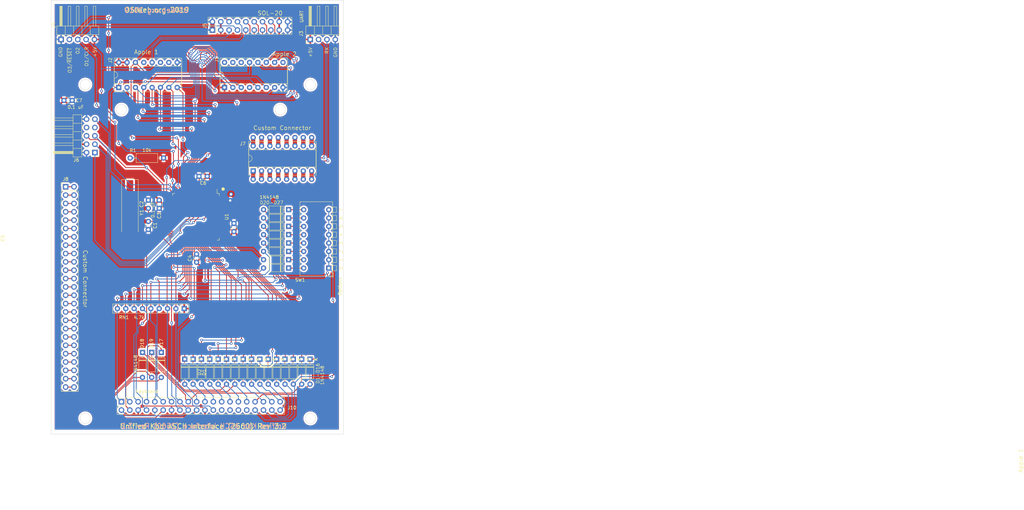
<source format=kicad_pcb>
(kicad_pcb (version 20171130) (host pcbnew "(5.1.5-0-10_14)")
  (title_block (title "Unified Retro Keyboard ASCII Interface (2560)") (date 2020-04-16) (rev 3.2))
  (layers (0 F.Cu signal) (31 B.Cu signal) (34 B.Paste user) (35 F.Paste user) (36 B.SilkS user) (37 F.SilkS user) (38 B.Mask user) (39 F.Mask user) (44 Edge.Cuts user))
  (net 0 "")
  (net 1 GND)
  (net 2 /Row3)
  (net 3 /Row0)
  (net 4 /Row1)
  (net 5 /Row4)
  (net 6 /Row5)
  (net 7 /Row7)
  (net 8 /D7)
  (net 9 /D1)
  (net 10 /D2)
  (net 11 /D3)
  (net 12 /D4)
  (net 13 /D5)
  (net 14 /D6)
  (net 15 /Col0)
  (net 16 /Col1)
  (net 17 /Col2)
  (net 18 /Col3)
  (net 19 /Col4)
  (net 20 /Col5)
  (net 21 /Col6)
  (net 22 /Col7)
  (net 23 /Row6)
  (net 24 /Row2)
  (net 25 /D0)
  (net 26 /~STROBE)
  (net 27 /Row10)
  (net 28 /Row9)
  (net 29 /Row8)
  (net 30 /Row15)
  (net 31 /Row14)
  (net 32 /Row13)
  (net 33 /Row12)
  (net 34 /Row11)
  (net 35 /Tx)
  (net 36 /Rx)
  (net 37 "Net-(D11-Pad1)")
  (net 38 "Net-(D12-Pad1)")
  (net 39 "Net-(D13-Pad1)")
  (net 40 "Net-(D14-Pad1)")
  (net 41 "Net-(D15-Pad1)")
  (net 42 "Net-(D16-Pad1)")
  (net 43 "Net-(D20-Pad1)")
  (net 44 "Net-(D24-Pad1)")
  (net 45 "Net-(D25-Pad1)")
  (net 46 "Net-(D26-Pad1)")
  (net 47 "Net-(D4-Pad1)")
  (net 48 "Net-(D5-Pad1)")
  (net 49 "Net-(D6-Pad1)")
  (net 50 "Net-(D7-Pad1)")
  (net 51 "Net-(D8-Pad1)")
  (net 52 "Net-(D9-Pad1)")
  (net 53 "Net-(D10-Pad1)")
  (net 54 "Net-(D27-Pad1)")
  (net 55 /LED1)
  (net 56 /OUT1)
  (net 57 /OUT2)
  (net 58 /OUT3)
  (net 59 /LED3)
  (net 60 /LED2)
  (net 61 "Net-(C1-Pad1)")
  (net 62 "Net-(C2-Pad1)")
  (net 63 "Net-(D21-Pad1)")
  (net 64 "Net-(D22-Pad1)")
  (net 65 "Net-(D23-Pad1)")
  (net 66 "Net-(J1-Pad9)")
  (net 67 "Net-(J1-Pad4)")
  (net 68 "Net-(J1-Pad14)")
  (net 69 "Net-(J1-Pad15)")
  (net 70 "Net-(J1-Pad16)")
  (net 71 "Net-(J2-Pad10)")
  (net 72 "Net-(J2-Pad11)")
  (net 73 "Net-(J2-Pad13)")
  (net 74 "Net-(U1-Pad98)")
  (net 75 "Net-(U1-Pad97)")
  (net 76 "Net-(U1-Pad96)")
  (net 77 "Net-(U1-Pad95)")
  (net 78 "Net-(U1-Pad94)")
  (net 79 "Net-(U1-Pad89)")
  (net 80 "Net-(U1-Pad88)")
  (net 81 "Net-(U1-Pad87)")
  (net 82 "Net-(U1-Pad86)")
  (net 83 "Net-(U1-Pad85)")
  (net 84 "Net-(U1-Pad84)")
  (net 85 "Net-(U1-Pad83)")
  (net 86 "Net-(U1-Pad82)")
  (net 87 "Net-(U1-Pad70)")
  (net 88 "Net-(U1-Pad52)")
  (net 89 "Net-(U1-Pad51)")
  (net 90 "Net-(U1-Pad47)")
  (net 91 "Net-(U1-Pad46)")
  (net 92 "Net-(U1-Pad45)")
  (net 93 "Net-(U1-Pad44)")
  (net 94 "Net-(U1-Pad43)")
  (net 95 "Net-(U1-Pad42)")
  (net 96 "Net-(U1-Pad41)")
  (net 97 "Net-(U1-Pad40)")
  (net 98 "Net-(U1-Pad39)")
  (net 99 "Net-(U1-Pad38)")
  (net 100 "Net-(U1-Pad37)")
  (net 101 "Net-(U1-Pad36)")
  (net 102 "Net-(U1-Pad35)")
  (net 103 "Net-(U1-Pad29)")
  (net 104 "Net-(U1-Pad28)")
  (net 105 "Net-(U1-Pad19)")
  (net 106 "Net-(U1-Pad9)")
  (net 107 "Net-(U1-Pad8)")
  (net 108 "Net-(U1-Pad7)")
  (net 109 "Net-(U1-Pad6)")
  (net 110 "Net-(U1-Pad5)")
  (net 111 "Net-(U1-Pad4)")
  (net 112 "Net-(U1-Pad1)")
  (net 113 VCC)
  (net 114 "Net-(J8-Pad1)")
  (net 115 "Net-(J8-Pad9)")
  (net 116 "Net-(J8-Pad2)")
  (net 117 "Net-(J8-Pad10)")
  (net 118 "Net-(J8-Pad3)")
  (net 119 "Net-(J8-Pad11)")
  (net 120 "Net-(J8-Pad4)")
  (net 121 "Net-(J8-Pad12)")
  (net 122 "Net-(J8-Pad5)")
  (net 123 "Net-(J8-Pad13)")
  (net 124 "Net-(J8-Pad6)")
  (net 125 "Net-(J8-Pad14)")
  (net 126 "Net-(J8-Pad7)")
  (net 127 "Net-(J8-Pad15)")
  (net 128 "Net-(J8-Pad8)")
  (net 129 "Net-(J8-Pad16)")
  (net 130 /TDI)
  (net 131 "Net-(J6-Pad8)")
  (net 132 "Net-(J6-Pad7)")
  (net 133 /~RESET)
  (net 134 /TMS)
  (net 135 /TDO)
  (net 136 /TCK)
  (net 137 "Net-(U1-Pad22)")
  (net 138 "Net-(U1-Pad21)")
  (net 139 "Net-(U1-Pad20)")
  (net 140 "Net-(D1-Pad1)")
  (net 141 "Net-(D2-Pad1)")
  (net 142 "Net-(D3-Pad1)")
  (net 143 "Net-(D17-Pad2)")
  (net 144 "Net-(D18-Pad2)")
  (net 145 "Net-(D19-Pad2)")
  (net 146 "Net-(J7-Pad1)")
  (net 147 "Net-(J7-Pad9)")
  (net 148 "Net-(J7-Pad2)")
  (net 149 "Net-(J7-Pad10)")
  (net 150 "Net-(J7-Pad3)")
  (net 151 "Net-(J7-Pad11)")
  (net 152 "Net-(J7-Pad4)")
  (net 153 "Net-(J7-Pad12)")
  (net 154 "Net-(J7-Pad5)")
  (net 155 "Net-(J7-Pad13)")
  (net 156 "Net-(J7-Pad6)")
  (net 157 "Net-(J7-Pad14)")
  (net 158 "Net-(J7-Pad7)")
  (net 159 "Net-(J7-Pad15)")
  (net 160 "Net-(J7-Pad8)")
  (net 161 "Net-(J7-Pad16)")
  (net 162 "Net-(J10-Pad32)")
  (net 163 "Net-(J10-Pad30)")
  (net 164 "Net-(J10-Pad28)")
  (net 165 "Net-(J10-Pad26)")
  (net 166 "Net-(J8-Pad25)")
  (net 167 "Net-(J8-Pad24)")
  (net 168 "Net-(J8-Pad23)")
  (net 169 "Net-(J8-Pad22)")
  (net 170 "Net-(J8-Pad21)")
  (net 171 "Net-(J8-Pad20)")
  (net 172 "Net-(J8-Pad19)")
  (net 173 "Net-(J8-Pad18)")
  (net 174 "Net-(J8-Pad17)")
  (module unikbd:D_DO-35_SOD27_P7.62mm_Horizontal_bypassed (layer F.Cu) (at 227.33 160.0724 270)
    (fp_text reference D15 hide)
    (fp_text value 1N4148)
    (fp_poly (pts (xy 7.239 0.127) (xy 0.381 0.127) (xy 0.381 0) (xy 7.239 0)) (layer F.Cu) (width 0.0508))
    (fp_text user K (at 0 -1.8 90) (layer F.SilkS))
    (fp_text user K (at 0 -1.8 90) (layer F.SilkS))
    (pad 1 thru_hole rect (at 0 0 270) (size 1.6 1.6) (drill 0.8) (layers *.Cu *.Mask) (net 41 "Net-(D15-Pad1)"))
    (pad 2 thru_hole oval (at 7.62 0 270) (size 1.6 1.6) (drill 0.8) (layers *.Cu *.Mask) (net 33 /Row12))
  )
  (module unikbd:D_DO-35_SOD27_P7.62mm_Horizontal_bypassed (layer F.Cu) (at 229.87 160.0724 270)
    (fp_text reference D6 hide)
    (fp_text value 1N4148)
    (fp_poly (pts (xy 7.239 0.127) (xy 0.381 0.127) (xy 0.381 0) (xy 7.239 0)) (layer F.Cu) (width 0.0508))
    (fp_text user K (at 0 -1.8 90) (layer F.SilkS))
    (fp_text user K (at 0 -1.8 90) (layer F.SilkS))
    (pad 1 thru_hole rect (at 0 0 270) (size 1.6 1.6) (drill 0.8) (layers *.Cu *.Mask) (net 49 "Net-(D6-Pad1)"))
    (pad 2 thru_hole oval (at 7.62 0 270) (size 1.6 1.6) (drill 0.8) (layers *.Cu *.Mask) (net 34 /Row11))
  )
  (module unikbd:D_DO-35_SOD27_P7.62mm_Horizontal_bypassed (layer F.Cu) (at 232.41 160.0724 270)
    (fp_text reference D14 hide)
    (fp_text value 1N4148)
    (fp_poly (pts (xy 7.239 0.127) (xy 0.381 0.127) (xy 0.381 0) (xy 7.239 0)) (layer F.Cu) (width 0.0508))
    (fp_text user K (at 0 -1.8 90) (layer F.SilkS))
    (fp_text user K (at 0 -1.8 90) (layer F.SilkS))
    (pad 1 thru_hole rect (at 0 0 270) (size 1.6 1.6) (drill 0.8) (layers *.Cu *.Mask) (net 40 "Net-(D14-Pad1)"))
    (pad 2 thru_hole oval (at 7.62 0 270) (size 1.6 1.6) (drill 0.8) (layers *.Cu *.Mask) (net 27 /Row10))
  )
  (module unikbd:D_DO-35_SOD27_P7.62mm_Horizontal_bypassed (layer F.Cu) (at 234.95 160.0724 270)
    (fp_text reference D5 hide)
    (fp_text value 1N4148)
    (fp_poly (pts (xy 7.239 0.127) (xy 0.381 0.127) (xy 0.381 0) (xy 7.239 0)) (layer F.Cu) (width 0.0508))
    (fp_text user K (at 0 -1.8 90) (layer F.SilkS))
    (fp_text user K (at 0 -1.8 90) (layer F.SilkS))
    (pad 1 thru_hole rect (at 0 0 270) (size 1.6 1.6) (drill 0.8) (layers *.Cu *.Mask) (net 48 "Net-(D5-Pad1)"))
    (pad 2 thru_hole oval (at 7.62 0 270) (size 1.6 1.6) (drill 0.8) (layers *.Cu *.Mask) (net 28 /Row9))
  )
  (module unikbd:D_DO-35_SOD27_P7.62mm_Horizontal_bypassed (layer F.Cu) (at 237.49 160.0724 270)
    (fp_text reference D13 hide)
    (fp_text value 1N4148)
    (fp_poly (pts (xy 7.239 0.127) (xy 0.381 0.127) (xy 0.381 0) (xy 7.239 0)) (layer F.Cu) (width 0.0508))
    (fp_text user K (at 0 -1.8 90) (layer F.SilkS))
    (fp_text user K (at 0 -1.8 90) (layer F.SilkS))
    (pad 1 thru_hole rect (at 0 0 270) (size 1.6 1.6) (drill 0.8) (layers *.Cu *.Mask) (net 39 "Net-(D13-Pad1)"))
    (pad 2 thru_hole oval (at 7.62 0 270) (size 1.6 1.6) (drill 0.8) (layers *.Cu *.Mask) (net 29 /Row8))
  )
  (module unikbd:D_DO-35_SOD27_P7.62mm_Horizontal_bypassed (layer F.Cu) (at 242.57 160.0724 270)
    (fp_text reference D8 hide)
    (fp_text value 1N4148)
    (fp_poly (pts (xy 7.239 0.127) (xy 0.381 0.127) (xy 0.381 0) (xy 7.239 0)) (layer F.Cu) (width 0.0508))
    (fp_text user K (at 0 -1.8 90) (layer F.SilkS))
    (fp_text user K (at 0 -1.8 90) (layer F.SilkS))
    (pad 1 thru_hole rect (at 0 0 270) (size 1.6 1.6) (drill 0.8) (layers *.Cu *.Mask) (net 51 "Net-(D8-Pad1)"))
    (pad 2 thru_hole oval (at 7.62 0 270) (size 1.6 1.6) (drill 0.8) (layers *.Cu *.Mask) (net 30 /Row15))
  )
  (module unikbd:D_DO-35_SOD27_P7.62mm_Horizontal_bypassed (layer F.Cu) (at 224.79 160.0724 270)
    (fp_text reference D7 hide)
    (fp_text value 1N4148)
    (fp_poly (pts (xy 7.239 0.127) (xy 0.381 0.127) (xy 0.381 0) (xy 7.239 0)) (layer F.Cu) (width 0.0508))
    (fp_text user K (at 0 -1.8 90) (layer F.SilkS))
    (fp_text user K (at 0 -1.8 90) (layer F.SilkS))
    (pad 1 thru_hole rect (at 0 0 270) (size 1.6 1.6) (drill 0.8) (layers *.Cu *.Mask) (net 50 "Net-(D7-Pad1)"))
    (pad 2 thru_hole oval (at 7.62 0 270) (size 1.6 1.6) (drill 0.8) (layers *.Cu *.Mask) (net 32 /Row13))
  )
  (module unikbd:D_DO-35_SOD27_P7.62mm_Horizontal_bypassed (layer F.Cu) (at 222.25 160.0724 270)
    (fp_text reference D16 hide)
    (fp_text value 1N4148)
    (fp_poly (pts (xy 7.239 0.127) (xy 0.381 0.127) (xy 0.381 0) (xy 7.239 0)) (layer F.Cu) (width 0.0508))
    (fp_text user K (at 0 -1.8 90) (layer F.SilkS))
    (fp_text user K (at 0 -1.8 90) (layer F.SilkS))
    (pad 1 thru_hole rect (at 0 0 270) (size 1.6 1.6) (drill 0.8) (layers *.Cu *.Mask) (net 42 "Net-(D16-Pad1)"))
    (pad 2 thru_hole oval (at 7.62 0 270) (size 1.6 1.6) (drill 0.8) (layers *.Cu *.Mask) (net 31 /Row14))
  )
  (module unikbd:D_DO-35_SOD27_P7.62mm_Horizontal_bypassed (layer F.Cu) (at 240.03 160.0724 270)
    (fp_text reference D4 hide)
    (fp_text value 1N4148)
    (fp_poly (pts (xy 7.239 0.127) (xy 0.381 0.127) (xy 0.381 0) (xy 7.239 0)) (layer F.Cu) (width 0.0508))
    (fp_text user K (at 0 -1.8 90) (layer F.SilkS))
    (pad 1 thru_hole rect (at 0 0 270) (size 1.6 1.6) (drill 0.8) (layers *.Cu *.Mask) (net 47 "Net-(D4-Pad1)"))
    (pad 2 thru_hole oval (at 7.62 0 270) (size 1.6 1.6) (drill 0.8) (layers *.Cu *.Mask) (net 7 /Row7))
  )
  (module unikbd:D_DO-35_SOD27_P7.62mm_Horizontal_bypassed (layer F.Cu) (at 204.47 160.0724 270)
    (fp_text reference D2 (at 3.9878 -4.4958 90) (layer F.SilkS))
    (fp_text value 1N4148)
    (fp_poly (pts (xy 7.239 0.127) (xy 0.381 0.127) (xy 0.381 0) (xy 7.239 0)) (layer F.Cu) (width 0.0508))
    (fp_text user K (at 0 -1.8 90) (layer F.SilkS))
    (pad 1 thru_hole rect (at 0 0 270) (size 1.6 1.6) (drill 0.8) (layers *.Cu *.Mask) (net 141 "Net-(D2-Pad1)"))
    (pad 2 thru_hole oval (at 7.62 0 270) (size 1.6 1.6) (drill 0.8) (layers *.Cu *.Mask) (net 23 /Row6))
  )
  (module unikbd:D_DO-35_SOD27_P7.62mm_Horizontal_bypassed (layer F.Cu) (at 209.55 160.0724 270)
    (fp_text reference D11 hide)
    (fp_text value 1N4148)
    (fp_poly (pts (xy 7.239 0.127) (xy 0.381 0.127) (xy 0.381 0) (xy 7.239 0)) (layer F.Cu) (width 0.0508))
    (fp_text user K (at 0 -1.8 90) (layer F.SilkS))
    (pad 1 thru_hole rect (at 0 0 270) (size 1.6 1.6) (drill 0.8) (layers *.Cu *.Mask) (net 37 "Net-(D11-Pad1)"))
    (pad 2 thru_hole oval (at 7.62 0 270) (size 1.6 1.6) (drill 0.8) (layers *.Cu *.Mask) (net 5 /Row4))
  )
  (module unikbd:D_DO-35_SOD27_P7.62mm_Horizontal_bypassed (layer F.Cu) (at 214.63 160.0724 270)
    (fp_text reference D10 hide)
    (fp_text value 1N4148)
    (fp_poly (pts (xy 7.239 0.127) (xy 0.381 0.127) (xy 0.381 0) (xy 7.239 0)) (layer F.Cu) (width 0.0508))
    (fp_text user K (at 0 -1.8 90) (layer F.SilkS))
    (pad 1 thru_hole rect (at 0 0 270) (size 1.6 1.6) (drill 0.8) (layers *.Cu *.Mask) (net 53 "Net-(D10-Pad1)"))
    (pad 2 thru_hole oval (at 7.62 0 270) (size 1.6 1.6) (drill 0.8) (layers *.Cu *.Mask) (net 24 /Row2))
  )
  (module unikbd:D_DO-35_SOD27_P7.62mm_Horizontal_bypassed (layer F.Cu) (at 219.71 160.0724 270)
    (fp_text reference D9 hide)
    (fp_text value 1N4148)
    (fp_poly (pts (xy 7.239 0.127) (xy 0.381 0.127) (xy 0.381 0) (xy 7.239 0)) (layer F.Cu) (width 0.0508))
    (fp_text user K (at 0 -1.8 90) (layer F.SilkS))
    (pad 1 thru_hole rect (at 0 0 270) (size 1.6 1.6) (drill 0.8) (layers *.Cu *.Mask) (net 52 "Net-(D9-Pad1)"))
    (pad 2 thru_hole oval (at 7.62 0 270) (size 1.6 1.6) (drill 0.8) (layers *.Cu *.Mask) (net 3 /Row0))
  )
  (module unikbd:D_DO-35_SOD27_P7.62mm_Horizontal_bypassed (layer F.Cu) (at 207.01 160.0724 270)
    (fp_text reference D1 (at 4.0132 -3.3528 90) (layer F.SilkS))
    (fp_text value 1N4148)
    (fp_poly (pts (xy 7.239 0.127) (xy 0.381 0.127) (xy 0.381 0) (xy 7.239 0)) (layer F.Cu) (width 0.0508))
    (fp_text user K (at 0 -1.8 90) (layer F.SilkS))
    (pad 1 thru_hole rect (at 0 0 270) (size 1.6 1.6) (drill 0.8) (layers *.Cu *.Mask) (net 140 "Net-(D1-Pad1)"))
    (pad 2 thru_hole oval (at 7.62 0 270) (size 1.6 1.6) (drill 0.8) (layers *.Cu *.Mask) (net 6 /Row5))
  )
  (module unikbd:D_DO-35_SOD27_P7.62mm_Horizontal_bypassed (layer F.Cu) (at 212.09 160.0724 270)
    (fp_text reference D12 hide)
    (fp_text value 1N4148)
    (fp_poly (pts (xy 7.239 0.127) (xy 0.381 0.127) (xy 0.381 0) (xy 7.239 0)) (layer F.Cu) (width 0.0508))
    (fp_text user K (at 0 -1.8 90) (layer F.SilkS))
    (pad 1 thru_hole rect (at 0 0 270) (size 1.6 1.6) (drill 0.8) (layers *.Cu *.Mask) (net 38 "Net-(D12-Pad1)"))
    (pad 2 thru_hole oval (at 7.62 0 270) (size 1.6 1.6) (drill 0.8) (layers *.Cu *.Mask) (net 2 /Row3))
  )
  (module unikbd:D_DO-35_SOD27_P7.62mm_Horizontal_bypassed (layer F.Cu) (at 217.17 160.0724 270)
    (fp_text reference D3 hide)
    (fp_text value 1N4148)
    (fp_poly (pts (xy 7.239 0.127) (xy 0.381 0.127) (xy 0.381 0) (xy 7.239 0)) (layer F.Cu) (width 0.0508))
    (fp_text user K (at 0 -1.8 90) (layer F.SilkS))
    (pad 1 thru_hole rect (at 0 0 270) (size 1.6 1.6) (drill 0.8) (layers *.Cu *.Mask) (net 142 "Net-(D3-Pad1)"))
    (pad 2 thru_hole oval (at 7.62 0 270) (size 1.6 1.6) (drill 0.8) (layers *.Cu *.Mask) (net 4 /Row1))
  )
  (module unikbd:ExpansionHeader_1x25_P2.54 (layer F.Cu) (at 168.252 107.596)
    (fp_text reference J8 (at 0 -2.33) (layer F.SilkS))
    (fp_text value "Custom Connector" (at 5.969 28.0035 270 unlocked) (layer F.SilkS) (effects (font (size 1.27 1.27))))
    (fp_line (start 0 40.64) (end 2.54 40.64) (layer F.Cu) (width 0.254))
    (fp_line (start 0 43.18) (end 2.54 43.18) (layer F.Cu) (width 0.254))
    (fp_line (start 0 38.1) (end 2.54 38.1) (layer F.Cu) (width 0.254))
    (fp_line (start 0 48.26) (end 2.54 48.26) (layer F.Cu) (width 0.254))
    (fp_line (start 0 45.72) (end 2.54 45.72) (layer F.Cu) (width 0.254))
    (fp_line (start 0 53.34) (end 2.54 53.34) (layer F.Cu) (width 0.254))
    (fp_line (start 0 55.88) (end 2.54 55.88) (layer F.Cu) (width 0.254))
    (fp_line (start 0 50.8) (end 2.54 50.8) (layer F.Cu) (width 0.254))
    (fp_line (start 0 60.96) (end 2.54 60.96) (layer F.Cu) (width 0.254))
    (fp_line (start 0 58.42) (end 2.54 58.42) (layer F.Cu) (width 0.254))
    (fp_line (start 0 33.02) (end 2.54 33.02) (layer F.Cu) (width 0.254))
    (fp_line (start 0 35.56) (end 2.54 35.56) (layer F.Cu) (width 0.254))
    (fp_line (start 0 25.4) (end 2.54 25.4) (layer F.Cu) (width 0.254))
    (fp_line (start 0 30.48) (end 2.54 30.48) (layer F.Cu) (width 0.254))
    (fp_line (start 0 27.94) (end 2.54 27.94) (layer F.Cu) (width 0.254))
    (fp_line (start 0 20.32) (end 2.54 20.32) (layer F.Cu) (width 0.254))
    (fp_line (start 0 22.86) (end 2.54 22.86) (layer F.Cu) (width 0.254))
    (fp_line (start 0 12.7) (end 2.54 12.7) (layer F.Cu) (width 0.254))
    (fp_line (start 0 17.78) (end 2.54 17.78) (layer F.Cu) (width 0.254))
    (fp_line (start 0 15.24) (end 2.54 15.24) (layer F.Cu) (width 0.254))
    (fp_line (start 0 10.16) (end 2.54 10.16) (layer F.Cu) (width 0.254))
    (fp_line (start 0 7.62) (end 2.54 7.62) (layer F.Cu) (width 0.254))
    (fp_line (start 0 5.08) (end 2.54 5.08) (layer F.Cu) (width 0.254))
    (fp_line (start 0 2.54) (end 2.54 2.54) (layer F.Cu) (width 0.254))
    (fp_line (start 0 0) (end 2.54 0) (layer F.Cu) (width 0.254))
    (pad 26 thru_hole circle (at 2.54 0) (size 1.7 1.7) (drill 1) (layers *.Cu *.Mask))
    (pad 27 thru_hole oval (at 2.54 2.54) (size 1.7 1.7) (drill 1) (layers *.Cu *.Mask))
    (pad 28 thru_hole oval (at 2.54 5.08) (size 1.7 1.7) (drill 1) (layers *.Cu *.Mask))
    (pad 29 thru_hole oval (at 2.54 7.62) (size 1.7 1.7) (drill 1) (layers *.Cu *.Mask))
    (pad 30 thru_hole oval (at 2.54 10.16) (size 1.7 1.7) (drill 1) (layers *.Cu *.Mask))
    (pad 31 thru_hole oval (at 2.54 12.7) (size 1.7 1.7) (drill 1) (layers *.Cu *.Mask))
    (pad 32 thru_hole oval (at 2.54 15.24) (size 1.7 1.7) (drill 1) (layers *.Cu *.Mask))
    (pad 33 thru_hole oval (at 2.54 17.78) (size 1.7 1.7) (drill 1) (layers *.Cu *.Mask))
    (pad 34 thru_hole oval (at 2.54 20.32) (size 1.7 1.7) (drill 1) (layers *.Cu *.Mask))
    (pad 35 thru_hole oval (at 2.54 22.86) (size 1.7 1.7) (drill 1) (layers *.Cu *.Mask))
    (pad 36 thru_hole oval (at 2.54 25.4) (size 1.7 1.7) (drill 1) (layers *.Cu *.Mask))
    (pad 37 thru_hole oval (at 2.54 27.94) (size 1.7 1.7) (drill 1) (layers *.Cu *.Mask))
    (pad 38 thru_hole oval (at 2.54 30.48) (size 1.7 1.7) (drill 1) (layers *.Cu *.Mask))
    (pad 39 thru_hole oval (at 2.54 33.02) (size 1.7 1.7) (drill 1) (layers *.Cu *.Mask))
    (pad 40 thru_hole oval (at 2.54 35.56) (size 1.7 1.7) (drill 1) (layers *.Cu *.Mask))
    (pad 50 thru_hole oval (at 2.54 60.96) (size 1.7 1.7) (drill 1) (layers *.Cu *.Mask))
    (pad 49 thru_hole oval (at 2.54 58.42) (size 1.7 1.7) (drill 1) (layers *.Cu *.Mask))
    (pad 48 thru_hole oval (at 2.54 55.88) (size 1.7 1.7) (drill 1) (layers *.Cu *.Mask))
    (pad 47 thru_hole oval (at 2.54 53.34) (size 1.7 1.7) (drill 1) (layers *.Cu *.Mask))
    (pad 46 thru_hole oval (at 2.54 50.8) (size 1.7 1.7) (drill 1) (layers *.Cu *.Mask))
    (pad 45 thru_hole oval (at 2.54 48.26) (size 1.7 1.7) (drill 1) (layers *.Cu *.Mask))
    (pad 44 thru_hole oval (at 2.54 45.72) (size 1.7 1.7) (drill 1) (layers *.Cu *.Mask))
    (pad 43 thru_hole oval (at 2.54 43.18) (size 1.7 1.7) (drill 1) (layers *.Cu *.Mask))
    (pad 42 thru_hole oval (at 2.54 40.64) (size 1.7 1.7) (drill 1) (layers *.Cu *.Mask))
    (pad 41 thru_hole oval (at 2.54 38.1) (size 1.7 1.7) (drill 1) (layers *.Cu *.Mask))
    (pad 16 thru_hole oval (at 0 38.1) (size 1.7 1.7) (drill 1) (layers *.Cu *.Mask) (net 129 "Net-(J8-Pad16)"))
    (pad 17 thru_hole oval (at 0 40.64) (size 1.7 1.7) (drill 1) (layers *.Cu *.Mask) (net 174 "Net-(J8-Pad17)"))
    (pad 18 thru_hole oval (at 0 43.18) (size 1.7 1.7) (drill 1) (layers *.Cu *.Mask) (net 173 "Net-(J8-Pad18)"))
    (pad 19 thru_hole oval (at 0 45.72) (size 1.7 1.7) (drill 1) (layers *.Cu *.Mask) (net 172 "Net-(J8-Pad19)"))
    (pad 20 thru_hole oval (at 0 48.26) (size 1.7 1.7) (drill 1) (layers *.Cu *.Mask) (net 171 "Net-(J8-Pad20)"))
    (pad 21 thru_hole oval (at 0 50.8) (size 1.7 1.7) (drill 1) (layers *.Cu *.Mask) (net 170 "Net-(J8-Pad21)"))
    (pad 22 thru_hole oval (at 0 53.34) (size 1.7 1.7) (drill 1) (layers *.Cu *.Mask) (net 169 "Net-(J8-Pad22)"))
    (pad 23 thru_hole oval (at 0 55.88) (size 1.7 1.7) (drill 1) (layers *.Cu *.Mask) (net 168 "Net-(J8-Pad23)"))
    (pad 24 thru_hole oval (at 0 58.42) (size 1.7 1.7) (drill 1) (layers *.Cu *.Mask) (net 167 "Net-(J8-Pad24)"))
    (pad 25 thru_hole oval (at 0 60.96) (size 1.7 1.7) (drill 1) (layers *.Cu *.Mask) (net 166 "Net-(J8-Pad25)"))
    (pad 15 thru_hole oval (at 0 35.56) (size 1.7 1.7) (drill 1) (layers *.Cu *.Mask) (net 127 "Net-(J8-Pad15)"))
    (pad 14 thru_hole oval (at 0 33.02) (size 1.7 1.7) (drill 1) (layers *.Cu *.Mask) (net 125 "Net-(J8-Pad14)"))
    (pad 13 thru_hole oval (at 0 30.48) (size 1.7 1.7) (drill 1) (layers *.Cu *.Mask) (net 123 "Net-(J8-Pad13)"))
    (pad 12 thru_hole oval (at 0 27.94) (size 1.7 1.7) (drill 1) (layers *.Cu *.Mask) (net 121 "Net-(J8-Pad12)"))
    (pad 11 thru_hole oval (at 0 25.4) (size 1.7 1.7) (drill 1) (layers *.Cu *.Mask) (net 119 "Net-(J8-Pad11)"))
    (pad 10 thru_hole oval (at 0 22.86) (size 1.7 1.7) (drill 1) (layers *.Cu *.Mask) (net 117 "Net-(J8-Pad10)"))
    (pad 9 thru_hole oval (at 0 20.32) (size 1.7 1.7) (drill 1) (layers *.Cu *.Mask) (net 115 "Net-(J8-Pad9)"))
    (pad 8 thru_hole oval (at 0 17.78) (size 1.7 1.7) (drill 1) (layers *.Cu *.Mask) (net 128 "Net-(J8-Pad8)"))
    (pad 7 thru_hole oval (at 0 15.24) (size 1.7 1.7) (drill 1) (layers *.Cu *.Mask) (net 126 "Net-(J8-Pad7)"))
    (pad 6 thru_hole oval (at 0 12.7) (size 1.7 1.7) (drill 1) (layers *.Cu *.Mask) (net 124 "Net-(J8-Pad6)"))
    (pad 5 thru_hole oval (at 0 10.16) (size 1.7 1.7) (drill 1) (layers *.Cu *.Mask) (net 122 "Net-(J8-Pad5)"))
    (pad 4 thru_hole oval (at 0 7.62) (size 1.7 1.7) (drill 1) (layers *.Cu *.Mask) (net 120 "Net-(J8-Pad4)"))
    (pad 3 thru_hole oval (at 0 5.08) (size 1.7 1.7) (drill 1) (layers *.Cu *.Mask) (net 118 "Net-(J8-Pad3)"))
    (pad 2 thru_hole oval (at 0 2.54) (size 1.7 1.7) (drill 1) (layers *.Cu *.Mask) (net 116 "Net-(J8-Pad2)"))
    (pad 1 thru_hole rect (at 0 0) (size 1.7 1.7) (drill 1) (layers *.Cu *.Mask) (net 114 "Net-(J8-Pad1)"))
  )
  (module Connector_PinHeader_2.54mm:PinHeader_2x05_P2.54mm_Horizontal (layer F.Cu) (at 177.142 97.182 180)
    (fp_text reference J6 (at 5.655 -2.27) (layer F.SilkS))
    (fp_text value Conn_01x10)
    (pad 10 thru_hole oval (at 2.54 10.16 180) (size 1.7 1.7) (drill 1) (layers *.Cu *.Mask) (net 1 GND))
    (pad 9 thru_hole oval (at 0 10.16 180) (size 1.7 1.7) (drill 1) (layers *.Cu *.Mask) (net 130 /TDI))
    (pad 8 thru_hole oval (at 2.54 7.62 180) (size 1.7 1.7) (drill 1) (layers *.Cu *.Mask) (net 131 "Net-(J6-Pad8)"))
    (pad 7 thru_hole oval (at 0 7.62 180) (size 1.7 1.7) (drill 1) (layers *.Cu *.Mask) (net 132 "Net-(J6-Pad7)"))
    (pad 6 thru_hole oval (at 2.54 5.08 180) (size 1.7 1.7) (drill 1) (layers *.Cu *.Mask) (net 133 /~RESET))
    (pad 5 thru_hole oval (at 0 5.08 180) (size 1.7 1.7) (drill 1) (layers *.Cu *.Mask) (net 134 /TMS))
    (pad 4 thru_hole oval (at 2.54 2.54 180) (size 1.7 1.7) (drill 1) (layers *.Cu *.Mask) (net 113 VCC))
    (pad 3 thru_hole oval (at 0 2.54 180) (size 1.7 1.7) (drill 1) (layers *.Cu *.Mask) (net 135 /TDO))
    (pad 2 thru_hole oval (at 2.54 0 180) (size 1.7 1.7) (drill 1) (layers *.Cu *.Mask) (net 1 GND))
    (pad 1 thru_hole rect (at 0 0 180) (size 1.7 1.7) (drill 1) (layers *.Cu *.Mask) (net 136 /TCK))
  )
  (module "" (layer F.Cu) (at 230.355 88.165)
    (fp_text reference "" (at 225.275 102.77) (layer F.SilkS) (effects (font (size 1.27 1.27))))
    (fp_text value "" (at 225.275 102.77) (layer F.SilkS) (effects (font (size 1.27 1.27))))
    (fp_text user "Apple 1" (at 228.323 102.77 90) (layer F.SilkS) (effects (font (size 1.27 1.27))))
  )
  (module unikbd:DIP-16_W7.62mm_Proto (layer F.Cu) (at 225.275 102.77 90)
    (fp_text reference J7 (at 8.255 -3.175 180) (layer F.SilkS))
    (fp_text value "Custom Connector" (at 13.081 8.8265) (layer F.SilkS) (effects (font (size 1.27 1.27))))
    (fp_line (start 10.16 17.78) (end 7.62 17.78) (layer F.Cu) (width 1.27))
    (fp_line (start 10.16 15.24) (end 7.62 15.24) (layer F.Cu) (width 1.27))
    (fp_line (start 10.16 12.7) (end 7.62 12.7) (layer F.Cu) (width 1.27))
    (fp_line (start 10.16 10.16) (end 7.62 10.16) (layer F.Cu) (width 1.27))
    (fp_line (start 10.16 7.62) (end 7.62 7.62) (layer F.Cu) (width 1.27))
    (fp_line (start 10.16 5.08) (end 7.62 5.08) (layer F.Cu) (width 1.27))
    (fp_line (start 10.16 2.54) (end 7.62 2.54) (layer F.Cu) (width 1.27))
    (fp_line (start 10.16 0) (end 7.62 0) (layer F.Cu) (width 1.27))
    (fp_line (start 0 0) (end -2.54 0) (layer F.Cu) (width 1.27))
    (fp_line (start 0 2.54) (end -2.54 2.54) (layer F.Cu) (width 1.27))
    (fp_line (start 0 5.08) (end -2.54 5.08) (layer F.Cu) (width 1.27))
    (fp_line (start 0 7.62) (end -2.54 7.62) (layer F.Cu) (width 1.27))
    (fp_line (start 0 10.16) (end -2.54 10.16) (layer F.Cu) (width 1.27))
    (fp_line (start 0 12.7) (end -2.54 12.7) (layer F.Cu) (width 1.27))
    (fp_line (start 0 15.24) (end -2.54 15.24) (layer F.Cu) (width 1.27))
    (fp_line (start 0 17.78) (end -2.54 17.78) (layer F.Cu) (width 1.27))
    (pad 46 thru_hole oval (at 10.16 17.78 90) (size 1.6 1.6) (drill 0.8) (layers *.Cu *.Mask))
    (pad 45 thru_hole oval (at -2.54 17.78 90) (size 1.6 1.6) (drill 0.8) (layers *.Cu *.Mask))
    (pad 42 thru_hole oval (at 10.16 15.24 90) (size 1.6 1.6) (drill 0.8) (layers *.Cu *.Mask))
    (pad 41 thru_hole oval (at -2.54 15.24 90) (size 1.6 1.6) (drill 0.8) (layers *.Cu *.Mask))
    (pad 38 thru_hole oval (at 10.16 12.7 90) (size 1.6 1.6) (drill 0.8) (layers *.Cu *.Mask))
    (pad 37 thru_hole oval (at -2.54 12.7 90) (size 1.6 1.6) (drill 0.8) (layers *.Cu *.Mask))
    (pad 34 thru_hole oval (at 10.16 10.16 90) (size 1.6 1.6) (drill 0.8) (layers *.Cu *.Mask))
    (pad 33 thru_hole oval (at -2.54 10.16 90) (size 1.6 1.6) (drill 0.8) (layers *.Cu *.Mask))
    (pad 30 thru_hole oval (at 10.16 7.62 90) (size 1.6 1.6) (drill 0.8) (layers *.Cu *.Mask))
    (pad 29 thru_hole oval (at -2.54 7.62 90) (size 1.6 1.6) (drill 0.8) (layers *.Cu *.Mask))
    (pad 26 thru_hole oval (at 10.16 5.08 90) (size 1.6 1.6) (drill 0.8) (layers *.Cu *.Mask))
    (pad 25 thru_hole oval (at -2.54 5.08 90) (size 1.6 1.6) (drill 0.8) (layers *.Cu *.Mask))
    (pad 22 thru_hole oval (at 10.16 2.54 90) (size 1.6 1.6) (drill 0.8) (layers *.Cu *.Mask))
    (pad 21 thru_hole oval (at -2.54 2.54 90) (size 1.6 1.6) (drill 0.8) (layers *.Cu *.Mask))
    (pad 18 thru_hole oval (at 10.16 0 90) (size 1.6 1.6) (drill 0.8) (layers *.Cu *.Mask))
    (pad 17 thru_hole oval (at -2.54 0 90) (size 1.6 1.6) (drill 0.8) (layers *.Cu *.Mask))
    (pad 1 thru_hole rect (at 0 0 90) (size 1.6 1.6) (drill 0.8) (layers *.Cu *.Mask) (net 146 "Net-(J7-Pad1)"))
    (pad 9 thru_hole oval (at 7.62 17.78 90) (size 1.6 1.6) (drill 0.8) (layers *.Cu *.Mask) (net 147 "Net-(J7-Pad9)"))
    (pad 2 thru_hole oval (at 0 2.54 90) (size 1.6 1.6) (drill 0.8) (layers *.Cu *.Mask) (net 148 "Net-(J7-Pad2)"))
    (pad 10 thru_hole oval (at 7.62 15.24 90) (size 1.6 1.6) (drill 0.8) (layers *.Cu *.Mask) (net 149 "Net-(J7-Pad10)"))
    (pad 3 thru_hole oval (at 0 5.08 90) (size 1.6 1.6) (drill 0.8) (layers *.Cu *.Mask) (net 150 "Net-(J7-Pad3)"))
    (pad 11 thru_hole oval (at 7.62 12.7 90) (size 1.6 1.6) (drill 0.8) (layers *.Cu *.Mask) (net 151 "Net-(J7-Pad11)"))
    (pad 4 thru_hole oval (at 0 7.62 90) (size 1.6 1.6) (drill 0.8) (layers *.Cu *.Mask) (net 152 "Net-(J7-Pad4)"))
    (pad 12 thru_hole oval (at 7.62 10.16 90) (size 1.6 1.6) (drill 0.8) (layers *.Cu *.Mask) (net 153 "Net-(J7-Pad12)"))
    (pad 5 thru_hole oval (at 0 10.16 90) (size 1.6 1.6) (drill 0.8) (layers *.Cu *.Mask) (net 154 "Net-(J7-Pad5)"))
    (pad 13 thru_hole oval (at 7.62 7.62 90) (size 1.6 1.6) (drill 0.8) (layers *.Cu *.Mask) (net 155 "Net-(J7-Pad13)"))
    (pad 6 thru_hole oval (at 0 12.7 90) (size 1.6 1.6) (drill 0.8) (layers *.Cu *.Mask) (net 156 "Net-(J7-Pad6)"))
    (pad 14 thru_hole oval (at 7.62 5.08 90) (size 1.6 1.6) (drill 0.8) (layers *.Cu *.Mask) (net 157 "Net-(J7-Pad14)"))
    (pad 7 thru_hole oval (at 0 15.24 90) (size 1.6 1.6) (drill 0.8) (layers *.Cu *.Mask) (net 158 "Net-(J7-Pad7)"))
    (pad 15 thru_hole oval (at 7.62 2.54 90) (size 1.6 1.6) (drill 0.8) (layers *.Cu *.Mask) (net 159 "Net-(J7-Pad15)"))
    (pad 8 thru_hole oval (at 0 17.78 90) (size 1.6 1.6) (drill 0.8) (layers *.Cu *.Mask) (net 160 "Net-(J7-Pad8)"))
    (pad 16 thru_hole oval (at 7.62 0 90) (size 1.6 1.6) (drill 0.8) (layers *.Cu *.Mask) (net 161 "Net-(J7-Pad16)"))
  )
  (module Package_QFP:TQFP-100_14x14mm_P0.5mm (layer F.Cu) (at 207.876 116.74 270)
    (fp_text reference U1 (at 0 -9.35 90) (layer F.SilkS))
    (fp_text value ATmega2560-16AU)
    (pad 100 smd roundrect (at -6 -7.6625 270) (size 0.3 1.475) (layers F.Cu F.Paste F.Mask) (net 113 VCC))
    (pad 99 smd roundrect (at -5.5 -7.6625 270) (size 0.3 1.475) (layers F.Cu F.Paste F.Mask) (net 1 GND))
    (pad 98 smd roundrect (at -5 -7.6625 270) (size 0.3 1.475) (layers F.Cu F.Paste F.Mask) (net 74 "Net-(U1-Pad98)"))
    (pad 97 smd roundrect (at -4.5 -7.6625 270) (size 0.3 1.475) (layers F.Cu F.Paste F.Mask) (net 75 "Net-(U1-Pad97)"))
    (pad 96 smd roundrect (at -4 -7.6625 270) (size 0.3 1.475) (layers F.Cu F.Paste F.Mask) (net 76 "Net-(U1-Pad96)"))
    (pad 95 smd roundrect (at -3.5 -7.6625 270) (size 0.3 1.475) (layers F.Cu F.Paste F.Mask) (net 77 "Net-(U1-Pad95)"))
    (pad 94 smd roundrect (at -3 -7.6625 270) (size 0.3 1.475) (layers F.Cu F.Paste F.Mask) (net 78 "Net-(U1-Pad94)"))
    (pad 93 smd roundrect (at -2.5 -7.6625 270) (size 0.3 1.475) (layers F.Cu F.Paste F.Mask) (net 136 /TCK))
    (pad 92 smd roundrect (at -2 -7.6625 270) (size 0.3 1.475) (layers F.Cu F.Paste F.Mask) (net 134 /TMS))
    (pad 91 smd roundrect (at -1.5 -7.6625 270) (size 0.3 1.475) (layers F.Cu F.Paste F.Mask) (net 135 /TDO))
    (pad 90 smd roundrect (at -1 -7.6625 270) (size 0.3 1.475) (layers F.Cu F.Paste F.Mask) (net 130 /TDI))
    (pad 89 smd roundrect (at -0.5 -7.6625 270) (size 0.3 1.475) (layers F.Cu F.Paste F.Mask) (net 79 "Net-(U1-Pad89)"))
    (pad 88 smd roundrect (at 0 -7.6625 270) (size 0.3 1.475) (layers F.Cu F.Paste F.Mask) (net 80 "Net-(U1-Pad88)"))
    (pad 87 smd roundrect (at 0.5 -7.6625 270) (size 0.3 1.475) (layers F.Cu F.Paste F.Mask) (net 81 "Net-(U1-Pad87)"))
    (pad 86 smd roundrect (at 1 -7.6625 270) (size 0.3 1.475) (layers F.Cu F.Paste F.Mask) (net 82 "Net-(U1-Pad86)"))
    (pad 85 smd roundrect (at 1.5 -7.6625 270) (size 0.3 1.475) (layers F.Cu F.Paste F.Mask) (net 83 "Net-(U1-Pad85)"))
    (pad 84 smd roundrect (at 2 -7.6625 270) (size 0.3 1.475) (layers F.Cu F.Paste F.Mask) (net 84 "Net-(U1-Pad84)"))
    (pad 83 smd roundrect (at 2.5 -7.6625 270) (size 0.3 1.475) (layers F.Cu F.Paste F.Mask) (net 85 "Net-(U1-Pad83)"))
    (pad 82 smd roundrect (at 3 -7.6625 270) (size 0.3 1.475) (layers F.Cu F.Paste F.Mask) (net 86 "Net-(U1-Pad82)"))
    (pad 81 smd roundrect (at 3.5 -7.6625 270) (size 0.3 1.475) (layers F.Cu F.Paste F.Mask) (net 1 GND))
    (pad 80 smd roundrect (at 4 -7.6625 270) (size 0.3 1.475) (layers F.Cu F.Paste F.Mask) (net 113 VCC))
    (pad 79 smd roundrect (at 4.5 -7.6625 270) (size 0.3 1.475) (layers F.Cu F.Paste F.Mask) (net 47 "Net-(D4-Pad1)"))
    (pad 78 smd roundrect (at 5 -7.6625 270) (size 0.3 1.475) (layers F.Cu F.Paste F.Mask) (net 39 "Net-(D13-Pad1)"))
    (pad 77 smd roundrect (at 5.5 -7.6625 270) (size 0.3 1.475) (layers F.Cu F.Paste F.Mask) (net 48 "Net-(D5-Pad1)"))
    (pad 76 smd roundrect (at 6 -7.6625 270) (size 0.3 1.475) (layers F.Cu F.Paste F.Mask) (net 40 "Net-(D14-Pad1)"))
    (pad 75 smd roundrect (at 7.6625 -6 270) (size 1.475 0.3) (layers F.Cu F.Paste F.Mask) (net 49 "Net-(D6-Pad1)"))
    (pad 74 smd roundrect (at 7.6625 -5.5 270) (size 1.475 0.3) (layers F.Cu F.Paste F.Mask) (net 41 "Net-(D15-Pad1)"))
    (pad 73 smd roundrect (at 7.6625 -5 270) (size 1.475 0.3) (layers F.Cu F.Paste F.Mask) (net 50 "Net-(D7-Pad1)"))
    (pad 72 smd roundrect (at 7.6625 -4.5 270) (size 1.475 0.3) (layers F.Cu F.Paste F.Mask) (net 42 "Net-(D16-Pad1)"))
    (pad 71 smd roundrect (at 7.6625 -4 270) (size 1.475 0.3) (layers F.Cu F.Paste F.Mask) (net 51 "Net-(D8-Pad1)"))
    (pad 70 smd roundrect (at 7.6625 -3.5 270) (size 1.475 0.3) (layers F.Cu F.Paste F.Mask) (net 87 "Net-(U1-Pad70)"))
    (pad 69 smd roundrect (at 7.6625 -3 270) (size 1.475 0.3) (layers F.Cu F.Paste F.Mask) (net 141 "Net-(D2-Pad1)"))
    (pad 68 smd roundrect (at 7.6625 -2.5 270) (size 1.475 0.3) (layers F.Cu F.Paste F.Mask) (net 140 "Net-(D1-Pad1)"))
    (pad 67 smd roundrect (at 7.6625 -2 270) (size 1.475 0.3) (layers F.Cu F.Paste F.Mask) (net 37 "Net-(D11-Pad1)"))
    (pad 66 smd roundrect (at 7.6625 -1.5 270) (size 1.475 0.3) (layers F.Cu F.Paste F.Mask) (net 38 "Net-(D12-Pad1)"))
    (pad 65 smd roundrect (at 7.6625 -1 270) (size 1.475 0.3) (layers F.Cu F.Paste F.Mask) (net 53 "Net-(D10-Pad1)"))
    (pad 64 smd roundrect (at 7.6625 -0.5 270) (size 1.475 0.3) (layers F.Cu F.Paste F.Mask) (net 142 "Net-(D3-Pad1)"))
    (pad 63 smd roundrect (at 7.6625 0 270) (size 1.475 0.3) (layers F.Cu F.Paste F.Mask) (net 52 "Net-(D9-Pad1)"))
    (pad 62 smd roundrect (at 7.6625 0.5 270) (size 1.475 0.3) (layers F.Cu F.Paste F.Mask) (net 1 GND))
    (pad 61 smd roundrect (at 7.6625 1 270) (size 1.475 0.3) (layers F.Cu F.Paste F.Mask) (net 113 VCC))
    (pad 60 smd roundrect (at 7.6625 1.5 270) (size 1.475 0.3) (layers F.Cu F.Paste F.Mask) (net 22 /Col7))
    (pad 59 smd roundrect (at 7.6625 2 270) (size 1.475 0.3) (layers F.Cu F.Paste F.Mask) (net 21 /Col6))
    (pad 58 smd roundrect (at 7.6625 2.5 270) (size 1.475 0.3) (layers F.Cu F.Paste F.Mask) (net 20 /Col5))
    (pad 57 smd roundrect (at 7.6625 3 270) (size 1.475 0.3) (layers F.Cu F.Paste F.Mask) (net 19 /Col4))
    (pad 56 smd roundrect (at 7.6625 3.5 270) (size 1.475 0.3) (layers F.Cu F.Paste F.Mask) (net 18 /Col3))
    (pad 55 smd roundrect (at 7.6625 4 270) (size 1.475 0.3) (layers F.Cu F.Paste F.Mask) (net 17 /Col2))
    (pad 54 smd roundrect (at 7.6625 4.5 270) (size 1.475 0.3) (layers F.Cu F.Paste F.Mask) (net 16 /Col1))
    (pad 53 smd roundrect (at 7.6625 5 270) (size 1.475 0.3) (layers F.Cu F.Paste F.Mask) (net 15 /Col0))
    (pad 52 smd roundrect (at 7.6625 5.5 270) (size 1.475 0.3) (layers F.Cu F.Paste F.Mask) (net 88 "Net-(U1-Pad52)"))
    (pad 51 smd roundrect (at 7.6625 6 270) (size 1.475 0.3) (layers F.Cu F.Paste F.Mask) (net 89 "Net-(U1-Pad51)"))
    (pad 50 smd roundrect (at 6 7.6625 270) (size 0.3 1.475) (layers F.Cu F.Paste F.Mask) (net 59 /LED3))
    (pad 49 smd roundrect (at 5.5 7.6625 270) (size 0.3 1.475) (layers F.Cu F.Paste F.Mask) (net 60 /LED2))
    (pad 48 smd roundrect (at 5 7.6625 270) (size 0.3 1.475) (layers F.Cu F.Paste F.Mask) (net 55 /LED1))
    (pad 47 smd roundrect (at 4.5 7.6625 270) (size 0.3 1.475) (layers F.Cu F.Paste F.Mask) (net 90 "Net-(U1-Pad47)"))
    (pad 46 smd roundrect (at 4 7.6625 270) (size 0.3 1.475) (layers F.Cu F.Paste F.Mask) (net 91 "Net-(U1-Pad46)"))
    (pad 45 smd roundrect (at 3.5 7.6625 270) (size 0.3 1.475) (layers F.Cu F.Paste F.Mask) (net 92 "Net-(U1-Pad45)"))
    (pad 44 smd roundrect (at 3 7.6625 270) (size 0.3 1.475) (layers F.Cu F.Paste F.Mask) (net 93 "Net-(U1-Pad44)"))
    (pad 43 smd roundrect (at 2.5 7.6625 270) (size 0.3 1.475) (layers F.Cu F.Paste F.Mask) (net 94 "Net-(U1-Pad43)"))
    (pad 42 smd roundrect (at 2 7.6625 270) (size 0.3 1.475) (layers F.Cu F.Paste F.Mask) (net 95 "Net-(U1-Pad42)"))
    (pad 41 smd roundrect (at 1.5 7.6625 270) (size 0.3 1.475) (layers F.Cu F.Paste F.Mask) (net 96 "Net-(U1-Pad41)"))
    (pad 40 smd roundrect (at 1 7.6625 270) (size 0.3 1.475) (layers F.Cu F.Paste F.Mask) (net 97 "Net-(U1-Pad40)"))
    (pad 39 smd roundrect (at 0.5 7.6625 270) (size 0.3 1.475) (layers F.Cu F.Paste F.Mask) (net 98 "Net-(U1-Pad39)"))
    (pad 38 smd roundrect (at 0 7.6625 270) (size 0.3 1.475) (layers F.Cu F.Paste F.Mask) (net 99 "Net-(U1-Pad38)"))
    (pad 37 smd roundrect (at -0.5 7.6625 270) (size 0.3 1.475) (layers F.Cu F.Paste F.Mask) (net 100 "Net-(U1-Pad37)"))
    (pad 36 smd roundrect (at -1 7.6625 270) (size 0.3 1.475) (layers F.Cu F.Paste F.Mask) (net 101 "Net-(U1-Pad36)"))
    (pad 35 smd roundrect (at -1.5 7.6625 270) (size 0.3 1.475) (layers F.Cu F.Paste F.Mask) (net 102 "Net-(U1-Pad35)"))
    (pad 34 smd roundrect (at -2 7.6625 270) (size 0.3 1.475) (layers F.Cu F.Paste F.Mask) (net 61 "Net-(C1-Pad1)"))
    (pad 33 smd roundrect (at -2.5 7.6625 270) (size 0.3 1.475) (layers F.Cu F.Paste F.Mask) (net 62 "Net-(C2-Pad1)"))
    (pad 32 smd roundrect (at -3 7.6625 270) (size 0.3 1.475) (layers F.Cu F.Paste F.Mask) (net 1 GND))
    (pad 31 smd roundrect (at -3.5 7.6625 270) (size 0.3 1.475) (layers F.Cu F.Paste F.Mask) (net 113 VCC))
    (pad 30 smd roundrect (at -4 7.6625 270) (size 0.3 1.475) (layers F.Cu F.Paste F.Mask) (net 133 /~RESET))
    (pad 29 smd roundrect (at -4.5 7.6625 270) (size 0.3 1.475) (layers F.Cu F.Paste F.Mask) (net 103 "Net-(U1-Pad29)"))
    (pad 28 smd roundrect (at -5 7.6625 270) (size 0.3 1.475) (layers F.Cu F.Paste F.Mask) (net 104 "Net-(U1-Pad28)"))
    (pad 27 smd roundrect (at -5.5 7.6625 270) (size 0.3 1.475) (layers F.Cu F.Paste F.Mask) (net 8 /D7))
    (pad 26 smd roundrect (at -6 7.6625 270) (size 0.3 1.475) (layers F.Cu F.Paste F.Mask) (net 58 /OUT3))
    (pad 25 smd roundrect (at -7.6625 6 270) (size 1.475 0.3) (layers F.Cu F.Paste F.Mask) (net 57 /OUT2))
    (pad 24 smd roundrect (at -7.6625 5.5 270) (size 1.475 0.3) (layers F.Cu F.Paste F.Mask) (net 56 /OUT1))
    (pad 23 smd roundrect (at -7.6625 5 270) (size 1.475 0.3) (layers F.Cu F.Paste F.Mask) (net 26 /~STROBE))
    (pad 22 smd roundrect (at -7.6625 4.5 270) (size 1.475 0.3) (layers F.Cu F.Paste F.Mask) (net 137 "Net-(U1-Pad22)"))
    (pad 21 smd roundrect (at -7.6625 4 270) (size 1.475 0.3) (layers F.Cu F.Paste F.Mask) (net 138 "Net-(U1-Pad21)"))
    (pad 20 smd roundrect (at -7.6625 3.5 270) (size 1.475 0.3) (layers F.Cu F.Paste F.Mask) (net 139 "Net-(U1-Pad20)"))
    (pad 19 smd roundrect (at -7.6625 3 270) (size 1.475 0.3) (layers F.Cu F.Paste F.Mask) (net 105 "Net-(U1-Pad19)"))
    (pad 18 smd roundrect (at -7.6625 2.5 270) (size 1.475 0.3) (layers F.Cu F.Paste F.Mask) (net 14 /D6))
    (pad 17 smd roundrect (at -7.6625 2 270) (size 1.475 0.3) (layers F.Cu F.Paste F.Mask) (net 13 /D5))
    (pad 16 smd roundrect (at -7.6625 1.5 270) (size 1.475 0.3) (layers F.Cu F.Paste F.Mask) (net 12 /D4))
    (pad 15 smd roundrect (at -7.6625 1 270) (size 1.475 0.3) (layers F.Cu F.Paste F.Mask) (net 11 /D3))
    (pad 14 smd roundrect (at -7.6625 0.5 270) (size 1.475 0.3) (layers F.Cu F.Paste F.Mask) (net 10 /D2))
    (pad 13 smd roundrect (at -7.6625 0 270) (size 1.475 0.3) (layers F.Cu F.Paste F.Mask) (net 9 /D1))
    (pad 12 smd roundrect (at -7.6625 -0.5 270) (size 1.475 0.3) (layers F.Cu F.Paste F.Mask) (net 25 /D0))
    (pad 11 smd roundrect (at -7.6625 -1 270) (size 1.475 0.3) (layers F.Cu F.Paste F.Mask) (net 1 GND))
    (pad 10 smd roundrect (at -7.6625 -1.5 270) (size 1.475 0.3) (layers F.Cu F.Paste F.Mask) (net 113 VCC))
    (pad 9 smd roundrect (at -7.6625 -2 270) (size 1.475 0.3) (layers F.Cu F.Paste F.Mask) (net 106 "Net-(U1-Pad9)"))
    (pad 8 smd roundrect (at -7.6625 -2.5 270) (size 1.475 0.3) (layers F.Cu F.Paste F.Mask) (net 107 "Net-(U1-Pad8)"))
    (pad 7 smd roundrect (at -7.6625 -3 270) (size 1.475 0.3) (layers F.Cu F.Paste F.Mask) (net 108 "Net-(U1-Pad7)"))
    (pad 6 smd roundrect (at -7.6625 -3.5 270) (size 1.475 0.3) (layers F.Cu F.Paste F.Mask) (net 109 "Net-(U1-Pad6)"))
    (pad 5 smd roundrect (at -7.6625 -4 270) (size 1.475 0.3) (layers F.Cu F.Paste F.Mask) (net 110 "Net-(U1-Pad5)"))
    (pad 4 smd roundrect (at -7.6625 -4.5 270) (size 1.475 0.3) (layers F.Cu F.Paste F.Mask) (net 111 "Net-(U1-Pad4)"))
    (pad 3 smd roundrect (at -7.6625 -5 270) (size 1.475 0.3) (layers F.Cu F.Paste F.Mask) (net 35 /Tx))
    (pad 2 smd roundrect (at -7.6625 -5.5 270) (size 1.475 0.3) (layers F.Cu F.Paste F.Mask) (net 36 /Rx))
    (pad 1 smd roundrect (at -7.6625 -6 270) (size 1.475 0.3) (layers F.Cu F.Paste F.Mask) (net 112 "Net-(U1-Pad1)"))
  )
  (module Crystal:Crystal_SMD_HC49-SD_HandSoldering (layer F.Cu) (at 187.81 115.47 270)
    (fp_text reference Y1 (at 0 -3.55 90) (layer F.SilkS))
    (fp_text value "16.000 MHz")
    (pad 2 smd rect (at 5.9375 0 270) (size 7.875 2) (layers F.Cu F.Paste F.Mask) (net 61 "Net-(C1-Pad1)"))
    (pad 1 smd rect (at -5.9375 0 270) (size 7.875 2) (layers F.Cu F.Paste F.Mask) (net 62 "Net-(C2-Pad1)"))
  )
  (module Resistor_THT:R_Axial_DIN0207_L6.3mm_D2.5mm_P10.16mm_Horizontal (layer F.Cu) (at 198.0335 98.833 180)
    (fp_text reference R1 (at 9.3345 2.286) (layer F.SilkS))
    (fp_text value 10k (at 5.08 2.37) (layer F.SilkS))
    (pad 2 thru_hole oval (at 10.16 0 180) (size 1.6 1.6) (drill 0.8) (layers *.Cu *.Mask) (net 133 /~RESET))
    (pad 1 thru_hole circle (at 0 0 180) (size 1.6 1.6) (drill 0.8) (layers *.Cu *.Mask) (net 113 VCC))
  )
  (module Capacitor_THT:C_Disc_D3.0mm_W1.6mm_P2.50mm (layer F.Cu) (at 211.305 104.421 180)
    (fp_text reference C6 (at 1.25 -2.05) (layer F.SilkS))
    (fp_text value "0.1 uF")
    (pad 2 thru_hole circle (at 2.5 0 180) (size 1.6 1.6) (drill 0.8) (layers *.Cu *.Mask) (net 1 GND))
    (pad 1 thru_hole circle (at 0 0 180) (size 1.6 1.6) (drill 0.8) (layers *.Cu *.Mask) (net 113 VCC))
  )
  (module Capacitor_THT:C_Disc_D3.0mm_W1.6mm_P2.50mm (layer F.Cu) (at 193.398 114.16 90)
    (fp_text reference C2 (at 1.25 -2.05 90) (layer F.SilkS))
    (fp_text value 36pf)
    (pad 2 thru_hole circle (at 2.5 0 90) (size 1.6 1.6) (drill 0.8) (layers *.Cu *.Mask) (net 1 GND))
    (pad 1 thru_hole circle (at 0 0 90) (size 1.6 1.6) (drill 0.8) (layers *.Cu *.Mask) (net 62 "Net-(C2-Pad1)"))
  )
  (module Capacitor_THT:C_Disc_D3.0mm_W1.6mm_P2.50mm (layer F.Cu) (at 219.433 121.2485 90)
    (fp_text reference C5 (at -2.032 -70.2945 90) (layer F.SilkS))
    (fp_text value "0.1 uF")
    (pad 2 thru_hole circle (at 2.5 0 90) (size 1.6 1.6) (drill 0.8) (layers *.Cu *.Mask) (net 1 GND))
    (pad 1 thru_hole circle (at 0 0 90) (size 1.6 1.6) (drill 0.8) (layers *.Cu *.Mask) (net 113 VCC))
  )
  (module Capacitor_THT:C_Disc_D3.0mm_W1.6mm_P2.50mm (layer F.Cu) (at 193.398 118.137 270)
    (fp_text reference C1 (at 1.25 -2.05 90) (layer F.SilkS))
    (fp_text value 36pf)
    (pad 2 thru_hole circle (at 2.5 0 270) (size 1.6 1.6) (drill 0.8) (layers *.Cu *.Mask) (net 1 GND))
    (pad 1 thru_hole circle (at 0 0 270) (size 1.6 1.6) (drill 0.8) (layers *.Cu *.Mask) (net 61 "Net-(C1-Pad1)"))
  )
  (module Capacitor_THT:C_Disc_D3.0mm_W1.6mm_P2.50mm (layer F.Cu) (at 208.0665 130.583 90)
    (fp_text reference C4 (at 1.25 -2.05 90) (layer F.SilkS))
    (fp_text value "0.1 uF")
    (pad 2 thru_hole circle (at 2.5 0 90) (size 1.6 1.6) (drill 0.8) (layers *.Cu *.Mask) (net 1 GND))
    (pad 1 thru_hole circle (at 0 0 90) (size 1.6 1.6) (drill 0.8) (layers *.Cu *.Mask) (net 113 VCC))
  )
  (module unikbd:PinHeader_2x20_P2.54mm_Vertical (layer F.Cu) (at 185.397 175.5918 90)
    (fp_text reference J10 (at 0.7493 51.689 180) (layer F.SilkS))
    (fp_text value Keyboard (at 5.7023 7.5565 180) (layer F.SilkS))
    (pad 40 thru_hole oval (at 0.0254 48.0822 90) (size 1.7 1.7) (drill 1) (layers *.Cu *.Mask) (net 34 /Row11))
    (pad 39 thru_hole oval (at 2.5654 48.0822 90) (size 1.7 1.7) (drill 1) (layers *.Cu *.Mask) (net 33 /Row12))
    (pad 38 thru_hole oval (at 0.0254 45.5422 90) (size 1.7 1.7) (drill 1) (layers *.Cu *.Mask) (net 27 /Row10))
    (pad 37 thru_hole oval (at 2.5654 45.5422 90) (size 1.7 1.7) (drill 1) (layers *.Cu *.Mask) (net 32 /Row13))
    (pad 36 thru_hole oval (at 0.0254 43.0022 90) (size 1.7 1.7) (drill 1) (layers *.Cu *.Mask) (net 28 /Row9))
    (pad 35 thru_hole oval (at 2.5654 43.0022 90) (size 1.7 1.7) (drill 1) (layers *.Cu *.Mask) (net 31 /Row14))
    (pad 34 thru_hole oval (at 0.0254 40.4622 90) (size 1.7 1.7) (drill 1) (layers *.Cu *.Mask) (net 29 /Row8))
    (pad 33 thru_hole oval (at 2.5654 40.4622 90) (size 1.7 1.7) (drill 1) (layers *.Cu *.Mask) (net 30 /Row15))
    (pad 32 thru_hole oval (at 0.0254 37.9222 90) (size 1.7 1.7) (drill 1) (layers *.Cu *.Mask) (net 162 "Net-(J10-Pad32)"))
    (pad 31 thru_hole oval (at 2.5654 37.9222 90) (size 1.7 1.7) (drill 1) (layers *.Cu *.Mask) (net 3 /Row0))
    (pad 30 thru_hole oval (at 0.0254 35.3822 90) (size 1.7 1.7) (drill 1) (layers *.Cu *.Mask) (net 163 "Net-(J10-Pad30)"))
    (pad 29 thru_hole oval (at 2.5654 35.3822 90) (size 1.7 1.7) (drill 1) (layers *.Cu *.Mask) (net 4 /Row1))
    (pad 28 thru_hole oval (at 0.0254 32.8422 90) (size 1.7 1.7) (drill 1) (layers *.Cu *.Mask) (net 164 "Net-(J10-Pad28)"))
    (pad 27 thru_hole oval (at 2.5654 32.8422 90) (size 1.7 1.7) (drill 1) (layers *.Cu *.Mask) (net 24 /Row2))
    (pad 26 thru_hole oval (at 0.0254 30.3022 90) (size 1.7 1.7) (drill 1) (layers *.Cu *.Mask) (net 165 "Net-(J10-Pad26)"))
    (pad 25 thru_hole oval (at 2.5654 30.3022 90) (size 1.7 1.7) (drill 1) (layers *.Cu *.Mask) (net 2 /Row3))
    (pad 24 thru_hole oval (at 0.0254 27.7622 90) (size 1.7 1.7) (drill 1) (layers *.Cu *.Mask) (net 59 /LED3))
    (pad 23 thru_hole oval (at 2.5654 27.7622 90) (size 1.7 1.7) (drill 1) (layers *.Cu *.Mask) (net 5 /Row4))
    (pad 22 thru_hole oval (at 0.0254 25.2222 90) (size 1.7 1.7) (drill 1) (layers *.Cu *.Mask) (net 113 VCC))
    (pad 21 thru_hole oval (at 2.5654 25.2222 90) (size 1.7 1.7) (drill 1) (layers *.Cu *.Mask) (net 6 /Row5))
    (pad 20 thru_hole oval (at 0.0254 22.6822 90) (size 1.7 1.7) (drill 1) (layers *.Cu *.Mask) (net 145 "Net-(D19-Pad2)"))
    (pad 19 thru_hole oval (at 2.5654 22.6822 90) (size 1.7 1.7) (drill 1) (layers *.Cu *.Mask) (net 23 /Row6))
    (pad 18 thru_hole oval (at 0.0254 20.1422 90) (size 1.7 1.7) (drill 1) (layers *.Cu *.Mask) (net 15 /Col0))
    (pad 17 thru_hole oval (at 2.5654 20.1422 90) (size 1.7 1.7) (drill 1) (layers *.Cu *.Mask) (net 7 /Row7))
    (pad 16 thru_hole oval (at 0.0254 17.6022 90) (size 1.7 1.7) (drill 1) (layers *.Cu *.Mask) (net 60 /LED2))
    (pad 15 thru_hole oval (at 2.5654 17.6022 90) (size 1.7 1.7) (drill 1) (layers *.Cu *.Mask) (net 15 /Col0))
    (pad 14 thru_hole oval (at 0.0254 15.0622 90) (size 1.7 1.7) (drill 1) (layers *.Cu *.Mask) (net 113 VCC))
    (pad 13 thru_hole oval (at 2.5654 15.0622 90) (size 1.7 1.7) (drill 1) (layers *.Cu *.Mask) (net 16 /Col1))
    (pad 12 thru_hole oval (at 0.0254 12.5222 90) (size 1.7 1.7) (drill 1) (layers *.Cu *.Mask) (net 144 "Net-(D18-Pad2)"))
    (pad 11 thru_hole oval (at 2.5654 12.5222 90) (size 1.7 1.7) (drill 1) (layers *.Cu *.Mask) (net 17 /Col2))
    (pad 10 thru_hole oval (at 0.0254 9.9822 90) (size 1.7 1.7) (drill 1) (layers *.Cu *.Mask) (net 15 /Col0))
    (pad 9 thru_hole oval (at 2.5654 9.9822 90) (size 1.7 1.7) (drill 1) (layers *.Cu *.Mask) (net 18 /Col3))
    (pad 8 thru_hole oval (at 0.0254 7.4422 90) (size 1.7 1.7) (drill 1) (layers *.Cu *.Mask) (net 55 /LED1))
    (pad 7 thru_hole oval (at 2.5654 7.4422 90) (size 1.7 1.7) (drill 1) (layers *.Cu *.Mask) (net 19 /Col4))
    (pad 6 thru_hole oval (at 0.0254 4.9022 90) (size 1.7 1.7) (drill 1) (layers *.Cu *.Mask) (net 113 VCC))
    (pad 5 thru_hole oval (at 2.5654 4.9022 90) (size 1.7 1.7) (drill 1) (layers *.Cu *.Mask) (net 20 /Col5))
    (pad 4 thru_hole oval (at 0.0254 2.3622 90) (size 1.7 1.7) (drill 1) (layers *.Cu *.Mask) (net 143 "Net-(D17-Pad2)"))
    (pad 3 thru_hole oval (at 2.5654 2.3622 90) (size 1.7 1.7) (drill 1) (layers *.Cu *.Mask) (net 21 /Col6))
    (pad 2 thru_hole oval (at 0.0254 -0.1778 90) (size 1.7 1.7) (drill 1) (layers *.Cu *.Mask) (net 15 /Col0))
    (pad 1 thru_hole rect (at 2.5654 -0.1778 90) (size 1.7 1.7) (drill 1) (layers *.Cu *.Mask) (net 22 /Col7))
  )
  (module unikbd:SOL20-header-vertical (layer F.Cu) (at 212.8798 59.8948 90)
    (fp_text reference J5 (at 1.27 -2.33 90) (layer F.SilkS))
    (fp_text value SOL-20 (at 5.1308 17.5514 180) (layer F.SilkS) (effects (font (size 1.27 1.27) (thickness 0.1524))))
    (pad 20 thru_hole oval (at 2.54 22.86 90) (size 1.7 1.7) (drill 1) (layers *.Cu *.Mask) (net 1 GND))
    (pad 10 thru_hole oval (at 0 22.86 90) (size 1.7 1.7) (drill 1) (layers *.Cu *.Mask) (net 1 GND))
    (pad 19 thru_hole oval (at 2.54 20.32 90) (size 1.7 1.7) (drill 1) (layers *.Cu *.Mask) (net 113 VCC))
    (pad 9 thru_hole oval (at 0 20.32 90) (size 1.7 1.7) (drill 1) (layers *.Cu *.Mask) (net 113 VCC))
    (pad 18 thru_hole oval (at 2.54 17.78 90) (size 1.7 1.7) (drill 1) (layers *.Cu *.Mask) (net 8 /D7))
    (pad 8 thru_hole oval (at 0 17.78 90) (size 1.7 1.7) (drill 1) (layers *.Cu *.Mask) (net 11 /D3))
    (pad 17 thru_hole oval (at 2.54 15.24 90) (size 1.7 1.7) (drill 1) (layers *.Cu *.Mask) (net 14 /D6))
    (pad 7 thru_hole oval (at 0 15.24 90) (size 1.7 1.7) (drill 1) (layers *.Cu *.Mask) (net 10 /D2))
    (pad 16 thru_hole oval (at 2.54 12.7 90) (size 1.7 1.7) (drill 1) (layers *.Cu *.Mask) (net 13 /D5))
    (pad 6 thru_hole oval (at 0 12.7 90) (size 1.7 1.7) (drill 1) (layers *.Cu *.Mask) (net 9 /D1))
    (pad 15 thru_hole oval (at 2.54 10.16 90) (size 1.7 1.7) (drill 1) (layers *.Cu *.Mask) (net 12 /D4))
    (pad 5 thru_hole oval (at 0 10.16 90) (size 1.7 1.7) (drill 1) (layers *.Cu *.Mask) (net 25 /D0))
    (pad 14 thru_hole oval (at 2.54 7.62 90) (size 1.7 1.7) (drill 1) (layers *.Cu *.Mask) (net 56 /OUT1))
    (pad 4 thru_hole oval (at 0 7.62 90) (size 1.7 1.7) (drill 1) (layers *.Cu *.Mask) (net 57 /OUT2))
    (pad 13 thru_hole oval (at 2.54 5.08 90) (size 1.7 1.7) (drill 1) (layers *.Cu *.Mask) (net 58 /OUT3))
    (pad 3 thru_hole oval (at 0 5.08 90) (size 1.7 1.7) (drill 1) (layers *.Cu *.Mask) (net 26 /~STROBE))
    (pad 12 thru_hole oval (at 2.54 2.54 90) (size 1.7 1.7) (drill 1) (layers *.Cu *.Mask) (net 113 VCC))
    (pad 2 thru_hole oval (at 0 2.54 90) (size 1.7 1.7) (drill 1) (layers *.Cu *.Mask) (net 113 VCC))
    (pad 11 thru_hole oval (at 2.54 0 90) (size 1.7 1.7) (drill 1) (layers *.Cu *.Mask) (net 1 GND))
    (pad 1 thru_hole rect (at 0 0 90) (size 1.7 1.7) (drill 1) (layers *.Cu *.Mask) (net 1 GND))
  )
  (module Connector_PinHeader_2.54mm:PinHeader_1x05_P2.54mm_Horizontal (layer F.Cu) (at 166.855 62.765 90)
    (fp_text reference J4 (at 4.385 -2.27 90) (layer F.SilkS))
    (fp_text value Conn_01x05)
    (pad 5 thru_hole oval (at 0 10.16 90) (size 1.7 1.7) (drill 1) (layers *.Cu *.Mask) (net 113 VCC))
    (pad 4 thru_hole oval (at 0 7.62 90) (size 1.7 1.7) (drill 1) (layers *.Cu *.Mask) (net 56 /OUT1))
    (pad 3 thru_hole oval (at 0 5.08 90) (size 1.7 1.7) (drill 1) (layers *.Cu *.Mask) (net 57 /OUT2))
    (pad 2 thru_hole oval (at 0 2.54 90) (size 1.7 1.7) (drill 1) (layers *.Cu *.Mask) (net 58 /OUT3))
    (pad 1 thru_hole rect (at 0 0 90) (size 1.7 1.7) (drill 1) (layers *.Cu *.Mask) (net 1 GND))
  )
  (module Capacitor_THT:C_Disc_D3.0mm_W1.6mm_P2.50mm (layer F.Cu) (at 167.744 81.307)
    (fp_text reference C7 (at 4.572 0) (layer F.SilkS))
    (fp_text value "0.1 uF" (at 3.556 2.05) (layer F.SilkS))
    (pad 2 thru_hole circle (at 2.5 0) (size 1.6 1.6) (drill 0.8) (layers *.Cu *.Mask) (net 1 GND))
    (pad 1 thru_hole circle (at 0 0) (size 1.6 1.6) (drill 0.8) (layers *.Cu *.Mask) (net 113 VCC))
  )
  (module Diode_THT:D_DO-35_SOD27_P7.62mm_Horizontal (layer F.Cu) (at 194.414 158.015 270)
    (fp_text reference D19 (at -2.7305 0.0762 90) (layer F.SilkS))
    (fp_text value 1N4148)
    (pad 2 thru_hole oval (at 7.62 0 270) (size 1.6 1.6) (drill 0.8) (layers *.Cu *.Mask) (net 145 "Net-(D19-Pad2)"))
    (pad 1 thru_hole rect (at 0 0 270) (size 1.6 1.6) (drill 0.8) (layers *.Cu *.Mask) (net 4 /Row1))
  )
  (module Connector_PinHeader_2.54mm:PinHeader_1x04_P2.54mm_Horizontal (layer F.Cu) (at 242.62828 62.765 90)
    (fp_text reference J3 (at 1.76276 -2.74828 90) (layer F.SilkS))
    (fp_text value UART (at 6.96976 -2.62128 90) (layer F.SilkS))
    (pad 4 thru_hole oval (at 0 7.62 90) (size 1.7 1.7) (drill 1) (layers *.Cu *.Mask) (net 1 GND))
    (pad 3 thru_hole oval (at 0 5.08 90) (size 1.7 1.7) (drill 1) (layers *.Cu *.Mask) (net 36 /Rx))
    (pad 2 thru_hole oval (at 0 2.54 90) (size 1.7 1.7) (drill 1) (layers *.Cu *.Mask) (net 35 /Tx))
    (pad 1 thru_hole rect (at 0 0 90) (size 1.7 1.7) (drill 1) (layers *.Cu *.Mask) (net 113 VCC))
  )
  (module Button_Switch_THT:SW_DIP_SPSTx08_Piano_CTS_Series194-8MSTN_W7.62mm_P2.54mm (layer F.Cu) (at 248.262 132.361 180)
    (fp_text reference SW1 (at 8.7122 -3.6068) (layer F.SilkS))
    (fp_text value Options (at -3.3782 -5.4864 90) (layer F.SilkS))
    (pad 1 thru_hole rect (at 0 0 180) (size 1.6 1.6) (drill 0.8) (layers *.Cu *.Mask) (net 29 /Row8))
    (pad 9 thru_hole oval (at 7.62 17.78 180) (size 1.6 1.6) (drill 0.8) (layers *.Cu *.Mask) (net 54 "Net-(D27-Pad1)"))
    (pad 2 thru_hole oval (at 0 2.54 180) (size 1.6 1.6) (drill 0.8) (layers *.Cu *.Mask) (net 29 /Row8))
    (pad 10 thru_hole oval (at 7.62 15.24 180) (size 1.6 1.6) (drill 0.8) (layers *.Cu *.Mask) (net 65 "Net-(D23-Pad1)"))
    (pad 3 thru_hole oval (at 0 5.08 180) (size 1.6 1.6) (drill 0.8) (layers *.Cu *.Mask) (net 29 /Row8))
    (pad 11 thru_hole oval (at 7.62 12.7 180) (size 1.6 1.6) (drill 0.8) (layers *.Cu *.Mask) (net 46 "Net-(D26-Pad1)"))
    (pad 4 thru_hole oval (at 0 7.62 180) (size 1.6 1.6) (drill 0.8) (layers *.Cu *.Mask) (net 29 /Row8))
    (pad 12 thru_hole oval (at 7.62 10.16 180) (size 1.6 1.6) (drill 0.8) (layers *.Cu *.Mask) (net 64 "Net-(D22-Pad1)"))
    (pad 5 thru_hole oval (at 0 10.16 180) (size 1.6 1.6) (drill 0.8) (layers *.Cu *.Mask) (net 29 /Row8))
    (pad 13 thru_hole oval (at 7.62 7.62 180) (size 1.6 1.6) (drill 0.8) (layers *.Cu *.Mask) (net 45 "Net-(D25-Pad1)"))
    (pad 6 thru_hole oval (at 0 12.7 180) (size 1.6 1.6) (drill 0.8) (layers *.Cu *.Mask) (net 29 /Row8))
    (pad 14 thru_hole oval (at 7.62 5.08 180) (size 1.6 1.6) (drill 0.8) (layers *.Cu *.Mask) (net 63 "Net-(D21-Pad1)"))
    (pad 7 thru_hole oval (at 0 15.24 180) (size 1.6 1.6) (drill 0.8) (layers *.Cu *.Mask) (net 29 /Row8))
    (pad 15 thru_hole oval (at 7.62 2.54 180) (size 1.6 1.6) (drill 0.8) (layers *.Cu *.Mask) (net 44 "Net-(D24-Pad1)"))
    (pad 8 thru_hole oval (at 0 17.78 180) (size 1.6 1.6) (drill 0.8) (layers *.Cu *.Mask) (net 29 /Row8))
    (pad 16 thru_hole oval (at 7.62 0 180) (size 1.6 1.6) (drill 0.8) (layers *.Cu *.Mask) (net 43 "Net-(D20-Pad1)"))
  )
  (module Diode_THT:D_DO-35_SOD27_P7.62mm_Horizontal (layer F.Cu) (at 236.0446 114.5556 180)
    (fp_text reference D27 hide)
    (fp_text value 1N4148 hide)
    (pad 2 thru_hole oval (at 7.62 0 180) (size 1.6 1.6) (drill 0.8) (layers *.Cu *.Mask) (net 22 /Col7))
    (pad 1 thru_hole rect (at 0 0 180) (size 1.6 1.6) (drill 0.8) (layers *.Cu *.Mask) (net 54 "Net-(D27-Pad1)"))
  )
  (module Diode_THT:D_DO-35_SOD27_P7.62mm_Horizontal (layer F.Cu) (at 236.0446 119.6356 180)
    (fp_text reference D26)
    (fp_text value 1N4148 hide)
    (pad 2 thru_hole oval (at 7.62 0 180) (size 1.6 1.6) (drill 0.8) (layers *.Cu *.Mask) (net 20 /Col5))
    (pad 1 thru_hole rect (at 0 0 180) (size 1.6 1.6) (drill 0.8) (layers *.Cu *.Mask) (net 46 "Net-(D26-Pad1)"))
  )
  (module Diode_THT:D_DO-35_SOD27_P7.62mm_Horizontal (layer F.Cu) (at 236.0446 124.7156 180)
    (fp_text reference D25 hide)
    (fp_text value 1N4148 hide)
    (pad 2 thru_hole oval (at 7.62 0 180) (size 1.6 1.6) (drill 0.8) (layers *.Cu *.Mask) (net 18 /Col3))
    (pad 1 thru_hole rect (at 0 0 180) (size 1.6 1.6) (drill 0.8) (layers *.Cu *.Mask) (net 45 "Net-(D25-Pad1)"))
  )
  (module Diode_THT:D_DO-35_SOD27_P7.62mm_Horizontal (layer F.Cu) (at 236.0446 129.7956 180)
    (fp_text reference D24 hide)
    (fp_text value 1N4148 hide)
    (pad 2 thru_hole oval (at 7.62 0 180) (size 1.6 1.6) (drill 0.8) (layers *.Cu *.Mask) (net 16 /Col1))
    (pad 1 thru_hole rect (at 0 0 180) (size 1.6 1.6) (drill 0.8) (layers *.Cu *.Mask) (net 44 "Net-(D24-Pad1)"))
  )
  (module Diode_THT:D_DO-35_SOD27_P7.62mm_Horizontal (layer F.Cu) (at 236.0446 117.0956 180)
    (fp_text reference D23 hide)
    (fp_text value 1N4148 hide)
    (pad 2 thru_hole oval (at 7.62 0 180) (size 1.6 1.6) (drill 0.8) (layers *.Cu *.Mask) (net 21 /Col6))
    (pad 1 thru_hole rect (at 0 0 180) (size 1.6 1.6) (drill 0.8) (layers *.Cu *.Mask) (net 65 "Net-(D23-Pad1)"))
  )
  (module Diode_THT:D_DO-35_SOD27_P7.62mm_Horizontal (layer F.Cu) (at 236.0446 122.1756 180)
    (fp_text reference D22 hide)
    (fp_text value 1N4148 hide)
    (pad 2 thru_hole oval (at 7.62 0 180) (size 1.6 1.6) (drill 0.8) (layers *.Cu *.Mask) (net 19 /Col4))
    (pad 1 thru_hole rect (at 0 0 180) (size 1.6 1.6) (drill 0.8) (layers *.Cu *.Mask) (net 64 "Net-(D22-Pad1)"))
  )
  (module Diode_THT:D_DO-35_SOD27_P7.62mm_Horizontal (layer F.Cu) (at 236.0446 127.2556 180)
    (fp_text reference D21 hide)
    (fp_text value 1N4148 hide)
    (pad 2 thru_hole oval (at 7.62 0 180) (size 1.6 1.6) (drill 0.8) (layers *.Cu *.Mask) (net 17 /Col2))
    (pad 1 thru_hole rect (at 0 0 180) (size 1.6 1.6) (drill 0.8) (layers *.Cu *.Mask) (net 63 "Net-(D21-Pad1)"))
  )
  (module Diode_THT:D_DO-35_SOD27_P7.62mm_Horizontal (layer F.Cu) (at 236.0446 132.3356 180)
    (fp_text reference D20 hide)
    (fp_text value 1N4148 (at 5.8801 21.5646) (layer F.SilkS))
    (pad 2 thru_hole oval (at 7.62 0 180) (size 1.6 1.6) (drill 0.8) (layers *.Cu *.Mask) (net 15 /Col0))
    (pad 1 thru_hole rect (at 0 0 180) (size 1.6 1.6) (drill 0.8) (layers *.Cu *.Mask) (net 43 "Net-(D20-Pad1)"))
  )
  (module Capacitor_THT:C_Disc_D3.0mm_W1.6mm_P2.50mm (layer F.Cu) (at 196.7 111.66 270)
    (fp_text reference C3 (at 4.699 0 90) (layer F.SilkS))
    (fp_text value "0.1 uF" (at 2.921 1.905 90) (layer F.SilkS))
    (pad 2 thru_hole circle (at 2.5 0 270) (size 1.6 1.6) (drill 0.8) (layers *.Cu *.Mask) (net 1 GND))
    (pad 1 thru_hole circle (at 0 0 270) (size 1.6 1.6) (drill 0.8) (layers *.Cu *.Mask) (net 113 VCC))
  )
  (module Package_DIP:DIP-16_W7.62mm_Socket (layer F.Cu) (at 216.561832 77.37 90)
    (fp_text reference J1 (at 8.509 -2.335832 90) (layer F.SilkS))
    (fp_text value "Apple 2" (at 10.16 18.238168) (layer F.SilkS) (effects (font (size 1.27 1.27))))
    (pad 1 thru_hole rect (at 0 0 90) (size 1.6 1.6) (drill 0.8) (layers *.Cu *.Mask) (net 113 VCC))
    (pad 9 thru_hole oval (at 7.62 17.78 90) (size 1.6 1.6) (drill 0.8) (layers *.Cu *.Mask) (net 66 "Net-(J1-Pad9)"))
    (pad 2 thru_hole oval (at 0 2.54 90) (size 1.6 1.6) (drill 0.8) (layers *.Cu *.Mask) (net 26 /~STROBE))
    (pad 10 thru_hole oval (at 7.62 15.24 90) (size 1.6 1.6) (drill 0.8) (layers *.Cu *.Mask) (net 10 /D2))
    (pad 3 thru_hole oval (at 0 5.08 90) (size 1.6 1.6) (drill 0.8) (layers *.Cu *.Mask) (net 58 /OUT3))
    (pad 11 thru_hole oval (at 7.62 12.7 90) (size 1.6 1.6) (drill 0.8) (layers *.Cu *.Mask) (net 11 /D3))
    (pad 4 thru_hole oval (at 0 7.62 90) (size 1.6 1.6) (drill 0.8) (layers *.Cu *.Mask) (net 67 "Net-(J1-Pad4)"))
    (pad 12 thru_hole oval (at 7.62 10.16 90) (size 1.6 1.6) (drill 0.8) (layers *.Cu *.Mask) (net 25 /D0))
    (pad 5 thru_hole oval (at 0 10.16 90) (size 1.6 1.6) (drill 0.8) (layers *.Cu *.Mask) (net 13 /D5))
    (pad 13 thru_hole oval (at 7.62 7.62 90) (size 1.6 1.6) (drill 0.8) (layers *.Cu *.Mask) (net 9 /D1))
    (pad 6 thru_hole oval (at 0 12.7 90) (size 1.6 1.6) (drill 0.8) (layers *.Cu *.Mask) (net 12 /D4))
    (pad 14 thru_hole oval (at 7.62 5.08 90) (size 1.6 1.6) (drill 0.8) (layers *.Cu *.Mask) (net 68 "Net-(J1-Pad14)"))
    (pad 7 thru_hole oval (at 0 15.24 90) (size 1.6 1.6) (drill 0.8) (layers *.Cu *.Mask) (net 14 /D6))
    (pad 15 thru_hole oval (at 7.62 2.54 90) (size 1.6 1.6) (drill 0.8) (layers *.Cu *.Mask) (net 69 "Net-(J1-Pad15)"))
    (pad 8 thru_hole oval (at 0 17.78 90) (size 1.6 1.6) (drill 0.8) (layers *.Cu *.Mask) (net 1 GND))
    (pad 16 thru_hole oval (at 7.62 0 90) (size 1.6 1.6) (drill 0.8) (layers *.Cu *.Mask) (net 70 "Net-(J1-Pad16)"))
  )
  (module Diode_THT:D_DO-35_SOD27_P7.62mm_Horizontal (layer F.Cu) (at 191.62 158.015 270)
    (fp_text reference D18 (at -2.7305 0.127 90) (layer F.SilkS))
    (fp_text value 1N4148)
    (pad 2 thru_hole oval (at 7.62 0 270) (size 1.6 1.6) (drill 0.8) (layers *.Cu *.Mask) (net 144 "Net-(D18-Pad2)"))
    (pad 1 thru_hole rect (at 0 0 270) (size 1.6 1.6) (drill 0.8) (layers *.Cu *.Mask) (net 7 /Row7))
  )
  (module Diode_THT:D_DO-35_SOD27_P7.62mm_Horizontal (layer F.Cu) (at 197.335 158.015 270)
    (fp_text reference D17 (at -2.7305 0 90) (layer F.SilkS))
    (fp_text value 1N4148 (at 3.683 7.7724 90) (layer F.SilkS))
    (pad 2 thru_hole oval (at 7.62 0 270) (size 1.6 1.6) (drill 0.8) (layers *.Cu *.Mask) (net 143 "Net-(D17-Pad2)"))
    (pad 1 thru_hole rect (at 0 0 270) (size 1.6 1.6) (drill 0.8) (layers *.Cu *.Mask) (net 3 /Row0))
  )
  (module Resistor_THT:R_Array_SIP9 (layer F.Cu) (at 204.32 144.68 180)
    (fp_text reference RN1 (at 18.3388 -2.667) (layer F.SilkS))
    (fp_text value 4.7k (at 13.7668 -2.667) (layer F.SilkS))
    (pad 1 thru_hole rect (at 0 0 180) (size 1.6 1.6) (drill 0.8) (layers *.Cu *.Mask) (net 113 VCC))
    (pad 2 thru_hole oval (at 2.54 0 180) (size 1.6 1.6) (drill 0.8) (layers *.Cu *.Mask) (net 15 /Col0))
    (pad 3 thru_hole oval (at 5.08 0 180) (size 1.6 1.6) (drill 0.8) (layers *.Cu *.Mask) (net 16 /Col1))
    (pad 4 thru_hole oval (at 7.62 0 180) (size 1.6 1.6) (drill 0.8) (layers *.Cu *.Mask) (net 17 /Col2))
    (pad 5 thru_hole oval (at 10.16 0 180) (size 1.6 1.6) (drill 0.8) (layers *.Cu *.Mask) (net 18 /Col3))
    (pad 6 thru_hole oval (at 12.7 0 180) (size 1.6 1.6) (drill 0.8) (layers *.Cu *.Mask) (net 19 /Col4))
    (pad 7 thru_hole oval (at 15.24 0 180) (size 1.6 1.6) (drill 0.8) (layers *.Cu *.Mask) (net 20 /Col5))
    (pad 8 thru_hole oval (at 17.78 0 180) (size 1.6 1.6) (drill 0.8) (layers *.Cu *.Mask) (net 21 /Col6))
    (pad 9 thru_hole oval (at 20.32 0 180) (size 1.6 1.6) (drill 0.8) (layers *.Cu *.Mask) (net 22 /Col7))
  )
  (module Package_DIP:DIP-16_W7.62mm_Socket (layer F.Cu) (at 184.390166 77.37 90)
    (fp_text reference J2 (at 8.255 -2.549166 270) (layer F.SilkS))
    (fp_text value "Apple 1" (at 10.795 8.372834 180) (layer F.SilkS) (effects (font (size 1.27 1.27) (thickness 0.1524))))
    (pad 1 thru_hole rect (at 0 0 90) (size 1.6 1.6) (drill 0.8) (layers *.Cu *.Mask) (net 58 /OUT3))
    (pad 9 thru_hole oval (at 7.62 17.78 90) (size 1.6 1.6) (drill 0.8) (layers *.Cu *.Mask) (net 1 GND))
    (pad 2 thru_hole oval (at 0 2.54 90) (size 1.6 1.6) (drill 0.8) (layers *.Cu *.Mask) (net 11 /D3))
    (pad 10 thru_hole oval (at 7.62 15.24 90) (size 1.6 1.6) (drill 0.8) (layers *.Cu *.Mask) (net 71 "Net-(J2-Pad10)"))
    (pad 3 thru_hole oval (at 0 5.08 90) (size 1.6 1.6) (drill 0.8) (layers *.Cu *.Mask) (net 10 /D2))
    (pad 11 thru_hole oval (at 7.62 12.7 90) (size 1.6 1.6) (drill 0.8) (layers *.Cu *.Mask) (net 72 "Net-(J2-Pad11)"))
    (pad 4 thru_hole oval (at 0 7.62 90) (size 1.6 1.6) (drill 0.8) (layers *.Cu *.Mask) (net 9 /D1))
    (pad 12 thru_hole oval (at 7.62 10.16 90) (size 1.6 1.6) (drill 0.8) (layers *.Cu *.Mask) (net 56 /OUT1))
    (pad 5 thru_hole oval (at 0 10.16 90) (size 1.6 1.6) (drill 0.8) (layers *.Cu *.Mask) (net 25 /D0))
    (pad 13 thru_hole oval (at 7.62 7.62 90) (size 1.6 1.6) (drill 0.8) (layers *.Cu *.Mask) (net 73 "Net-(J2-Pad13)"))
    (pad 6 thru_hole oval (at 0 12.7 90) (size 1.6 1.6) (drill 0.8) (layers *.Cu *.Mask) (net 12 /D4))
    (pad 14 thru_hole oval (at 7.62 5.08 90) (size 1.6 1.6) (drill 0.8) (layers *.Cu *.Mask) (net 26 /~STROBE))
    (pad 7 thru_hole oval (at 0 15.24 90) (size 1.6 1.6) (drill 0.8) (layers *.Cu *.Mask) (net 13 /D5))
    (pad 15 thru_hole oval (at 7.62 2.54 90) (size 1.6 1.6) (drill 0.8) (layers *.Cu *.Mask) (net 113 VCC))
    (pad 8 thru_hole oval (at 0 17.78 90) (size 1.6 1.6) (drill 0.8) (layers *.Cu *.Mask) (net 14 /D6))
    (pad 16 thru_hole oval (at 7.62 0 90) (size 1.6 1.6) (drill 0.8) (layers *.Cu *.Mask) (net 113 VCC))
  )
  (gr_circle (center 174.2224 76.5048) (end 175.8099 76.5048) (layer Edge.Cuts) (width 0.1))
  (gr_circle (center 242.6754 76.5048) (end 244.2629 76.5048) (layer Edge.Cuts) (width 0.1))
  (gr_text D20-D27 (at 230.863 112.422) (layer F.SilkS) (effects (font (size 1.016 1.016) (thickness 0.127))))
  (gr_text "Unified Kbd ASCII Interface (2560) Rev 3.2\n" (at 210.289 180.4305) (layer B.SilkS) (effects (font (size 1.524 1.524) (thickness 0.254)) (justify mirror)))
  (gr_circle (center 216.131 108.2945) (end 216.385 108.2945) (layer F.SilkS) (width 0.508))
  (gr_text O2 (at 171.935 66.194 90) (layer F.SilkS) (effects (font (size 1.016 1.016) (thickness 0.127))))
  (gr_text 1N4148 (at 246.3062 165 90) (layer F.SilkS) (effects (font (size 1.016 1.016) (thickness 0.127))))
  (gr_text "D1-D16\n" (at 244.9346 164.4158 90) (layer F.SilkS) (effects (font (size 1.016 1.016) (thickness 0.127))))
  (gr_text 7 (at 251.9704 114.581 90) (layer F.SilkS) (effects (font (size 1.016 1.016) (thickness 0.127))))
  (gr_text 6 (at 251.9704 117.121 90) (layer F.SilkS) (effects (font (size 1.016 1.016) (thickness 0.127))))
  (gr_text 5 (at 251.9704 119.661 90) (layer F.SilkS) (effects (font (size 1.016 1.016) (thickness 0.127))))
  (gr_text 4 (at 251.9704 122.201 90) (layer F.SilkS) (effects (font (size 1.016 1.016) (thickness 0.127))))
  (gr_text 3 (at 251.9704 124.741 90) (layer F.SilkS) (effects (font (size 1.016 1.016) (thickness 0.127))))
  (gr_text 2 (at 251.9704 127.281 90) (layer F.SilkS) (effects (font (size 1.016 1.016) (thickness 0.127))))
  (gr_text 1 (at 251.9704 129.821 90) (layer F.SilkS) (effects (font (size 1.016 1.016) (thickness 0.127))))
  (gr_text 0 (at 251.9704 132.361 90) (layer F.SilkS) (effects (font (size 1.016 1.016) (thickness 0.127))))
  (gr_text +5V (at 242.674 66.68168 90) (layer F.SilkS) (effects (font (size 1.016 1.016) (thickness 0.127))))
  (gr_text GND (at 250.294 66.68168 90) (layer F.SilkS) (effects (font (size 1.016 1.016) (thickness 0.127))))
  (gr_text RX (at 247.6778 66.125299 90) (layer F.SilkS) (effects (font (size 1.016 1.016) (thickness 0.127))))
  (gr_text "OSIWeb.org 2019" (at 195.8618 53.9004) (layer B.SilkS) (effects (font (size 1.524 1.524) (thickness 0.254)) (justify mirror)))
  (gr_text "OSIWeb.org 2019" (at 195.9888 53.7734) (layer F.SilkS) (effects (font (size 1.524 1.524) (thickness 0.254))))
  (gr_text "Unified Kbd ASCII Interface (2560) Rev 3.2\n" (at 210.035 180.494) (layer F.SilkS) (effects (font (size 1.524 1.524) (thickness 0.254))))
  (gr_text +5V (at 177.142 66.575 90) (layer F.SilkS) (effects (font (size 1.016 1.016) (thickness 0.127))))
  (gr_text O1/CLR (at 174.602 67.972 90) (layer F.SilkS) (effects (font (size 1.016 1.016) (thickness 0.127))))
  (gr_text O3/~RESET (at 169.522 69.115 90) (layer F.SilkS) (effects (font (size 1.016 1.016) (thickness 0.127))))
  (gr_text GND (at 166.728 66.575 90) (layer F.SilkS) (effects (font (size 1.016 1.016) (thickness 0.127))))
  (gr_circle (center 233.506 84.1248) (end 235.0935 84.1248) (layer Edge.Cuts) (width 0.1))
  (gr_circle (center 185.246 84.1248) (end 186.8335 84.1248) (layer Edge.Cuts) (width 0.1))
  (gr_circle (center 174.2224 178.1048) (end 175.8099 178.1048) (layer Edge.Cuts) (width 0.1))
  (gr_circle (center 242.6754 178.1048) (end 244.2629 178.1048) (layer Edge.Cuts) (width 0.1))
  (gr_line (start 163.83 50.8) (end 252.73 50.8) (layer Edge.Cuts) (width 0.1))
  (gr_line (start 252.73 50.8) (end 252.73 182.88) (layer Edge.Cuts) (width 0.1))
  (gr_line (start 252.73 182.88) (end 163.83 182.88) (layer Edge.Cuts) (width 0.1))
  (gr_line (start 163.83 182.88) (end 163.83 50.8) (layer Edge.Cuts) (width 0.1))
  (segment (start 231.371 111.66) (end 231.371 111.914) (width 0.254) (layer B.Cu) (net 0))
  (segment (start 207.376 127.3925) (end 208.0665 128.083) (width 0.254) (layer F.Cu) (net 1))
  (segment (start 207.376 124.4025) (end 207.376 127.3925) (width 0.254) (layer F.Cu) (net 1))
  (segment (start 197.12 113.74) (end 196.7 114.16) (width 0.254) (layer F.Cu) (net 1))
  (segment (start 200.2135 113.74) (end 197.12 113.74) (width 0.254) (layer F.Cu) (net 1))
  (segment (start 212.8798 59.8948) (end 212.8798 57.3548) (width 1.27) (layer F.Cu) (net 1))
  (segment (start 217.9415 120.24) (end 219.433 118.7485) (width 0.254) (layer F.Cu) (net 1))
  (segment (start 215.5385 120.24) (end 217.9415 120.24) (width 0.254) (layer F.Cu) (net 1))
  (segment (start 208.876 104.492) (end 208.805 104.421) (width 0.254) (layer F.Cu) (net 1))
  (segment (start 208.876 109.0775) (end 208.876 104.492) (width 0.254) (layer F.Cu) (net 1))
  (via (at 218.29 111.787) (size 1.27) (drill 0.7112) (layers F.Cu B.Cu) (net 1))
  (segment (start 215.5385 111.24) (end 217.743 111.24) (width 0.254) (layer F.Cu) (net 1))
  (segment (start 217.743 111.24) (end 218.29 111.787) (width 0.254) (layer F.Cu) (net 1))
  (segment (start 215.6992 171.3246) (end 212.1432 167.7686) (width 0.254) (layer B.Cu) (net 2))
  (segment (start 215.6992 173.0264) (end 215.6992 171.3246) (width 0.254) (layer B.Cu) (net 2))
  (segment (start 223.346 173.6092) (end 223.346 173.0756) (width 0.254) (layer B.Cu) (net 3))
  (segment (start 223.3192 171.4008) (end 219.687 167.7686) (width 0.254) (layer B.Cu) (net 3))
  (segment (start 223.3192 173.0264) (end 223.3192 171.4008) (width 0.254) (layer B.Cu) (net 3))
  (segment (start 204.316749 169.953) (end 193.144 158.780251) (width 0.254) (layer F.Cu) (net 3))
  (segment (start 219.71 167.6924) (end 217.4494 169.953) (width 0.254) (layer F.Cu) (net 3))
  (segment (start 193.144 158.780251) (end 193.144 156.491) (width 0.254) (layer F.Cu) (net 3))
  (segment (start 193.652 155.983) (end 196.357 155.983) (width 0.254) (layer F.Cu) (net 3))
  (segment (start 193.144 156.491) (end 193.652 155.983) (width 0.254) (layer F.Cu) (net 3))
  (segment (start 217.4494 169.953) (end 204.316749 169.953) (width 0.254) (layer F.Cu) (net 3))
  (segment (start 196.357 155.983) (end 197.335 156.961) (width 0.254) (layer F.Cu) (net 3))
  (segment (start 197.335 156.961) (end 197.335 158.015) (width 0.254) (layer F.Cu) (net 3))
  (segment (start 220.7792 171.35) (end 220.7792 173.0264) (width 0.254) (layer B.Cu) (net 4))
  (segment (start 217.1978 167.7686) (end 220.7792 171.35) (width 0.254) (layer B.Cu) (net 4))
  (segment (start 194.414 159.4755) (end 194.414 158.015) (width 0.254) (layer F.Cu) (net 4))
  (segment (start 217.17 167.6924) (end 215.36341 169.49899) (width 0.254) (layer F.Cu) (net 4))
  (segment (start 215.36341 169.49899) (end 204.43749 169.49899) (width 0.254) (layer F.Cu) (net 4))
  (segment (start 204.43749 169.49899) (end 194.414 159.4755) (width 0.254) (layer F.Cu) (net 4))
  (segment (start 210.428599 168.568599) (end 210.428599 168.593999) (width 0.254) (layer B.Cu) (net 5))
  (segment (start 209.6286 167.7686) (end 210.428599 168.568599) (width 0.254) (layer B.Cu) (net 5))
  (segment (start 213.1592 171.3246) (end 213.1592 173.0264) (width 0.254) (layer B.Cu) (net 5))
  (segment (start 210.428599 168.593999) (end 213.1592 171.3246) (width 0.254) (layer B.Cu) (net 5))
  (segment (start 210.6192 171.3016) (end 210.6192 173.0264) (width 0.254) (layer B.Cu) (net 6))
  (segment (start 207.01 167.6924) (end 210.6192 171.3016) (width 0.254) (layer B.Cu) (net 6))
  (segment (start 239.230001 168.492399) (end 240.03 167.6924) (width 0.254) (layer F.Cu) (net 7))
  (segment (start 237.315389 170.407011) (end 239.230001 168.492399) (width 0.254) (layer F.Cu) (net 7))
  (segment (start 217.637459 170.407011) (end 237.315389 170.407011) (width 0.254) (layer F.Cu) (net 7))
  (segment (start 208.158589 170.407011) (end 217.637459 170.407011) (width 0.254) (layer F.Cu) (net 7))
  (segment (start 205.5392 173.0264) (end 208.158589 170.407011) (width 0.254) (layer F.Cu) (net 7))
  (segment (start 204.689201 172.176401) (end 205.5392 173.0264) (width 0.254) (layer F.Cu) (net 7))
  (segment (start 204.689201 170.957201) (end 204.689201 172.176401) (width 0.254) (layer F.Cu) (net 7))
  (segment (start 191.747 158.015) (end 204.689201 170.957201) (width 0.254) (layer F.Cu) (net 7))
  (segment (start 191.62 158.015) (end 191.747 158.015) (width 0.254) (layer F.Cu) (net 7))
  (via (at 209.753328 70.693375) (size 0.8128) (drill 0.4064) (layers F.Cu B.Cu) (net 8))
  (segment (start 200.2135 111.24) (end 198.947 111.24) (width 0.254) (layer F.Cu) (net 8))
  (segment (start 198.947 111.24) (end 198.986 111.201) (width 0.254) (layer F.Cu) (net 8))
  (via (at 198.986 104.802) (size 0.8128) (drill 0.4064) (layers F.Cu B.Cu) (net 8))
  (segment (start 198.986 111.201) (end 198.986 104.802) (width 0.254) (layer F.Cu) (net 8))
  (segment (start 210.328064 70.693375) (end 209.753328 70.693375) (width 0.254) (layer F.Cu) (net 8))
  (segment (start 213.303439 67.718) (end 210.328064 70.693375) (width 0.254) (layer F.Cu) (net 8))
  (segment (start 230.6598 57.3548) (end 231.836801 58.531801) (width 0.254) (layer F.Cu) (net 8))
  (segment (start 229.9105 67.718) (end 213.303439 67.718) (width 0.254) (layer F.Cu) (net 8))
  (segment (start 231.836801 65.791699) (end 229.9105 67.718) (width 0.254) (layer F.Cu) (net 8))
  (segment (start 231.836801 58.531801) (end 231.836801 65.791699) (width 0.254) (layer F.Cu) (net 8))
  (segment (start 198.986 104.802) (end 198.986 102.135) (width 0.254) (layer B.Cu) (net 8))
  (segment (start 201.500601 99.620399) (end 209.755601 99.620399) (width 0.254) (layer B.Cu) (net 8))
  (via (at 211.432 97.944) (size 0.8128) (drill 0.4064) (layers F.Cu B.Cu) (net 8))
  (segment (start 198.986 102.135) (end 201.500601 99.620399) (width 0.254) (layer B.Cu) (net 8))
  (segment (start 211.025601 98.350399) (end 211.432 97.944) (width 0.254) (layer B.Cu) (net 8))
  (segment (start 209.755601 99.620399) (end 211.025601 98.350399) (width 0.254) (layer B.Cu) (net 8))
  (segment (start 209.958603 81.586401) (end 209.753328 81.381126) (width 0.254) (layer B.Cu) (net 8))
  (segment (start 220.3474 89.281586) (end 212.091385 97.537601) (width 0.254) (layer F.Cu) (net 8))
  (segment (start 212.091385 97.537601) (end 211.838399 97.537601) (width 0.254) (layer F.Cu) (net 8))
  (segment (start 220.3474 81.9928) (end 219.941001 81.586401) (width 0.254) (layer B.Cu) (net 8))
  (segment (start 219.941001 81.586401) (end 209.958603 81.586401) (width 0.254) (layer B.Cu) (net 8))
  (segment (start 209.753328 81.381126) (end 209.753328 71.268111) (width 0.254) (layer B.Cu) (net 8))
  (segment (start 209.753328 71.268111) (end 209.753328 70.693375) (width 0.254) (layer B.Cu) (net 8))
  (segment (start 211.838399 97.537601) (end 211.432 97.944) (width 0.254) (layer F.Cu) (net 8))
  (segment (start 220.3728 81.9674) (end 220.3474 81.9928) (width 0.254) (layer F.Cu) (net 8))
  (segment (start 220.3474 81.9928) (end 220.3474 89.281586) (width 0.254) (layer F.Cu) (net 8))
  (via (at 220.3474 81.9928) (size 0.8128) (drill 0.4064) (layers F.Cu B.Cu) (net 8))
  (via (at 206.4028 66.3718) (size 0.8128) (drill 0.4064) (layers F.Cu B.Cu) (net 9))
  (segment (start 192.010166 77.37) (end 196.048766 73.3314) (width 0.254) (layer B.Cu) (net 9))
  (segment (start 196.048766 73.3314) (end 205.8694 73.3314) (width 0.254) (layer B.Cu) (net 9))
  (segment (start 205.593199 67.181401) (end 206.4028 66.3718) (width 0.254) (layer B.Cu) (net 9))
  (segment (start 205.593199 67.892233) (end 205.593199 67.181401) (width 0.254) (layer B.Cu) (net 9))
  (segment (start 205.8694 73.3314) (end 205.8694 68.168434) (width 0.254) (layer B.Cu) (net 9))
  (segment (start 205.8694 68.168434) (end 205.593199 67.892233) (width 0.254) (layer B.Cu) (net 9))
  (segment (start 206.809199 65.965401) (end 206.4028 66.3718) (width 0.254) (layer F.Cu) (net 9))
  (segment (start 207.088655 65.685945) (end 206.809199 65.965401) (width 0.254) (layer F.Cu) (net 9))
  (segment (start 224.259055 65.685945) (end 207.088655 65.685945) (width 0.254) (layer F.Cu) (net 9))
  (segment (start 225.5798 64.3652) (end 224.259055 65.685945) (width 0.254) (layer F.Cu) (net 9))
  (segment (start 225.5798 59.8948) (end 225.5798 64.3652) (width 0.254) (layer F.Cu) (net 9))
  (via (at 191.747 84.609) (size 0.8128) (drill 0.4064) (layers F.Cu B.Cu) (net 9))
  (segment (start 191.747 77.633166) (end 192.010166 77.37) (width 0.254) (layer F.Cu) (net 9))
  (segment (start 191.747 84.609) (end 191.747 77.633166) (width 0.254) (layer F.Cu) (net 9))
  (segment (start 224.181832 69.75) (end 224.181832 73.306968) (width 0.254) (layer B.Cu) (net 9))
  (segment (start 214.8864 73.3314) (end 224.1574 73.3314) (width 0.254) (layer B.Cu) (net 9))
  (segment (start 213.8196 72.2646) (end 214.8864 73.3314) (width 0.254) (layer B.Cu) (net 9))
  (segment (start 211.78134 65.04474) (end 213.8196 67.083) (width 0.254) (layer B.Cu) (net 9))
  (segment (start 213.8196 67.083) (end 213.8196 72.2646) (width 0.254) (layer B.Cu) (net 9))
  (segment (start 207.72986 65.04474) (end 211.78134 65.04474) (width 0.254) (layer B.Cu) (net 9))
  (segment (start 206.4028 66.3718) (end 207.72986 65.04474) (width 0.254) (layer B.Cu) (net 9))
  (segment (start 207.876 106.961) (end 206.098 105.183) (width 0.254) (layer F.Cu) (net 9))
  (segment (start 192.128 84.99) (end 191.747 84.609) (width 0.254) (layer B.Cu) (net 9))
  (segment (start 207.876 109.0775) (end 207.876 106.961) (width 0.254) (layer F.Cu) (net 9))
  (segment (start 206.098 101.373) (end 211.813 95.658) (width 0.254) (layer F.Cu) (net 9))
  (segment (start 211.813 95.658) (end 211.813 84.99) (width 0.254) (layer F.Cu) (net 9))
  (segment (start 211.813 84.99) (end 192.128 84.99) (width 0.254) (layer B.Cu) (net 9))
  (via (at 211.813 84.99) (size 0.8128) (drill 0.4064) (layers F.Cu B.Cu) (net 9))
  (segment (start 206.098 105.183) (end 206.098 101.373) (width 0.254) (layer F.Cu) (net 9))
  (via (at 209.250618 69.242208) (size 0.8128) (drill 0.4064) (layers F.Cu B.Cu) (net 10))
  (segment (start 226.037 80.43702) (end 211.530411 80.43702) (width 0.254) (layer B.Cu) (net 10))
  (segment (start 210.615633 68.965799) (end 209.527027 68.965799) (width 0.254) (layer B.Cu) (net 10))
  (segment (start 209.527027 68.965799) (end 209.250618 69.242208) (width 0.254) (layer B.Cu) (net 10))
  (segment (start 211.530411 80.43702) (end 211.530411 69.880577) (width 0.254) (layer B.Cu) (net 10))
  (segment (start 211.530411 69.880577) (end 210.615633 68.965799) (width 0.254) (layer B.Cu) (net 10))
  (segment (start 228.1198 65.2542) (end 226.875233 66.498767) (width 0.254) (layer F.Cu) (net 10))
  (segment (start 209.250618 68.667472) (end 209.250618 69.242208) (width 0.254) (layer F.Cu) (net 10))
  (segment (start 228.1198 59.8948) (end 228.1198 65.2542) (width 0.254) (layer F.Cu) (net 10))
  (segment (start 209.882633 66.498767) (end 209.250618 67.130782) (width 0.254) (layer F.Cu) (net 10))
  (segment (start 209.250618 67.130782) (end 209.250618 68.667472) (width 0.254) (layer F.Cu) (net 10))
  (segment (start 226.875233 66.498767) (end 209.882633 66.498767) (width 0.254) (layer F.Cu) (net 10))
  (via (at 237.721 69.242) (size 0.8128) (drill 0.4064) (layers F.Cu B.Cu) (net 10))
  (segment (start 237.594 69.136204) (end 237.615204 69.136204) (width 0.254) (layer B.Cu) (net 10))
  (segment (start 234.087832 67.464) (end 235.921796 67.464) (width 0.254) (layer B.Cu) (net 10))
  (segment (start 237.615204 69.136204) (end 237.721 69.242) (width 0.254) (layer B.Cu) (net 10))
  (segment (start 235.921796 67.464) (end 237.594 69.136204) (width 0.254) (layer B.Cu) (net 10))
  (segment (start 231.801832 69.75) (end 234.087832 67.464) (width 0.254) (layer B.Cu) (net 10))
  (segment (start 237.263784 79.435069) (end 237.670183 79.02867) (width 0.254) (layer B.Cu) (net 10))
  (segment (start 237.594 69.136204) (end 237.670183 69.212387) (width 0.254) (layer F.Cu) (net 10))
  (via (at 237.670183 79.02867) (size 0.8128) (drill 0.4064) (layers F.Cu B.Cu) (net 10))
  (segment (start 237.670183 78.453934) (end 237.670183 79.02867) (width 0.254) (layer F.Cu) (net 10))
  (segment (start 236.261833 80.43702) (end 237.263784 79.435069) (width 0.254) (layer B.Cu) (net 10))
  (segment (start 226.056326 80.43702) (end 236.261833 80.43702) (width 0.254) (layer B.Cu) (net 10))
  (segment (start 237.670183 69.212387) (end 237.670183 78.453934) (width 0.254) (layer F.Cu) (net 10))
  (via (at 190.223 86.514) (size 0.8128) (drill 0.4064) (layers F.Cu B.Cu) (net 10))
  (segment (start 190.223 78.122834) (end 189.470166 77.37) (width 0.254) (layer F.Cu) (net 10))
  (segment (start 190.223 86.514) (end 190.223 78.122834) (width 0.254) (layer F.Cu) (net 10))
  (segment (start 208.844219 69.648607) (end 209.250618 69.242208) (width 0.254) (layer B.Cu) (net 10))
  (segment (start 208.22522 80.034825) (end 208.22522 70.267606) (width 0.254) (layer B.Cu) (net 10))
  (segment (start 189.470166 77.37) (end 192.645166 80.545) (width 0.254) (layer B.Cu) (net 10))
  (segment (start 208.22522 70.267606) (end 208.844219 69.648607) (width 0.254) (layer B.Cu) (net 10))
  (segment (start 207.715045 80.545) (end 208.22522 80.034825) (width 0.254) (layer B.Cu) (net 10))
  (segment (start 192.645166 80.545) (end 207.715045 80.545) (width 0.254) (layer B.Cu) (net 10))
  (via (at 210.416 87.149) (size 0.8128) (drill 0.4064) (layers F.Cu B.Cu) (net 10))
  (segment (start 205.691589 105.35134) (end 205.691589 101.20466) (width 0.254) (layer F.Cu) (net 10))
  (segment (start 205.691589 101.20466) (end 210.416 96.48025) (width 0.254) (layer F.Cu) (net 10))
  (segment (start 210.416 87.149) (end 190.731 87.149) (width 0.254) (layer B.Cu) (net 10))
  (segment (start 207.376 107.03575) (end 205.691589 105.35134) (width 0.254) (layer F.Cu) (net 10))
  (segment (start 190.731 87.149) (end 190.223 86.641) (width 0.254) (layer B.Cu) (net 10))
  (segment (start 207.376 109.0775) (end 207.376 107.03575) (width 0.254) (layer F.Cu) (net 10))
  (segment (start 190.223 86.641) (end 190.223 86.514) (width 0.254) (layer B.Cu) (net 10))
  (segment (start 210.416 87.723736) (end 210.416 87.149) (width 0.254) (layer F.Cu) (net 10))
  (segment (start 210.416 96.48025) (end 210.416 87.723736) (width 0.254) (layer F.Cu) (net 10))
  (via (at 210.2636 69.6992) (size 0.8128) (drill 0.4064) (layers F.Cu B.Cu) (net 11))
  (segment (start 212.651211 67.311589) (end 210.669999 69.292801) (width 0.254) (layer F.Cu) (net 11))
  (segment (start 210.669999 69.292801) (end 210.2636 69.6992) (width 0.254) (layer F.Cu) (net 11))
  (segment (start 228.983411 67.311589) (end 212.651211 67.311589) (width 0.254) (layer F.Cu) (net 11))
  (segment (start 230.6598 65.6352) (end 228.983411 67.311589) (width 0.254) (layer F.Cu) (net 11))
  (segment (start 230.6598 59.8948) (end 230.6598 65.6352) (width 0.254) (layer F.Cu) (net 11))
  (via (at 238.524104 68.706597) (size 0.8128) (drill 0.4064) (layers F.Cu B.Cu) (net 11))
  (segment (start 238.117705 68.300198) (end 238.524104 68.706597) (width 0.254) (layer B.Cu) (net 11))
  (segment (start 236.773507 66.956) (end 238.117705 68.300198) (width 0.254) (layer B.Cu) (net 11))
  (segment (start 232.055832 66.956) (end 236.773507 66.956) (width 0.254) (layer B.Cu) (net 11))
  (segment (start 229.261832 69.75) (end 232.055832 66.956) (width 0.254) (layer B.Cu) (net 11))
  (via (at 238.483004 79.91) (size 0.8128) (drill 0.4064) (layers F.Cu B.Cu) (net 11))
  (segment (start 238.524104 79.8689) (end 238.483004 79.91) (width 0.254) (layer F.Cu) (net 11))
  (segment (start 238.524104 68.706597) (end 238.524104 79.8689) (width 0.254) (layer F.Cu) (net 11))
  (via (at 207.622 81.561) (size 0.8128) (drill 0.4064) (layers F.Cu B.Cu) (net 11))
  (segment (start 207.622 98.699498) (end 207.622 82.135736) (width 0.254) (layer F.Cu) (net 11))
  (segment (start 210.482445 69.975609) (end 209.159285 69.975609) (width 0.254) (layer B.Cu) (net 11))
  (segment (start 206.876 107.110502) (end 205.285178 105.51968) (width 0.254) (layer F.Cu) (net 11))
  (segment (start 207.622 82.135736) (end 207.622 81.561) (width 0.254) (layer F.Cu) (net 11))
  (segment (start 211.0764 80.891031) (end 211.0764 70.569564) (width 0.254) (layer B.Cu) (net 11))
  (segment (start 205.285178 105.51968) (end 205.285179 101.036319) (width 0.254) (layer F.Cu) (net 11))
  (segment (start 238.483004 79.91) (end 237.501973 80.891031) (width 0.254) (layer B.Cu) (net 11))
  (segment (start 237.501973 80.891031) (end 211.0764 80.891031) (width 0.254) (layer B.Cu) (net 11))
  (segment (start 206.876 109.0775) (end 206.876 107.110502) (width 0.254) (layer F.Cu) (net 11))
  (segment (start 205.285179 101.036319) (end 207.622 98.699498) (width 0.254) (layer F.Cu) (net 11))
  (segment (start 209.159285 69.975609) (end 208.774569 70.360325) (width 0.254) (layer B.Cu) (net 11))
  (segment (start 208.774569 70.360325) (end 208.774569 80.408431) (width 0.254) (layer B.Cu) (net 11))
  (segment (start 211.0764 70.569564) (end 210.482445 69.975609) (width 0.254) (layer B.Cu) (net 11))
  (segment (start 208.774569 80.408431) (end 207.622 81.561) (width 0.254) (layer B.Cu) (net 11))
  (segment (start 189.969 81.561) (end 207.622 81.561) (width 0.254) (layer B.Cu) (net 11))
  (segment (start 186.930166 78.522166) (end 189.969 81.561) (width 0.254) (layer B.Cu) (net 11))
  (segment (start 186.930166 77.37) (end 186.930166 78.522166) (width 0.254) (layer B.Cu) (net 11))
  (segment (start 226.236033 74.344201) (end 229.261832 77.37) (width 0.254) (layer B.Cu) (net 12))
  (segment (start 226.213832 74.322) (end 226.236033 74.344201) (width 0.254) (layer B.Cu) (net 12))
  (segment (start 214.0482 74.322) (end 226.213832 74.322) (width 0.254) (layer B.Cu) (net 12))
  (segment (start 213.352833 73.626633) (end 214.0482 74.322) (width 0.254) (layer B.Cu) (net 12))
  (segment (start 211.07689 65.49875) (end 213.352833 67.774693) (width 0.254) (layer B.Cu) (net 12))
  (segment (start 208.39345 65.49875) (end 211.07689 65.49875) (width 0.254) (layer B.Cu) (net 12))
  (segment (start 213.352833 67.774693) (end 213.352833 73.626633) (width 0.254) (layer B.Cu) (net 12))
  (segment (start 200.115965 74.344201) (end 206.329799 74.344201) (width 0.254) (layer B.Cu) (net 12))
  (segment (start 206.329799 67.562401) (end 208.39345 65.49875) (width 0.254) (layer B.Cu) (net 12))
  (segment (start 206.329799 74.344201) (end 206.329799 67.562401) (width 0.254) (layer B.Cu) (net 12))
  (segment (start 197.090166 77.37) (end 200.115965 74.344201) (width 0.254) (layer B.Cu) (net 12))
  (via (at 206.3266 67.5402) (size 0.8128) (drill 0.4064) (layers F.Cu B.Cu) (net 12))
  (segment (start 223.889799 58.204799) (end 223.0398 57.3548) (width 0.254) (layer F.Cu) (net 12))
  (segment (start 224.3098 58.6248) (end 223.889799 58.204799) (width 0.254) (layer F.Cu) (net 12))
  (segment (start 205.386811 66.193255) (end 206.300532 65.279534) (width 0.254) (layer F.Cu) (net 12))
  (segment (start 206.300532 65.279534) (end 222.887466 65.279534) (width 0.254) (layer F.Cu) (net 12))
  (segment (start 224.3098 63.8572) (end 224.3098 58.6248) (width 0.254) (layer F.Cu) (net 12))
  (segment (start 206.3266 67.5402) (end 205.386811 66.600411) (width 0.254) (layer F.Cu) (net 12))
  (segment (start 205.386811 66.600411) (end 205.386811 66.193255) (width 0.254) (layer F.Cu) (net 12))
  (segment (start 222.887466 65.279534) (end 224.3098 63.8572) (width 0.254) (layer F.Cu) (net 12))
  (segment (start 197.090166 89.806834) (end 196.827 90.07) (width 0.254) (layer F.Cu) (net 12))
  (segment (start 197.090166 77.37) (end 197.090166 89.806834) (width 0.254) (layer F.Cu) (net 12))
  (via (at 196.827 90.07) (size 0.8128) (drill 0.4064) (layers F.Cu B.Cu) (net 12))
  (segment (start 206.606 90.517736) (end 206.606 89.943) (width 0.254) (layer F.Cu) (net 12))
  (segment (start 206.606 99.140747) (end 206.606 90.517736) (width 0.254) (layer F.Cu) (net 12))
  (segment (start 204.878768 105.688019) (end 204.87877 100.867977) (width 0.254) (layer F.Cu) (net 12))
  (segment (start 206.376 107.185252) (end 204.878768 105.688019) (width 0.254) (layer F.Cu) (net 12))
  (segment (start 206.376 109.0775) (end 206.376 107.185252) (width 0.254) (layer F.Cu) (net 12))
  (segment (start 196.827 90.07) (end 206.479 90.07) (width 0.254) (layer B.Cu) (net 12))
  (segment (start 206.479 90.07) (end 206.606 89.943) (width 0.254) (layer B.Cu) (net 12))
  (segment (start 204.87877 100.867977) (end 206.606 99.140747) (width 0.254) (layer F.Cu) (net 12))
  (via (at 206.606 89.943) (size 0.8128) (drill 0.4064) (layers F.Cu B.Cu) (net 12))
  (segment (start 206.790188 74.798212) (end 206.790188 68.422833) (width 0.254) (layer B.Cu) (net 13))
  (segment (start 209.263536 66.524221) (end 208.6888 66.524221) (width 0.254) (layer B.Cu) (net 13))
  (segment (start 199.630166 77.37) (end 202.201954 74.798212) (width 0.254) (layer B.Cu) (net 13))
  (segment (start 206.790188 68.422833) (end 208.6888 66.524221) (width 0.254) (layer B.Cu) (net 13))
  (segment (start 226.721832 77.37) (end 224.150044 74.798212) (width 0.254) (layer B.Cu) (net 13))
  (segment (start 213.343388 74.798212) (end 212.898822 74.353642) (width 0.254) (layer B.Cu) (net 13))
  (segment (start 211.203421 66.524221) (end 209.263536 66.524221) (width 0.254) (layer B.Cu) (net 13))
  (via (at 208.6888 66.524221) (size 0.8128) (drill 0.4064) (layers F.Cu B.Cu) (net 13))
  (segment (start 212.898822 74.353642) (end 212.898822 68.219622) (width 0.254) (layer B.Cu) (net 13))
  (segment (start 224.150044 74.798212) (end 213.343388 74.798212) (width 0.254) (layer B.Cu) (net 13))
  (segment (start 202.201954 74.798212) (end 206.790188 74.798212) (width 0.254) (layer B.Cu) (net 13))
  (segment (start 212.898822 68.219622) (end 211.203421 66.524221) (width 0.254) (layer B.Cu) (net 13))
  (segment (start 226.8498 58.6248) (end 226.8498 64.6192) (width 0.254) (layer F.Cu) (net 13))
  (segment (start 225.376644 66.092356) (end 209.120665 66.092356) (width 0.254) (layer F.Cu) (net 13))
  (segment (start 209.120665 66.092356) (end 209.095199 66.117822) (width 0.254) (layer F.Cu) (net 13))
  (segment (start 209.095199 66.117822) (end 208.6888 66.524221) (width 0.254) (layer F.Cu) (net 13))
  (segment (start 225.5798 57.3548) (end 226.8498 58.6248) (width 0.254) (layer F.Cu) (net 13))
  (segment (start 226.8498 64.6192) (end 225.376644 66.092356) (width 0.254) (layer F.Cu) (net 13))
  (via (at 205.640878 98.920428) (size 0.8128) (drill 0.4064) (layers F.Cu B.Cu) (net 13))
  (segment (start 205.234479 99.326827) (end 205.640878 98.920428) (width 0.254) (layer F.Cu) (net 13))
  (segment (start 205.876 109.0775) (end 205.876 107.260003) (width 0.254) (layer F.Cu) (net 13))
  (segment (start 205.876 107.260003) (end 204.472358 105.85636) (width 0.254) (layer F.Cu) (net 13))
  (segment (start 204.472358 105.85636) (end 204.472358 100.088948) (width 0.254) (layer F.Cu) (net 13))
  (segment (start 204.472358 100.088948) (end 205.234479 99.326827) (width 0.254) (layer F.Cu) (net 13))
  (segment (start 201.23545 94.515) (end 200.891 94.515) (width 0.254) (layer B.Cu) (net 13))
  (segment (start 205.640878 98.920428) (end 201.23545 94.515) (width 0.254) (layer B.Cu) (net 13))
  (segment (start 200.891 78.630834) (end 200.891 94.515) (width 0.254) (layer F.Cu) (net 13))
  (segment (start 199.630166 77.37) (end 200.891 78.630834) (width 0.254) (layer F.Cu) (net 13))
  (via (at 200.891 94.515) (size 0.8128) (drill 0.4064) (layers F.Cu B.Cu) (net 13))
  (segment (start 202.170166 77.37) (end 202.170166 78.141166) (width 0.254) (layer F.Cu) (net 14))
  (segment (start 212.460765 79.465565) (end 212.444811 79.449611) (width 0.254) (layer B.Cu) (net 14))
  (segment (start 229.706267 79.465565) (end 212.460765 79.465565) (width 0.254) (layer B.Cu) (net 14))
  (segment (start 206.573532 77.37) (end 207.279165 76.664367) (width 0.254) (layer B.Cu) (net 14))
  (segment (start 231.801832 77.37) (end 229.706267 79.465565) (width 0.254) (layer B.Cu) (net 14))
  (segment (start 212.444811 69.111854) (end 211.076399 67.743442) (width 0.254) (layer B.Cu) (net 14))
  (segment (start 212.444811 79.449611) (end 212.444811 69.111854) (width 0.254) (layer B.Cu) (net 14))
  (via (at 210.67 67.337043) (size 0.8128) (drill 0.4064) (layers F.Cu B.Cu) (net 14))
  (segment (start 211.076399 67.743442) (end 210.67 67.337043) (width 0.254) (layer B.Cu) (net 14))
  (segment (start 208.866557 67.337043) (end 210.095264 67.337043) (width 0.254) (layer B.Cu) (net 14))
  (segment (start 207.279165 68.924435) (end 208.866557 67.337043) (width 0.254) (layer B.Cu) (net 14))
  (segment (start 207.279165 76.664367) (end 207.279165 68.924435) (width 0.254) (layer B.Cu) (net 14))
  (segment (start 210.095264 67.337043) (end 210.67 67.337043) (width 0.254) (layer B.Cu) (net 14))
  (segment (start 202.170166 77.37) (end 206.573532 77.37) (width 0.254) (layer B.Cu) (net 14))
  (segment (start 211.101865 66.905178) (end 211.076399 66.930644) (width 0.254) (layer F.Cu) (net 14))
  (segment (start 228.1198 57.3548) (end 229.3898 58.6248) (width 0.254) (layer F.Cu) (net 14))
  (segment (start 229.3898 58.6248) (end 229.3898 65.2542) (width 0.254) (layer F.Cu) (net 14))
  (segment (start 229.3898 65.2542) (end 227.738822 66.905178) (width 0.254) (layer F.Cu) (net 14))
  (segment (start 227.738822 66.905178) (end 211.101865 66.905178) (width 0.254) (layer F.Cu) (net 14))
  (segment (start 211.076399 66.930644) (end 210.67 67.337043) (width 0.254) (layer F.Cu) (net 14))
  (segment (start 205.376 109.0775) (end 205.376 107.334754) (width 0.254) (layer F.Cu) (net 14))
  (segment (start 205.376 107.334754) (end 204.065947 106.0247) (width 0.254) (layer F.Cu) (net 14))
  (segment (start 204.065947 106.0247) (end 204.065947 98.579053) (width 0.254) (layer F.Cu) (net 14))
  (segment (start 203.939 79.138834) (end 203.939 93.118) (width 0.254) (layer F.Cu) (net 14))
  (segment (start 202.170166 77.37) (end 203.939 79.138834) (width 0.254) (layer F.Cu) (net 14))
  (segment (start 205.056601 97.588399) (end 205.463 97.182) (width 0.254) (layer F.Cu) (net 14))
  (segment (start 205.463 97.182) (end 205.404093 97.123093) (width 0.254) (layer B.Cu) (net 14))
  (segment (start 204.065947 98.579053) (end 205.056601 97.588399) (width 0.254) (layer F.Cu) (net 14))
  (via (at 205.463 97.182) (size 0.8128) (drill 0.4064) (layers F.Cu B.Cu) (net 14))
  (via (at 203.939 93.118) (size 0.8128) (drill 0.4064) (layers F.Cu B.Cu) (net 14))
  (segment (start 205.463 97.182) (end 203.939 95.658) (width 0.254) (layer B.Cu) (net 14))
  (segment (start 203.939 95.658) (end 203.939 93.118) (width 0.254) (layer B.Cu) (net 14))
  (segment (start 185.2192 175.5664) (end 186.9718 177.319) (width 0.254) (layer B.Cu) (net 15))
  (segment (start 203.7866 177.319) (end 205.5392 175.5664) (width 0.254) (layer B.Cu) (net 15))
  (segment (start 195.3792 177.2682) (end 195.3792 175.5664) (width 0.254) (layer B.Cu) (net 15))
  (segment (start 186.9718 177.319) (end 195.43 177.319) (width 0.254) (layer B.Cu) (net 15))
  (segment (start 195.43 177.319) (end 195.3792 177.2682) (width 0.254) (layer B.Cu) (net 15))
  (segment (start 195.43 177.319) (end 203.7866 177.319) (width 0.254) (layer B.Cu) (net 15))
  (segment (start 202.9992 173.0264) (end 205.5392 175.5664) (width 0.254) (layer B.Cu) (net 15))
  (segment (start 201.78 171.8072) (end 202.9992 173.0264) (width 0.254) (layer B.Cu) (net 15))
  (segment (start 201.78 144.68) (end 201.78 171.8072) (width 0.254) (layer B.Cu) (net 15))
  (via (at 202.160992 133.377) (size 0.8128) (drill 0.4064) (layers F.Cu B.Cu) (net 15))
  (segment (start 227.3832 133.377) (end 202.160992 133.377) (width 0.254) (layer B.Cu) (net 15))
  (segment (start 201.78 133.757992) (end 202.160992 133.377) (width 0.254) (layer F.Cu) (net 15))
  (segment (start 201.78 144.68) (end 201.78 133.757992) (width 0.254) (layer F.Cu) (net 15))
  (segment (start 228.4246 132.3356) (end 227.3832 133.377) (width 0.254) (layer B.Cu) (net 15))
  (segment (start 202.288 133.249992) (end 202.160992 133.377) (width 0.254) (layer F.Cu) (net 15))
  (segment (start 202.288 126.519) (end 202.288 133.249992) (width 0.254) (layer F.Cu) (net 15))
  (segment (start 202.876 125.931) (end 202.288 126.519) (width 0.254) (layer F.Cu) (net 15))
  (segment (start 202.876 124.4025) (end 202.876 125.931) (width 0.254) (layer F.Cu) (net 15))
  (via (at 199.112998 128.297) (size 0.8128) (drill 0.4064) (layers F.Cu B.Cu) (net 16))
  (segment (start 199.1638 128.347802) (end 199.112998 128.297) (width 0.254) (layer F.Cu) (net 16))
  (segment (start 199.112998 144.552998) (end 199.24 144.68) (width 0.254) (layer F.Cu) (net 16))
  (segment (start 199.112998 128.297) (end 199.112998 144.552998) (width 0.254) (layer F.Cu) (net 16))
  (segment (start 199.189198 145.862172) (end 199.24 145.81137) (width 0.254) (layer B.Cu) (net 16))
  (segment (start 200.4592 173.0264) (end 199.189198 171.756398) (width 0.254) (layer B.Cu) (net 16))
  (segment (start 199.24 145.81137) (end 199.24 144.68) (width 0.254) (layer B.Cu) (net 16))
  (segment (start 199.189198 171.756398) (end 199.189198 145.862172) (width 0.254) (layer B.Cu) (net 16))
  (segment (start 204.447 126.519) (end 203.456399 127.509601) (width 0.254) (layer B.Cu) (net 16))
  (segment (start 225.148 126.519) (end 204.447 126.519) (width 0.254) (layer B.Cu) (net 16))
  (segment (start 228.4246 129.7956) (end 225.148 126.519) (width 0.254) (layer B.Cu) (net 16))
  (segment (start 203.376 124.4025) (end 203.376 127.59) (width 0.254) (layer F.Cu) (net 16))
  (segment (start 203.456399 127.509601) (end 203.05 127.916) (width 0.254) (layer B.Cu) (net 16))
  (segment (start 202.669 128.297) (end 203.05 127.916) (width 0.254) (layer B.Cu) (net 16))
  (segment (start 203.376 127.59) (end 203.05 127.916) (width 0.254) (layer F.Cu) (net 16))
  (segment (start 199.112998 128.297) (end 202.669 128.297) (width 0.254) (layer B.Cu) (net 16))
  (via (at 203.05 127.916) (size 0.8128) (drill 0.4064) (layers F.Cu B.Cu) (net 16))
  (segment (start 196.065 145.315) (end 196.7 144.68) (width 0.254) (layer B.Cu) (net 17))
  (segment (start 196.065 171.1722) (end 196.065 145.315) (width 0.254) (layer B.Cu) (net 17))
  (segment (start 197.9192 173.0264) (end 196.065 171.1722) (width 0.254) (layer B.Cu) (net 17))
  (via (at 195.938 135.663) (size 0.8128) (drill 0.4064) (layers F.Cu B.Cu) (net 17))
  (segment (start 196.7 136.425) (end 195.938 135.663) (width 0.254) (layer F.Cu) (net 17))
  (segment (start 196.7 144.68) (end 196.7 136.425) (width 0.254) (layer F.Cu) (net 17))
  (via (at 202.8595 134.774) (size 0.8128) (drill 0.4064) (layers F.Cu B.Cu) (net 17))
  (segment (start 203.876 133.7575) (end 202.8595 134.774) (width 0.254) (layer F.Cu) (net 17))
  (segment (start 195.938 135.663) (end 201.9705 135.663) (width 0.254) (layer B.Cu) (net 17))
  (segment (start 203.876 124.4025) (end 203.876 133.7575) (width 0.254) (layer F.Cu) (net 17))
  (segment (start 201.9705 135.663) (end 202.8595 134.774) (width 0.254) (layer B.Cu) (net 17))
  (segment (start 230.228 129.059) (end 228.4246 127.2556) (width 0.254) (layer B.Cu) (net 17))
  (segment (start 230.228 132.996) (end 230.228 129.059) (width 0.254) (layer B.Cu) (net 17))
  (segment (start 228.856399 134.367601) (end 230.228 132.996) (width 0.254) (layer B.Cu) (net 17))
  (segment (start 203.265899 134.367601) (end 228.856399 134.367601) (width 0.254) (layer B.Cu) (net 17))
  (segment (start 202.8595 134.774) (end 203.265899 134.367601) (width 0.254) (layer B.Cu) (net 17))
  (segment (start 231.498 127.789) (end 231.498 135.028014) (width 0.254) (layer F.Cu) (net 18))
  (segment (start 231.853601 135.383615) (end 232.26 135.790014) (width 0.254) (layer F.Cu) (net 18))
  (via (at 232.26 135.790014) (size 0.8128) (drill 0.4064) (layers F.Cu B.Cu) (net 18))
  (segment (start 231.498 135.028014) (end 231.853601 135.383615) (width 0.254) (layer F.Cu) (net 18))
  (segment (start 228.4246 124.7156) (end 231.498 127.789) (width 0.254) (layer F.Cu) (net 18))
  (segment (start 194.0838 145.88757) (end 194.16 145.81137) (width 0.254) (layer B.Cu) (net 18))
  (segment (start 195.658589 171.54493) (end 195.658589 149.988589) (width 0.254) (layer B.Cu) (net 18))
  (segment (start 194.0838 148.4138) (end 194.0838 145.88757) (width 0.254) (layer B.Cu) (net 18))
  (segment (start 195.658589 149.988589) (end 194.0838 148.4138) (width 0.254) (layer B.Cu) (net 18))
  (segment (start 195.3792 171.824319) (end 195.658589 171.54493) (width 0.254) (layer B.Cu) (net 18))
  (segment (start 194.16 145.81137) (end 194.16 144.68) (width 0.254) (layer B.Cu) (net 18))
  (segment (start 195.3792 173.0264) (end 195.3792 171.824319) (width 0.254) (layer B.Cu) (net 18))
  (via (at 194.16 136.679) (size 0.8128) (drill 0.4064) (layers F.Cu B.Cu) (net 18))
  (segment (start 194.16 144.68) (end 194.16 136.679) (width 0.254) (layer F.Cu) (net 18))
  (segment (start 204.376 134.972002) (end 202.669 136.679002) (width 0.254) (layer F.Cu) (net 18))
  (segment (start 194.16 136.679) (end 202.668998 136.679) (width 0.254) (layer B.Cu) (net 18))
  (via (at 202.669 136.679002) (size 0.8128) (drill 0.4064) (layers F.Cu B.Cu) (net 18))
  (segment (start 204.376 124.4025) (end 204.376 134.972002) (width 0.254) (layer F.Cu) (net 18))
  (segment (start 202.668998 136.679) (end 202.669 136.679002) (width 0.254) (layer B.Cu) (net 18))
  (segment (start 203.243736 136.679002) (end 202.669 136.679002) (width 0.254) (layer B.Cu) (net 18))
  (segment (start 232.26 135.790014) (end 231.320213 136.729801) (width 0.254) (layer B.Cu) (net 18))
  (segment (start 203.294535 136.729801) (end 203.243736 136.679002) (width 0.254) (layer B.Cu) (net 18))
  (segment (start 231.320213 136.729801) (end 203.294535 136.729801) (width 0.254) (layer B.Cu) (net 18))
  (via (at 234.164972 137.695) (size 0.8128) (drill 0.4064) (layers F.Cu B.Cu) (net 19))
  (segment (start 231.95519 125.70619) (end 231.95519 134.275436) (width 0.254) (layer F.Cu) (net 19))
  (segment (start 228.4246 122.1756) (end 231.95519 125.70619) (width 0.254) (layer F.Cu) (net 19))
  (segment (start 231.95519 134.275436) (end 234.164972 136.485218) (width 0.254) (layer F.Cu) (net 19))
  (segment (start 234.164972 136.485218) (end 234.164972 137.120264) (width 0.254) (layer F.Cu) (net 19))
  (segment (start 234.164972 137.120264) (end 234.164972 137.695) (width 0.254) (layer F.Cu) (net 19))
  (via (at 191.62 137.695) (size 0.8128) (drill 0.4064) (layers F.Cu B.Cu) (net 19))
  (segment (start 191.62 144.68) (end 191.62 137.695) (width 0.254) (layer F.Cu) (net 19))
  (segment (start 192.419999 145.479999) (end 191.62 144.68) (width 0.254) (layer B.Cu) (net 19))
  (segment (start 193.105812 146.165812) (end 192.419999 145.479999) (width 0.254) (layer B.Cu) (net 19))
  (segment (start 193.105812 172.759788) (end 193.105812 146.165812) (width 0.254) (layer B.Cu) (net 19))
  (segment (start 192.8392 173.0264) (end 193.105812 172.759788) (width 0.254) (layer B.Cu) (net 19))
  (via (at 203.558 137.821994) (size 0.8128) (drill 0.4064) (layers F.Cu B.Cu) (net 19))
  (segment (start 204.876 136.503994) (end 203.964399 137.415595) (width 0.254) (layer F.Cu) (net 19))
  (segment (start 203.431006 137.695) (end 203.558 137.821994) (width 0.254) (layer B.Cu) (net 19))
  (segment (start 191.62 137.695) (end 203.431006 137.695) (width 0.254) (layer B.Cu) (net 19))
  (segment (start 203.684994 137.695) (end 203.558 137.821994) (width 0.254) (layer B.Cu) (net 19))
  (segment (start 234.164972 137.695) (end 203.684994 137.695) (width 0.254) (layer B.Cu) (net 19))
  (segment (start 204.876 124.4025) (end 204.876 136.503994) (width 0.254) (layer F.Cu) (net 19))
  (segment (start 203.964399 137.415595) (end 203.558 137.821994) (width 0.254) (layer F.Cu) (net 19))
  (segment (start 235.206399 136.891663) (end 235.206399 138.558601) (width 0.254) (layer F.Cu) (net 20))
  (segment (start 228.4246 119.6356) (end 232.387 123.598) (width 0.254) (layer F.Cu) (net 20))
  (via (at 234.8 138.965) (size 0.8128) (drill 0.4064) (layers F.Cu B.Cu) (net 20))
  (segment (start 232.387 123.598) (end 232.387 134.072264) (width 0.254) (layer F.Cu) (net 20))
  (segment (start 232.387 134.072264) (end 235.206399 136.891663) (width 0.254) (layer F.Cu) (net 20))
  (segment (start 235.206399 138.558601) (end 234.8 138.965) (width 0.254) (layer F.Cu) (net 20))
  (segment (start 234.225264 138.965) (end 203.05 138.965) (width 0.254) (layer B.Cu) (net 20))
  (segment (start 234.8 138.965) (end 234.225264 138.965) (width 0.254) (layer B.Cu) (net 20))
  (via (at 203.05 138.965) (size 0.8128) (drill 0.4064) (layers F.Cu B.Cu) (net 20))
  (segment (start 203.05 138.965) (end 202.475264 138.965) (width 0.254) (layer B.Cu) (net 20))
  (segment (start 202.475264 138.965) (end 189.08 138.965) (width 0.254) (layer B.Cu) (net 20))
  (via (at 189.08 138.965) (size 0.8128) (drill 0.4064) (layers F.Cu B.Cu) (net 20))
  (segment (start 189.08 142.4956) (end 189.08 144.68) (width 0.254) (layer F.Cu) (net 20))
  (segment (start 189.08 138.965) (end 189.08 142.4956) (width 0.254) (layer F.Cu) (net 20))
  (segment (start 189.449201 172.176401) (end 190.2992 173.0264) (width 0.254) (layer B.Cu) (net 20))
  (segment (start 189.0038 152.756188) (end 189.0038 171.731) (width 0.254) (layer B.Cu) (net 20))
  (segment (start 189.879999 151.879989) (end 189.0038 152.756188) (width 0.254) (layer B.Cu) (net 20))
  (segment (start 189.0038 171.731) (end 189.449201 172.176401) (width 0.254) (layer B.Cu) (net 20))
  (segment (start 189.08 144.68) (end 189.879999 145.479999) (width 0.254) (layer B.Cu) (net 20))
  (segment (start 189.879999 145.479999) (end 189.879999 151.879989) (width 0.254) (layer B.Cu) (net 20))
  (segment (start 203.624736 138.965) (end 203.05 138.965) (width 0.254) (layer F.Cu) (net 20))
  (segment (start 205.376 137.213736) (end 203.624736 138.965) (width 0.254) (layer F.Cu) (net 20))
  (segment (start 205.376 124.4025) (end 205.376 137.213736) (width 0.254) (layer F.Cu) (net 20))
  (via (at 186.539976 140.235) (size 0.8128) (drill 0.4064) (layers F.Cu B.Cu) (net 21))
  (via (at 204.32 140.235) (size 0.8128) (drill 0.4064) (layers F.Cu B.Cu) (net 21))
  (segment (start 186.539976 140.235) (end 204.32 140.235) (width 0.254) (layer B.Cu) (net 21))
  (via (at 236.705 139.6) (size 0.8128) (drill 0.4064) (layers F.Cu B.Cu) (net 21))
  (segment (start 204.32 140.235) (end 236.07 140.235) (width 0.254) (layer B.Cu) (net 21))
  (segment (start 232.869589 133.600099) (end 236.705 137.43551) (width 0.254) (layer F.Cu) (net 21))
  (segment (start 228.4246 117.0956) (end 232.869589 121.540589) (width 0.254) (layer F.Cu) (net 21))
  (segment (start 236.705 137.43551) (end 236.705 139.025264) (width 0.254) (layer F.Cu) (net 21))
  (segment (start 232.869589 121.540589) (end 232.869589 133.600099) (width 0.254) (layer F.Cu) (net 21))
  (segment (start 236.705 139.025264) (end 236.705 139.6) (width 0.254) (layer F.Cu) (net 21))
  (segment (start 236.07 140.235) (end 236.705 139.6) (width 0.254) (layer B.Cu) (net 21))
  (segment (start 205.876 138.679) (end 204.32 140.235) (width 0.254) (layer F.Cu) (net 21))
  (segment (start 205.876 124.4025) (end 205.876 138.679) (width 0.254) (layer F.Cu) (net 21))
  (segment (start 186.4765 140.298476) (end 186.539976 140.235) (width 0.254) (layer F.Cu) (net 21))
  (segment (start 186.4765 144.6165) (end 186.4765 140.298476) (width 0.254) (layer F.Cu) (net 21))
  (segment (start 186.54 144.68) (end 186.4765 144.6165) (width 0.254) (layer F.Cu) (net 21))
  (segment (start 186.4638 144.7562) (end 186.54 144.68) (width 0.254) (layer B.Cu) (net 21))
  (segment (start 186.4638 171.731) (end 186.4638 144.7562) (width 0.254) (layer B.Cu) (net 21))
  (segment (start 187.7592 173.0264) (end 186.4638 171.731) (width 0.254) (layer B.Cu) (net 21))
  (segment (start 239.245 140.930264) (end 239.245 141.505) (width 0.254) (layer F.Cu) (net 22))
  (segment (start 239.245 139.400759) (end 239.245 140.930264) (width 0.254) (layer F.Cu) (net 22))
  (segment (start 228.4246 114.5556) (end 233.276 119.407) (width 0.254) (layer F.Cu) (net 22))
  (segment (start 233.276 119.407) (end 233.276 133.431759) (width 0.254) (layer F.Cu) (net 22))
  (segment (start 233.276 133.431759) (end 239.245 139.400759) (width 0.254) (layer F.Cu) (net 22))
  (via (at 239.245 141.505) (size 0.8128) (drill 0.4064) (layers F.Cu B.Cu) (net 22))
  (segment (start 238.432202 141.505) (end 238.838601 141.911399) (width 0.254) (layer B.Cu) (net 22))
  (segment (start 238.838601 141.911399) (end 239.245 141.505) (width 0.254) (layer B.Cu) (net 22))
  (segment (start 206.376 141.354) (end 206.225 141.505) (width 0.254) (layer F.Cu) (net 22))
  (via (at 206.225 141.505) (size 0.8128) (drill 0.4064) (layers F.Cu B.Cu) (net 22))
  (segment (start 206.376 124.4025) (end 206.376 141.354) (width 0.254) (layer F.Cu) (net 22))
  (segment (start 206.225 141.505) (end 238.432202 141.505) (width 0.254) (layer B.Cu) (net 22))
  (segment (start 187.175 141.505) (end 206.225 141.505) (width 0.254) (layer B.Cu) (net 22))
  (segment (start 183.9238 144.7562) (end 184 144.68) (width 0.254) (layer B.Cu) (net 22))
  (segment (start 183.9238 171.731) (end 183.9238 144.7562) (width 0.254) (layer B.Cu) (net 22))
  (segment (start 185.2192 173.0264) (end 183.9238 171.731) (width 0.254) (layer B.Cu) (net 22))
  (segment (start 187.175 141.505) (end 184 141.505) (width 0.254) (layer B.Cu) (net 22))
  (via (at 184 141.505) (size 0.8128) (drill 0.4064) (layers F.Cu B.Cu) (net 22))
  (segment (start 184 144.68) (end 184 141.505) (width 0.254) (layer F.Cu) (net 22))
  (segment (start 208.0792 171.3016) (end 208.0792 173.0264) (width 0.254) (layer B.Cu) (net 23))
  (segment (start 204.47 167.6924) (end 208.0792 171.3016) (width 0.254) (layer B.Cu) (net 23))
  (segment (start 218.2392 171.35) (end 218.2392 173.0264) (width 0.254) (layer B.Cu) (net 24))
  (segment (start 214.6578 167.7686) (end 218.2392 171.35) (width 0.254) (layer B.Cu) (net 24))
  (segment (start 194.550166 77.37) (end 197.099742 79.919576) (width 0.254) (layer B.Cu) (net 25))
  (segment (start 197.099742 79.919576) (end 207.733176 79.919576) (width 0.254) (layer B.Cu) (net 25))
  (segment (start 207.733176 79.919576) (end 207.733176 69.638824) (width 0.254) (layer B.Cu) (net 25))
  (segment (start 207.733176 69.638824) (end 208.2443 69.1277) (width 0.254) (layer B.Cu) (net 25))
  (via (at 208.2443 69.1277) (size 0.8128) (drill 0.4064) (layers F.Cu B.Cu) (net 25))
  (segment (start 207.669564 69.1277) (end 208.2443 69.1277) (width 0.254) (layer F.Cu) (net 25))
  (segment (start 204.9804 67.4894) (end 206.6187 69.1277) (width 0.254) (layer F.Cu) (net 25))
  (segment (start 204.9804 66.024915) (end 204.9804 67.4894) (width 0.254) (layer F.Cu) (net 25))
  (segment (start 206.132192 64.873123) (end 204.9804 66.024915) (width 0.254) (layer F.Cu) (net 25))
  (segment (start 221.769877 64.873123) (end 206.132192 64.873123) (width 0.254) (layer F.Cu) (net 25))
  (segment (start 223.0398 63.6032) (end 221.769877 64.873123) (width 0.254) (layer F.Cu) (net 25))
  (segment (start 206.6187 69.1277) (end 207.669564 69.1277) (width 0.254) (layer F.Cu) (net 25))
  (segment (start 223.0398 59.8948) (end 223.0398 63.6032) (width 0.254) (layer F.Cu) (net 25))
  (via (at 236.705 71.401) (size 0.8128) (drill 0.4064) (layers F.Cu B.Cu) (net 25))
  (segment (start 226.721832 69.75) (end 228.372832 71.401) (width 0.254) (layer B.Cu) (net 25))
  (segment (start 228.372832 71.401) (end 236.705 71.401) (width 0.254) (layer B.Cu) (net 25))
  (via (at 236.578004 79.021) (size 0.8128) (drill 0.4064) (layers F.Cu B.Cu) (net 25))
  (segment (start 212.142511 79.935399) (end 235.663605 79.935399) (width 0.254) (layer B.Cu) (net 25))
  (segment (start 236.171605 79.427399) (end 236.578004 79.021) (width 0.254) (layer B.Cu) (net 25))
  (segment (start 235.663605 79.935399) (end 236.171605 79.427399) (width 0.254) (layer B.Cu) (net 25))
  (segment (start 210.6192 68.099) (end 211.9908 69.4706) (width 0.254) (layer B.Cu) (net 25))
  (segment (start 236.705 78.894004) (end 236.578004 79.021) (width 0.254) (layer F.Cu) (net 25))
  (segment (start 209.273 68.099) (end 210.6192 68.099) (width 0.254) (layer B.Cu) (net 25))
  (segment (start 235.765204 79.8338) (end 236.578004 79.021) (width 0.254) (layer F.Cu) (net 25))
  (segment (start 236.705 71.401) (end 236.705 78.894004) (width 0.254) (layer F.Cu) (net 25))
  (segment (start 211.9908 79.783688) (end 212.142511 79.935399) (width 0.254) (layer B.Cu) (net 25))
  (segment (start 211.9908 69.4706) (end 211.9908 79.783688) (width 0.254) (layer B.Cu) (net 25))
  (segment (start 208.2443 69.1277) (end 209.273 68.099) (width 0.254) (layer B.Cu) (net 25))
  (segment (start 194.550166 77.37) (end 194.550166 82.459166) (width 0.254) (layer F.Cu) (net 25))
  (via (at 194.668 82.577) (size 0.8128) (drill 0.4064) (layers F.Cu B.Cu) (net 25))
  (segment (start 194.550166 82.459166) (end 194.668 82.577) (width 0.254) (layer F.Cu) (net 25))
  (segment (start 194.922 82.577) (end 194.668 82.577) (width 0.254) (layer B.Cu) (net 25))
  (via (at 213.718 82.577) (size 0.8128) (drill 0.4064) (layers F.Cu B.Cu) (net 25))
  (segment (start 213.718 82.577) (end 194.922 82.577) (width 0.254) (layer B.Cu) (net 25))
  (segment (start 208.376 109.0775) (end 208.376 106.572) (width 0.254) (layer F.Cu) (net 25))
  (segment (start 206.733 101.5) (end 213.718 94.515) (width 0.254) (layer F.Cu) (net 25))
  (segment (start 213.718 94.515) (end 213.718 82.577) (width 0.254) (layer F.Cu) (net 25))
  (segment (start 206.733 104.929) (end 206.733 101.5) (width 0.254) (layer F.Cu) (net 25))
  (segment (start 208.376 106.572) (end 206.733 104.929) (width 0.254) (layer F.Cu) (net 25))
  (segment (start 189.461 70.004) (end 189.461 69.877) (width 0.254) (layer B.Cu) (net 26))
  (segment (start 215.23785 73.506018) (end 218.301833 76.570001) (width 0.254) (layer F.Cu) (net 26))
  (segment (start 218.301833 76.570001) (end 219.101832 77.37) (width 0.254) (layer F.Cu) (net 26))
  (segment (start 193.226184 73.506018) (end 215.23785 73.506018) (width 0.254) (layer F.Cu) (net 26))
  (segment (start 189.470166 69.75) (end 193.226184 73.506018) (width 0.254) (layer F.Cu) (net 26))
  (segment (start 219.179 77.447168) (end 219.101832 77.37) (width 0.254) (layer F.Cu) (net 26))
  (segment (start 202.876 109.0775) (end 202.876 107.803) (width 0.254) (layer F.Cu) (net 26))
  (via (at 202.415 107.342) (size 0.8128) (drill 0.4064) (layers F.Cu B.Cu) (net 26))
  (segment (start 202.876 107.803) (end 202.415 107.342) (width 0.254) (layer F.Cu) (net 26))
  (segment (start 202.415 106.767264) (end 202.542 106.640264) (width 0.254) (layer B.Cu) (net 26))
  (segment (start 202.415 107.342) (end 202.415 106.767264) (width 0.254) (layer B.Cu) (net 26))
  (segment (start 202.542 106.640264) (end 202.542 101.5) (width 0.254) (layer B.Cu) (net 26))
  (segment (start 202.542 101.5) (end 202.542 100.738) (width 0.254) (layer B.Cu) (net 26))
  (segment (start 202.542 101.5) (end 202.542 101.373) (width 0.254) (layer B.Cu) (net 26))
  (segment (start 202.542 100.738) (end 202.542 100.484) (width 0.254) (layer B.Cu) (net 26))
  (via (at 202.542 100.611) (size 0.8128) (drill 0.4064) (layers F.Cu B.Cu) (net 26))
  (segment (start 202.542 100.484) (end 202.542 100.611) (width 0.254) (layer B.Cu) (net 26))
  (segment (start 202.542 100.611) (end 202.542 93.245) (width 0.254) (layer F.Cu) (net 26))
  (via (at 202.034 92.737) (size 0.8128) (drill 0.4064) (layers F.Cu B.Cu) (net 26))
  (segment (start 202.542 93.245) (end 202.034 92.737) (width 0.254) (layer F.Cu) (net 26))
  (segment (start 202.034 92.737) (end 188.572 92.737) (width 0.254) (layer B.Cu) (net 26))
  (via (at 188.572 92.737) (size 0.8128) (drill 0.4064) (layers F.Cu B.Cu) (net 26))
  (segment (start 188.572 92.737) (end 188.165601 92.330601) (width 0.254) (layer F.Cu) (net 26))
  (segment (start 188.165601 78.538399) (end 188.165601 71.054565) (width 0.254) (layer F.Cu) (net 26))
  (segment (start 188.165601 71.054565) (end 189.470166 69.75) (width 0.254) (layer F.Cu) (net 26))
  (segment (start 188.165601 92.330601) (end 188.165601 78.538399) (width 0.254) (layer F.Cu) (net 26))
  (segment (start 190.270165 68.950001) (end 189.470166 69.75) (width 0.254) (layer B.Cu) (net 26))
  (segment (start 197.090166 62.13) (end 190.270165 68.950001) (width 0.254) (layer B.Cu) (net 26))
  (segment (start 216.926681 62.13) (end 197.090166 62.13) (width 0.254) (layer B.Cu) (net 26))
  (segment (start 217.9598 61.096881) (end 216.926681 62.13) (width 0.254) (layer B.Cu) (net 26))
  (segment (start 217.9598 59.8948) (end 217.9598 61.096881) (width 0.254) (layer B.Cu) (net 26))
  (segment (start 233.022 177.6492) (end 230.9392 175.5664) (width 0.254) (layer B.Cu) (net 27))
  (segment (start 235.1048 177.6492) (end 233.022 177.6492) (width 0.254) (layer B.Cu) (net 27))
  (segment (start 235.9684 176.7856) (end 235.1048 177.6492) (width 0.254) (layer B.Cu) (net 27))
  (segment (start 235.9684 171.096) (end 235.9684 176.7856) (width 0.254) (layer B.Cu) (net 27))
  (segment (start 232.5902 167.7178) (end 235.9684 171.096) (width 0.254) (layer B.Cu) (net 27))
  (segment (start 230.9392 178.1064) (end 228.3992 175.5664) (width 0.254) (layer B.Cu) (net 28))
  (segment (start 235.7652 178.1064) (end 230.9392 178.1064) (width 0.254) (layer B.Cu) (net 28))
  (segment (start 237.086 176.7856) (end 235.7652 178.1064) (width 0.254) (layer B.Cu) (net 28))
  (segment (start 237.086 169.572) (end 237.086 176.7856) (width 0.254) (layer B.Cu) (net 28))
  (segment (start 235.2318 167.7178) (end 237.086 169.572) (width 0.254) (layer B.Cu) (net 28))
  (segment (start 236.47959 178.56041) (end 228.85321 178.56041) (width 0.254) (layer B.Cu) (net 29))
  (segment (start 228.85321 178.56041) (end 225.8592 175.5664) (width 0.254) (layer B.Cu) (net 29))
  (segment (start 237.8988 177.1412) (end 236.47959 178.56041) (width 0.254) (layer B.Cu) (net 29))
  (segment (start 237.8988 167.7178) (end 237.8988 177.1412) (width 0.254) (layer B.Cu) (net 29))
  (segment (start 248.262 114.581) (end 248.262 115.71237) (width 0.254) (layer B.Cu) (net 29))
  (segment (start 248.262 115.71237) (end 248.262 117.121) (width 0.254) (layer B.Cu) (net 29))
  (segment (start 248.262 129.821) (end 248.262 130.95237) (width 0.254) (layer B.Cu) (net 29))
  (segment (start 248.262 130.95237) (end 248.262 132.361) (width 0.254) (layer B.Cu) (net 29))
  (segment (start 248.262 127.281) (end 248.262 129.821) (width 0.254) (layer B.Cu) (net 29))
  (segment (start 248.262 124.741) (end 248.262 125.87237) (width 0.254) (layer B.Cu) (net 29))
  (segment (start 248.262 125.87237) (end 248.262 127.281) (width 0.254) (layer B.Cu) (net 29))
  (segment (start 248.262 122.201) (end 248.262 123.33237) (width 0.254) (layer B.Cu) (net 29))
  (segment (start 248.262 123.33237) (end 248.262 124.741) (width 0.254) (layer B.Cu) (net 29))
  (segment (start 248.262 119.661) (end 248.262 122.201) (width 0.254) (layer B.Cu) (net 29))
  (segment (start 248.262 117.121) (end 248.262 118.25237) (width 0.254) (layer B.Cu) (net 29))
  (segment (start 248.262 118.25237) (end 248.262 119.661) (width 0.254) (layer B.Cu) (net 29))
  (via (at 249.151 165.380994) (size 0.8128) (drill 0.4064) (layers F.Cu B.Cu) (net 29))
  (segment (start 248.576264 165.380994) (end 249.151 165.380994) (width 0.254) (layer B.Cu) (net 29))
  (segment (start 237.49 167.6924) (end 239.801406 165.380994) (width 0.254) (layer B.Cu) (net 29))
  (segment (start 239.801406 165.380994) (end 248.576264 165.380994) (width 0.254) (layer B.Cu) (net 29))
  (segment (start 249.659 164.872994) (end 249.151 165.380994) (width 0.254) (layer F.Cu) (net 29))
  (segment (start 249.659 142.14) (end 249.659 164.872994) (width 0.254) (layer F.Cu) (net 29))
  (via (at 249.532 142.14) (size 0.8128) (drill 0.4064) (layers F.Cu B.Cu) (net 29))
  (segment (start 249.659 142.14) (end 249.532 142.14) (width 0.254) (layer F.Cu) (net 29))
  (segment (start 249.532 133.631) (end 248.262 132.361) (width 0.254) (layer B.Cu) (net 29))
  (segment (start 249.532 142.14) (end 249.532 133.631) (width 0.254) (layer B.Cu) (net 29))
  (segment (start 242.57 167.6924) (end 239.401378 170.861022) (width 0.254) (layer F.Cu) (net 30))
  (segment (start 226.709199 172.176401) (end 225.8592 173.0264) (width 0.254) (layer F.Cu) (net 30))
  (segment (start 239.401378 170.861022) (end 228.024578 170.861022) (width 0.254) (layer F.Cu) (net 30))
  (segment (start 228.024578 170.861022) (end 226.709199 172.176401) (width 0.254) (layer F.Cu) (net 30))
  (segment (start 224.7416 170.2578) (end 225.6306 170.2578) (width 0.254) (layer B.Cu) (net 31))
  (segment (start 227.549201 172.176401) (end 228.3992 173.0264) (width 0.254) (layer B.Cu) (net 31))
  (segment (start 225.6306 170.2578) (end 227.549201 172.176401) (width 0.254) (layer B.Cu) (net 31))
  (segment (start 222.2524 167.7686) (end 224.7416 170.2578) (width 0.254) (layer B.Cu) (net 31))
  (segment (start 227.4086 170.3086) (end 228.2214 170.3086) (width 0.254) (layer B.Cu) (net 32))
  (segment (start 228.2214 170.3086) (end 230.9392 173.0264) (width 0.254) (layer B.Cu) (net 32))
  (segment (start 224.8686 167.7686) (end 227.4086 170.3086) (width 0.254) (layer B.Cu) (net 32))
  (segment (start 233.114031 172.661231) (end 233.4792 173.0264) (width 0.254) (layer F.Cu) (net 33))
  (segment (start 227.434 167.7686) (end 229.2882 169.6228) (width 0.254) (layer B.Cu) (net 33))
  (segment (start 230.0756 169.6228) (end 233.4792 173.0264) (width 0.254) (layer B.Cu) (net 33))
  (segment (start 229.2882 169.6228) (end 230.0756 169.6228) (width 0.254) (layer B.Cu) (net 33))
  (segment (start 235.2064 173.8392) (end 233.4792 175.5664) (width 0.254) (layer B.Cu) (net 34))
  (segment (start 235.2064 172.9756) (end 235.2064 173.8392) (width 0.254) (layer B.Cu) (net 34))
  (segment (start 229.9994 167.7686) (end 235.2064 172.9756) (width 0.254) (layer B.Cu) (net 34))
  (segment (start 212.876 109.0775) (end 212.876 107.676) (width 0.254) (layer F.Cu) (net 35))
  (segment (start 221.763968 98.788032) (end 246.185855 98.788032) (width 0.254) (layer F.Cu) (net 35))
  (segment (start 212.876 107.676) (end 221.763968 98.788032) (width 0.254) (layer F.Cu) (net 35))
  (segment (start 246.185855 98.788032) (end 246.760591 98.788032) (width 0.254) (layer F.Cu) (net 35))
  (via (at 246.760591 98.788032) (size 0.8128) (drill 0.4064) (layers F.Cu B.Cu) (net 35))
  (segment (start 246.760591 98.213296) (end 246.760591 98.788032) (width 0.254) (layer B.Cu) (net 35))
  (segment (start 247.246 97.727887) (end 246.760591 98.213296) (width 0.254) (layer B.Cu) (net 35))
  (segment (start 247.246 64.84272) (end 247.246 97.727887) (width 0.254) (layer B.Cu) (net 35))
  (segment (start 245.16828 62.765) (end 247.246 64.84272) (width 0.254) (layer B.Cu) (net 35))
  (segment (start 213.376 108.25875) (end 221.91275 99.722) (width 0.254) (layer F.Cu) (net 36))
  (segment (start 213.376 109.0775) (end 213.376 108.25875) (width 0.254) (layer F.Cu) (net 36))
  (segment (start 221.91275 99.722) (end 247.433264 99.722) (width 0.254) (layer F.Cu) (net 36))
  (segment (start 247.433264 99.722) (end 248.008 99.722) (width 0.254) (layer F.Cu) (net 36))
  (via (at 248.008 99.722) (size 0.8128) (drill 0.4064) (layers F.Cu B.Cu) (net 36))
  (segment (start 247.70828 99.42228) (end 248.008 99.722) (width 0.254) (layer B.Cu) (net 36))
  (segment (start 247.70828 62.765) (end 247.70828 99.42228) (width 0.254) (layer B.Cu) (net 36))
  (via (at 209.5905 154.2685) (size 0.8128) (drill 0.4064) (layers F.Cu B.Cu) (net 37))
  (segment (start 209.55 160.0724) (end 209.55 154.309) (width 0.254) (layer F.Cu) (net 37))
  (segment (start 209.55 154.309) (end 209.5905 154.2685) (width 0.254) (layer F.Cu) (net 37))
  (via (at 221.719 154.268504) (size 0.8128) (drill 0.4064) (layers F.Cu B.Cu) (net 37))
  (segment (start 221.719 153.693768) (end 221.719 154.268504) (width 0.254) (layer F.Cu) (net 37))
  (segment (start 209.876 124.4025) (end 209.876 125.584997) (width 0.254) (layer F.Cu) (net 37))
  (segment (start 221.719 137.427997) (end 221.719 153.693768) (width 0.254) (layer F.Cu) (net 37))
  (segment (start 209.876 125.584997) (end 221.719 137.427997) (width 0.254) (layer F.Cu) (net 37))
  (segment (start 209.590504 154.268504) (end 209.5905 154.2685) (width 0.254) (layer B.Cu) (net 37))
  (segment (start 221.719 154.268504) (end 209.590504 154.268504) (width 0.254) (layer B.Cu) (net 37))
  (via (at 212.1305 156.6815) (size 0.8128) (drill 0.4064) (layers F.Cu B.Cu) (net 38))
  (segment (start 212.362336 160.0724) (end 212.1305 159.840564) (width 0.254) (layer F.Cu) (net 38))
  (segment (start 212.1305 157.256236) (end 212.1305 156.6815) (width 0.254) (layer F.Cu) (net 38))
  (segment (start 212.1305 159.840564) (end 212.1305 157.256236) (width 0.254) (layer F.Cu) (net 38))
  (via (at 220.0045 156.5545) (size 0.8128) (drill 0.4064) (layers F.Cu B.Cu) (net 38))
  (segment (start 219.8775 156.6815) (end 220.0045 156.5545) (width 0.254) (layer B.Cu) (net 38))
  (segment (start 212.1305 156.6815) (end 219.8775 156.6815) (width 0.254) (layer B.Cu) (net 38))
  (segment (start 209.376 124.4025) (end 209.376 125.659748) (width 0.254) (layer F.Cu) (net 38))
  (segment (start 220.0045 136.288247) (end 220.0045 155.979764) (width 0.254) (layer F.Cu) (net 38))
  (segment (start 220.0045 155.979764) (end 220.0045 156.5545) (width 0.254) (layer F.Cu) (net 38))
  (segment (start 209.376 125.659748) (end 220.0045 136.288247) (width 0.254) (layer F.Cu) (net 38))
  (segment (start 237.49 159.0184) (end 237.49 160.0724) (width 0.254) (layer F.Cu) (net 39))
  (segment (start 237.467 158.9954) (end 237.49 159.0184) (width 0.254) (layer F.Cu) (net 39))
  (segment (start 227.01166 134.382898) (end 227.063866 134.382898) (width 0.254) (layer F.Cu) (net 39))
  (segment (start 227.063866 134.382898) (end 237.467 144.786032) (width 0.254) (layer F.Cu) (net 39))
  (segment (start 226.099308 133.470546) (end 227.01166 134.382898) (width 0.254) (layer F.Cu) (net 39))
  (segment (start 216.961819 124.280851) (end 226.099308 133.41834) (width 0.254) (layer F.Cu) (net 39))
  (segment (start 237.467 144.786032) (end 237.467 158.9954) (width 0.254) (layer F.Cu) (net 39))
  (segment (start 216.961819 122.349854) (end 216.961819 124.280851) (width 0.254) (layer F.Cu) (net 39))
  (segment (start 226.099308 133.41834) (end 226.099308 133.470546) (width 0.254) (layer F.Cu) (net 39))
  (segment (start 216.351964 121.74) (end 216.961819 122.349854) (width 0.254) (layer F.Cu) (net 39))
  (segment (start 215.5385 121.74) (end 216.351964 121.74) (width 0.254) (layer F.Cu) (net 39))
  (segment (start 232.41 140.878534) (end 232.41 159.0184) (width 0.254) (layer F.Cu) (net 40))
  (segment (start 232.41 159.0184) (end 232.41 160.0724) (width 0.254) (layer F.Cu) (net 40))
  (segment (start 226.727186 135.19572) (end 232.41 140.878534) (width 0.254) (layer F.Cu) (net 40))
  (segment (start 215.5385 124.05924) (end 226.67498 135.19572) (width 0.254) (layer F.Cu) (net 40))
  (segment (start 226.67498 135.19572) (end 226.727186 135.19572) (width 0.254) (layer F.Cu) (net 40))
  (segment (start 215.5385 122.74) (end 215.5385 124.05924) (width 0.254) (layer F.Cu) (net 40))
  (via (at 231.117 157.634) (size 0.8128) (drill 0.4064) (layers F.Cu B.Cu) (net 41))
  (segment (start 231.117 157.059264) (end 231.117 157.634) (width 0.254) (layer F.Cu) (net 41))
  (segment (start 213.654196 123.38559) (end 214.097804 123.38559) (width 0.254) (layer F.Cu) (net 41))
  (segment (start 213.376 124.4025) (end 213.376 123.663786) (width 0.254) (layer F.Cu) (net 41))
  (segment (start 213.376 123.663786) (end 213.654196 123.38559) (width 0.254) (layer F.Cu) (net 41))
  (segment (start 214.097804 123.38559) (end 231.117 140.404786) (width 0.254) (layer F.Cu) (net 41))
  (segment (start 231.117 140.404786) (end 231.117 157.059264) (width 0.254) (layer F.Cu) (net 41))
  (segment (start 231.117 157.634) (end 231.117 161.317) (width 0.254) (layer B.Cu) (net 41))
  (segment (start 231.117 161.317) (end 230.355 162.079) (width 0.254) (layer B.Cu) (net 41))
  (segment (start 230.355 162.079) (end 228.069 162.079) (width 0.254) (layer B.Cu) (net 41))
  (segment (start 227.33 161.34) (end 227.33 160.0724) (width 0.254) (layer B.Cu) (net 41))
  (segment (start 228.069 162.079) (end 227.33 161.34) (width 0.254) (layer B.Cu) (net 41))
  (segment (start 222.25 159.0184) (end 222.25 160.0724) (width 0.254) (layer F.Cu) (net 42))
  (segment (start 224.005 157.2634) (end 222.25 159.0184) (width 0.254) (layer F.Cu) (net 42))
  (segment (start 224.005 136.050499) (end 224.005 157.2634) (width 0.254) (layer F.Cu) (net 42))
  (segment (start 213.399624 126.239589) (end 214.19409 126.239589) (width 0.254) (layer F.Cu) (net 42))
  (segment (start 212.376 124.4025) (end 212.376 125.215965) (width 0.254) (layer F.Cu) (net 42))
  (segment (start 214.19409 126.239589) (end 224.005 136.050499) (width 0.254) (layer F.Cu) (net 42))
  (segment (start 212.376 125.215965) (end 213.399624 126.239589) (width 0.254) (layer F.Cu) (net 42))
  (segment (start 236.07 132.361) (end 236.0446 132.3356) (width 0.254) (layer F.Cu) (net 43))
  (segment (start 240.642 132.361) (end 236.07 132.361) (width 0.254) (layer F.Cu) (net 43))
  (segment (start 240.6166 129.7956) (end 240.642 129.821) (width 0.254) (layer F.Cu) (net 44))
  (segment (start 236.0446 129.7956) (end 240.6166 129.7956) (width 0.254) (layer F.Cu) (net 44))
  (segment (start 240.6166 124.7156) (end 240.642 124.741) (width 0.254) (layer F.Cu) (net 45))
  (segment (start 236.0446 124.7156) (end 240.6166 124.7156) (width 0.254) (layer F.Cu) (net 45))
  (segment (start 240.6166 119.6356) (end 240.642 119.661) (width 0.254) (layer F.Cu) (net 46))
  (segment (start 236.0446 119.6356) (end 240.6166 119.6356) (width 0.254) (layer F.Cu) (net 46))
  (segment (start 240.03 159.0184) (end 240.03 160.0724) (width 0.254) (layer F.Cu) (net 47))
  (segment (start 240.03 146.735) (end 240.03 159.0184) (width 0.254) (layer F.Cu) (net 47))
  (segment (start 227.271487 133.976487) (end 240.03 146.735) (width 0.254) (layer F.Cu) (net 47))
  (segment (start 226.505719 133.25) (end 226.505719 133.302206) (width 0.254) (layer F.Cu) (net 47))
  (segment (start 217.36823 124.112511) (end 226.505719 133.25) (width 0.254) (layer F.Cu) (net 47))
  (segment (start 217.36823 122.181516) (end 217.36823 124.112511) (width 0.254) (layer F.Cu) (net 47))
  (segment (start 216.426714 121.24) (end 217.36823 122.181516) (width 0.254) (layer F.Cu) (net 47))
  (segment (start 227.18 133.976487) (end 227.271487 133.976487) (width 0.254) (layer F.Cu) (net 47))
  (segment (start 226.505719 133.302206) (end 227.18 133.976487) (width 0.254) (layer F.Cu) (net 47))
  (segment (start 215.5385 121.24) (end 216.426714 121.24) (width 0.254) (layer F.Cu) (net 47))
  (segment (start 235.054 142.947783) (end 235.054 159.9684) (width 0.254) (layer F.Cu) (net 48))
  (segment (start 226.895526 134.789309) (end 235.054 142.947783) (width 0.254) (layer F.Cu) (net 48))
  (segment (start 226.84332 134.789309) (end 226.895526 134.789309) (width 0.254) (layer F.Cu) (net 48))
  (segment (start 225.692897 133.638886) (end 226.84332 134.789309) (width 0.254) (layer F.Cu) (net 48))
  (segment (start 225.692897 133.58668) (end 225.692897 133.638886) (width 0.254) (layer F.Cu) (net 48))
  (segment (start 235.054 159.9684) (end 234.95 160.0724) (width 0.254) (layer F.Cu) (net 48))
  (segment (start 216.555408 124.449191) (end 225.692897 133.58668) (width 0.254) (layer F.Cu) (net 48))
  (segment (start 216.555408 122.518194) (end 216.555408 124.449191) (width 0.254) (layer F.Cu) (net 48))
  (segment (start 216.277214 122.24) (end 216.555408 122.518194) (width 0.254) (layer F.Cu) (net 48))
  (segment (start 215.5385 122.24) (end 216.277214 122.24) (width 0.254) (layer F.Cu) (net 48))
  (segment (start 229.87 140.766) (end 229.87 160.0724) (width 0.254) (layer F.Cu) (net 49))
  (segment (start 213.876 124.772) (end 229.87 140.766) (width 0.254) (layer F.Cu) (net 49))
  (segment (start 213.876 124.4025) (end 213.876 124.772) (width 0.254) (layer F.Cu) (net 49))
  (segment (start 213.567964 125.833178) (end 214.36243 125.833178) (width 0.254) (layer F.Cu) (net 50))
  (segment (start 214.36243 125.833178) (end 224.79 136.260748) (width 0.254) (layer F.Cu) (net 50))
  (segment (start 212.876 124.4025) (end 212.876 125.141214) (width 0.254) (layer F.Cu) (net 50))
  (segment (start 212.876 125.141214) (end 213.567964 125.833178) (width 0.254) (layer F.Cu) (net 50))
  (segment (start 224.79 136.260748) (end 224.79 159.0184) (width 0.254) (layer F.Cu) (net 50))
  (segment (start 224.79 159.0184) (end 224.79 160.0724) (width 0.254) (layer F.Cu) (net 50))
  (via (at 247.881 133.758002) (size 0.8128) (drill 0.4064) (layers F.Cu B.Cu) (net 51))
  (segment (start 242.57 160.0724) (end 243.624 160.0724) (width 0.254) (layer F.Cu) (net 51))
  (segment (start 247.881 134.332738) (end 247.881 133.758002) (width 0.254) (layer F.Cu) (net 51))
  (segment (start 243.624 160.0724) (end 247.881 155.8154) (width 0.254) (layer F.Cu) (net 51))
  (segment (start 247.881 155.8154) (end 247.881 134.332738) (width 0.254) (layer F.Cu) (net 51))
  (segment (start 221.531736 135.028) (end 221.277736 135.282) (width 0.254) (layer B.Cu) (net 51))
  (segment (start 211.876 125.290717) (end 213.231283 126.646) (width 0.254) (layer F.Cu) (net 51))
  (segment (start 221.277736 135.282) (end 220.703 135.282) (width 0.254) (layer B.Cu) (net 51))
  (segment (start 246.611002 135.028) (end 221.531736 135.028) (width 0.254) (layer B.Cu) (net 51))
  (segment (start 247.881 133.758002) (end 246.611002 135.028) (width 0.254) (layer B.Cu) (net 51))
  (segment (start 220.703 134.707264) (end 220.703 135.282) (width 0.254) (layer F.Cu) (net 51))
  (segment (start 213.231283 126.646) (end 214.02575 126.646) (width 0.254) (layer F.Cu) (net 51))
  (segment (start 211.876 124.4025) (end 211.876 125.290717) (width 0.254) (layer F.Cu) (net 51))
  (via (at 220.703 135.282) (size 0.8128) (drill 0.4064) (layers F.Cu B.Cu) (net 51))
  (segment (start 214.02575 126.646) (end 220.703 133.32325) (width 0.254) (layer F.Cu) (net 51))
  (segment (start 220.703 133.32325) (end 220.703 134.707264) (width 0.254) (layer F.Cu) (net 51))
  (via (at 221.972994 135.917) (size 0.8128) (drill 0.4064) (layers F.Cu B.Cu) (net 52))
  (segment (start 222.379393 136.323399) (end 221.972994 135.917) (width 0.254) (layer F.Cu) (net 52))
  (segment (start 219.71 160.0724) (end 219.71 159.0184) (width 0.254) (layer F.Cu) (net 52))
  (segment (start 219.71 159.0184) (end 223.116 155.6124) (width 0.254) (layer F.Cu) (net 52))
  (segment (start 223.116 155.6124) (end 223.116 137.060006) (width 0.254) (layer F.Cu) (net 52))
  (segment (start 223.116 137.060006) (end 222.379393 136.323399) (width 0.254) (layer F.Cu) (net 52))
  (segment (start 220.974709 135.917) (end 221.398258 135.917) (width 0.254) (layer B.Cu) (net 52))
  (segment (start 221.398258 135.917) (end 221.972994 135.917) (width 0.254) (layer B.Cu) (net 52))
  (segment (start 221.271258 136.044) (end 211.244736 136.044) (width 0.254) (layer B.Cu) (net 52))
  (segment (start 210.67 135.469264) (end 210.67 136.044) (width 0.254) (layer F.Cu) (net 52))
  (segment (start 210.67 128.883742) (end 210.67 135.469264) (width 0.254) (layer F.Cu) (net 52))
  (via (at 210.67 136.044) (size 0.8128) (drill 0.4064) (layers F.Cu B.Cu) (net 52))
  (segment (start 207.876 126.089742) (end 210.67 128.883742) (width 0.254) (layer F.Cu) (net 52))
  (segment (start 207.876 124.4025) (end 207.876 126.089742) (width 0.254) (layer F.Cu) (net 52))
  (segment (start 221.398258 135.917) (end 221.271258 136.044) (width 0.254) (layer B.Cu) (net 52))
  (segment (start 211.244736 136.044) (end 210.67 136.044) (width 0.254) (layer B.Cu) (net 52))
  (via (at 214.607 155.348) (size 0.8128) (drill 0.4064) (layers F.Cu B.Cu) (net 53))
  (segment (start 214.63 160.0724) (end 214.63 155.371) (width 0.254) (layer F.Cu) (net 53))
  (segment (start 214.63 155.371) (end 214.607 155.348) (width 0.254) (layer F.Cu) (net 53))
  (segment (start 218.6075 154.709764) (end 218.6075 155.2845) (width 0.254) (layer F.Cu) (net 53))
  (segment (start 208.876 124.4025) (end 208.876 125.734498) (width 0.254) (layer F.Cu) (net 53))
  (segment (start 208.876 125.734498) (end 218.6075 135.465998) (width 0.254) (layer F.Cu) (net 53))
  (segment (start 218.544 155.348) (end 218.6075 155.2845) (width 0.254) (layer B.Cu) (net 53))
  (segment (start 218.6075 135.465998) (end 218.6075 154.709764) (width 0.254) (layer F.Cu) (net 53))
  (segment (start 214.607 155.348) (end 218.544 155.348) (width 0.254) (layer B.Cu) (net 53))
  (via (at 218.6075 155.2845) (size 0.8128) (drill 0.4064) (layers F.Cu B.Cu) (net 53))
  (segment (start 236.07 114.581) (end 236.0446 114.5556) (width 0.254) (layer F.Cu) (net 54))
  (segment (start 240.642 114.581) (end 236.07 114.581) (width 0.254) (layer F.Cu) (net 54))
  (segment (start 192.026399 148.718599) (end 191.62 149.124998) (width 0.254) (layer F.Cu) (net 55))
  (segment (start 192.89 125.56325) (end 192.89 147.854998) (width 0.254) (layer F.Cu) (net 55))
  (segment (start 196.71325 121.74) (end 192.89 125.56325) (width 0.254) (layer F.Cu) (net 55))
  (segment (start 200.2135 121.74) (end 196.71325 121.74) (width 0.254) (layer F.Cu) (net 55))
  (via (at 191.62 149.124998) (size 0.8128) (drill 0.4064) (layers F.Cu B.Cu) (net 55))
  (segment (start 192.89 147.854998) (end 192.026399 148.718599) (width 0.254) (layer F.Cu) (net 55))
  (segment (start 190.286409 150.458589) (end 191.62 149.124998) (width 0.254) (layer B.Cu) (net 55))
  (segment (start 190.286409 152.048329) (end 190.286409 150.458589) (width 0.254) (layer B.Cu) (net 55))
  (segment (start 189.715 152.619738) (end 190.286409 152.048329) (width 0.254) (layer B.Cu) (net 55))
  (segment (start 189.715 170.08) (end 189.715 152.619738) (width 0.254) (layer B.Cu) (net 55))
  (segment (start 191.62 171.985) (end 189.715 170.08) (width 0.254) (layer B.Cu) (net 55))
  (segment (start 191.62 174.3472) (end 191.62 171.985) (width 0.254) (layer B.Cu) (net 55))
  (segment (start 192.8392 175.5664) (end 191.62 174.3472) (width 0.254) (layer B.Cu) (net 55))
  (segment (start 202.376 108.338786) (end 200.764 106.726786) (width 0.254) (layer F.Cu) (net 56))
  (segment (start 202.376 109.0775) (end 202.376 108.338786) (width 0.254) (layer F.Cu) (net 56))
  (via (at 200.764 105.818) (size 0.8128) (drill 0.4064) (layers F.Cu B.Cu) (net 56))
  (segment (start 200.764 106.726786) (end 200.764 105.818) (width 0.254) (layer F.Cu) (net 56))
  (segment (start 200.764 105.818) (end 200.764 101.5) (width 0.254) (layer B.Cu) (net 56))
  (via (at 201.018 101.246) (size 0.8128) (drill 0.4064) (layers F.Cu B.Cu) (net 56))
  (segment (start 200.764 101.5) (end 201.018 101.246) (width 0.254) (layer B.Cu) (net 56))
  (segment (start 201.018 101.246) (end 201.018 100.219986) (width 0.254) (layer F.Cu) (net 56))
  (via (at 201.018 96.801) (size 0.8128) (drill 0.4064) (layers F.Cu B.Cu) (net 56))
  (segment (start 201.018 100.219986) (end 201.018 96.801) (width 0.254) (layer F.Cu) (net 56))
  (via (at 184.381 94.388) (size 0.8128) (drill 0.4064) (layers F.Cu B.Cu) (net 56))
  (segment (start 201.018 96.801) (end 186.794 96.801) (width 0.254) (layer B.Cu) (net 56))
  (segment (start 184.787399 94.794399) (end 184.381 94.388) (width 0.254) (layer B.Cu) (net 56))
  (segment (start 186.794 96.801) (end 184.787399 94.794399) (width 0.254) (layer B.Cu) (net 56))
  (segment (start 221.846 58.701) (end 220.4998 57.3548) (width 0.254) (layer B.Cu) (net 56))
  (segment (start 221.846 61.749) (end 221.846 58.701) (width 0.254) (layer B.Cu) (net 56))
  (segment (start 220.957 62.638) (end 221.846 61.749) (width 0.254) (layer B.Cu) (net 56))
  (segment (start 194.541 65.305) (end 197.208 62.638) (width 0.254) (layer B.Cu) (net 56))
  (segment (start 197.208 62.638) (end 220.957 62.638) (width 0.254) (layer B.Cu) (net 56))
  (segment (start 194.541 69.740834) (end 194.541 65.305) (width 0.254) (layer B.Cu) (net 56))
  (segment (start 194.550166 69.75) (end 194.541 69.740834) (width 0.254) (layer B.Cu) (net 56))
  (via (at 179.173998 78.4622) (size 0.8128) (drill 0.4064) (layers F.Cu B.Cu) (net 56))
  (segment (start 179.173998 67.463998) (end 174.475 62.765) (width 0.254) (layer B.Cu) (net 56))
  (segment (start 194.550166 70.88137) (end 193.776536 71.655) (width 0.254) (layer B.Cu) (net 56))
  (segment (start 194.550166 69.75) (end 194.550166 70.88137) (width 0.254) (layer B.Cu) (net 56))
  (segment (start 193.776536 71.655) (end 179.2502 71.655) (width 0.254) (layer B.Cu) (net 56))
  (segment (start 179.2502 71.655) (end 179.173998 71.731202) (width 0.254) (layer B.Cu) (net 56))
  (segment (start 179.173998 71.731202) (end 179.173998 67.463998) (width 0.254) (layer B.Cu) (net 56))
  (segment (start 179.173998 78.4622) (end 179.173998 71.731202) (width 0.254) (layer B.Cu) (net 56))
  (segment (start 184.381 87.7586) (end 179.173998 82.551598) (width 0.254) (layer F.Cu) (net 56))
  (segment (start 179.173998 79.036936) (end 179.173998 78.4622) (width 0.254) (layer F.Cu) (net 56))
  (segment (start 179.173998 82.551598) (end 179.173998 79.036936) (width 0.254) (layer F.Cu) (net 56))
  (segment (start 184.381 94.388) (end 184.381 87.7586) (width 0.254) (layer F.Cu) (net 56))
  (segment (start 201.726 108.9275) (end 201.5875 108.9275) (width 0.254) (layer F.Cu) (net 57))
  (segment (start 201.876 109.0775) (end 201.726 108.9275) (width 0.254) (layer F.Cu) (net 57))
  (via (at 199.875 106.961) (size 0.8128) (drill 0.4064) (layers F.Cu B.Cu) (net 57))
  (segment (start 199.875 107.215) (end 199.875 106.961) (width 0.254) (layer F.Cu) (net 57))
  (segment (start 201.5875 108.9275) (end 199.875 107.215) (width 0.254) (layer F.Cu) (net 57))
  (segment (start 219.2298 58.6248) (end 220.4998 59.8948) (width 0.254) (layer B.Cu) (net 57))
  (segment (start 176.0752 58.6248) (end 219.2298 58.6248) (width 0.254) (layer B.Cu) (net 57))
  (segment (start 171.935 62.765) (end 176.0752 58.6248) (width 0.254) (layer B.Cu) (net 57))
  (segment (start 183.238 88.485736) (end 183.238 87.911) (width 0.254) (layer B.Cu) (net 57))
  (segment (start 188.130751 106.961) (end 183.238 102.068249) (width 0.254) (layer B.Cu) (net 57))
  (segment (start 182.73 87.911) (end 183.238 87.911) (width 0.254) (layer F.Cu) (net 57))
  (segment (start 199.875 106.961) (end 188.130751 106.961) (width 0.254) (layer B.Cu) (net 57))
  (segment (start 183.238 102.068249) (end 183.238 88.485736) (width 0.254) (layer B.Cu) (net 57))
  (via (at 183.238 87.911) (size 0.8128) (drill 0.4064) (layers F.Cu B.Cu) (net 57))
  (segment (start 177.5992 82.7802) (end 177.6246 82.7802) (width 0.254) (layer F.Cu) (net 57))
  (segment (start 177.6754 82.7294) (end 182.73 87.911) (width 0.254) (layer F.Cu) (net 57))
  (via (at 177.6754 82.7294) (size 0.8128) (drill 0.4064) (layers F.Cu B.Cu) (net 57))
  (segment (start 177.6246 82.7802) (end 177.6754 82.7294) (width 0.254) (layer F.Cu) (net 57))
  (segment (start 177.6754 68.5054) (end 171.935 62.765) (width 0.254) (layer B.Cu) (net 57))
  (segment (start 177.6754 82.7294) (end 177.6754 68.5054) (width 0.254) (layer B.Cu) (net 57))
  (segment (start 184.254 77.497) (end 184.381 77.497) (width 0.254) (layer B.Cu) (net 58))
  (via (at 213.6926 78.386) (size 0.8128) (drill 0.4064) (layers F.Cu B.Cu) (net 58))
  (segment (start 184.390166 77.37) (end 183.336166 77.37) (width 0.254) (layer F.Cu) (net 58))
  (via (at 181.333 56.123799) (size 0.8128) (drill 0.4064) (layers F.Cu B.Cu) (net 58))
  (segment (start 183.336166 77.37) (end 181.333 75.366834) (width 0.254) (layer F.Cu) (net 58))
  (segment (start 181.333 56.698535) (end 181.333 56.123799) (width 0.254) (layer F.Cu) (net 58))
  (via (at 181.333 60.86) (size 0.8128) (drill 0.4064) (layers F.Cu B.Cu) (net 58))
  (segment (start 181.333 60.86) (end 181.333 56.698535) (width 0.254) (layer F.Cu) (net 58))
  (via (at 181.333 66.067) (size 0.8128) (drill 0.4064) (layers F.Cu B.Cu) (net 58))
  (segment (start 181.333 75.366834) (end 181.333 66.067) (width 0.254) (layer F.Cu) (net 58))
  (segment (start 181.333 66.067) (end 181.333 60.86) (width 0.254) (layer B.Cu) (net 58))
  (segment (start 215.369 75.846) (end 213.6926 77.5224) (width 0.254) (layer B.Cu) (net 58))
  (segment (start 213.6926 77.5224) (end 213.6926 78.386) (width 0.254) (layer B.Cu) (net 58))
  (segment (start 220.117832 75.846) (end 215.369 75.846) (width 0.254) (layer B.Cu) (net 58))
  (segment (start 221.641832 77.37) (end 220.117832 75.846) (width 0.254) (layer B.Cu) (net 58))
  (segment (start 213.286201 77.979601) (end 213.6926 78.386) (width 0.254) (layer F.Cu) (net 58))
  (segment (start 211.0256 75.719) (end 213.286201 77.979601) (width 0.254) (layer F.Cu) (net 58))
  (segment (start 184.390166 76.316) (end 184.987166 75.719) (width 0.254) (layer F.Cu) (net 58))
  (segment (start 184.390166 77.37) (end 184.390166 76.316) (width 0.254) (layer F.Cu) (net 58))
  (via (at 184.987166 75.719) (size 0.8128) (drill 0.4064) (layers F.Cu B.Cu) (net 58))
  (via (at 192.509 75.592) (size 0.8128) (drill 0.4064) (layers F.Cu B.Cu) (net 58))
  (segment (start 192.509 75.719) (end 192.509 75.592) (width 0.254) (layer F.Cu) (net 58))
  (segment (start 192.509 75.592) (end 211.0256 75.719) (width 0.254) (layer F.Cu) (net 58))
  (segment (start 184.987166 75.719) (end 192.509 75.719) (width 0.254) (layer B.Cu) (net 58))
  (via (at 199.748 108.231) (size 0.8128) (drill 0.4064) (layers F.Cu B.Cu) (net 58))
  (segment (start 200.2135 108.6965) (end 199.748 108.231) (width 0.254) (layer F.Cu) (net 58))
  (segment (start 200.2135 110.74) (end 200.2135 108.6965) (width 0.254) (layer F.Cu) (net 58))
  (segment (start 176.036201 56.123799) (end 169.395 62.765) (width 0.254) (layer B.Cu) (net 58))
  (segment (start 181.333 56.123799) (end 176.036201 56.123799) (width 0.254) (layer B.Cu) (net 58))
  (segment (start 183.336166 77.37) (end 184.390166 77.37) (width 0.254) (layer B.Cu) (net 58))
  (segment (start 181.841 78.865166) (end 183.336166 77.37) (width 0.254) (layer B.Cu) (net 58))
  (segment (start 181.841 102.77) (end 181.841 78.865166) (width 0.254) (layer B.Cu) (net 58))
  (segment (start 182.476 103.405) (end 181.841 102.77) (width 0.254) (layer B.Cu) (net 58))
  (segment (start 182.603 103.405) (end 182.476 103.405) (width 0.254) (layer B.Cu) (net 58))
  (segment (start 199.748 108.231) (end 187.429 108.231) (width 0.254) (layer B.Cu) (net 58))
  (segment (start 187.429 108.231) (end 182.603 103.405) (width 0.254) (layer B.Cu) (net 58))
  (segment (start 216.131 55.526) (end 217.9598 57.3548) (width 0.254) (layer F.Cu) (net 58))
  (segment (start 181.930799 55.526) (end 216.131 55.526) (width 0.254) (layer F.Cu) (net 58))
  (segment (start 181.333 56.123799) (end 181.930799 55.526) (width 0.254) (layer F.Cu) (net 58))
  (via (at 201.145 132.107) (size 0.8128) (drill 0.4064) (layers F.Cu B.Cu) (net 59))
  (segment (start 201.145 132.107) (end 206.86 132.107) (width 0.254) (layer B.Cu) (net 59))
  (segment (start 206.86 132.107) (end 206.987 132.107) (width 0.254) (layer B.Cu) (net 59))
  (via (at 207.368 132.488) (size 0.8128) (drill 0.4064) (layers F.Cu B.Cu) (net 59))
  (segment (start 206.987 132.107) (end 207.368 132.488) (width 0.254) (layer B.Cu) (net 59))
  (segment (start 201.145 126.773) (end 201.145 132.107) (width 0.254) (layer F.Cu) (net 59))
  (segment (start 201.145 125.503) (end 201.145 126.773) (width 0.254) (layer F.Cu) (net 59))
  (segment (start 200.0635 124.4215) (end 201.145 125.503) (width 0.254) (layer F.Cu) (net 59))
  (segment (start 200.0635 122.89) (end 200.0635 124.4215) (width 0.254) (layer F.Cu) (net 59))
  (segment (start 200.2135 122.74) (end 200.0635 122.89) (width 0.254) (layer F.Cu) (net 59))
  (via (at 206.606 147.093) (size 0.8128) (drill 0.4064) (layers F.Cu B.Cu) (net 59))
  (segment (start 207.368 146.331) (end 207.012399 146.686601) (width 0.254) (layer F.Cu) (net 59))
  (segment (start 207.368 132.488) (end 207.368 146.331) (width 0.254) (layer F.Cu) (net 59))
  (segment (start 207.012399 146.686601) (end 206.606 147.093) (width 0.254) (layer F.Cu) (net 59))
  (segment (start 207.2664 174.3218) (end 211.9146 174.3218) (width 0.254) (layer B.Cu) (net 59))
  (segment (start 206.8092 173.8646) (end 207.2664 174.3218) (width 0.254) (layer B.Cu) (net 59))
  (segment (start 202.4785 167.9845) (end 206.8092 172.3152) (width 0.254) (layer B.Cu) (net 59))
  (segment (start 206.8092 172.3152) (end 206.8092 173.8646) (width 0.254) (layer B.Cu) (net 59))
  (segment (start 211.9146 174.3218) (end 213.1592 175.5664) (width 0.254) (layer B.Cu) (net 59))
  (segment (start 202.4785 151.2205) (end 202.4785 167.9845) (width 0.254) (layer B.Cu) (net 59))
  (segment (start 206.606 147.093) (end 202.4785 151.2205) (width 0.254) (layer B.Cu) (net 59))
  (via (at 200.51 148.997994) (size 0.8128) (drill 0.4064) (layers F.Cu B.Cu) (net 60))
  (segment (start 201.78 174.3472) (end 201.78 172.453792) (width 0.254) (layer B.Cu) (net 60))
  (segment (start 202.9992 175.5664) (end 201.78 174.3472) (width 0.254) (layer B.Cu) (net 60))
  (segment (start 201.78 172.453792) (end 200.51 171.183792) (width 0.254) (layer B.Cu) (net 60))
  (segment (start 200.51 171.183792) (end 200.51 149.57273) (width 0.254) (layer B.Cu) (net 60))
  (segment (start 200.51 149.57273) (end 200.51 148.997994) (width 0.254) (layer B.Cu) (net 60))
  (segment (start 200.2135 122.24) (end 198.312 122.24) (width 0.254) (layer F.Cu) (net 60))
  (segment (start 200.459198 148.947192) (end 200.51 148.997994) (width 0.254) (layer F.Cu) (net 60))
  (segment (start 198.312 122.24) (end 197.589 122.963) (width 0.254) (layer F.Cu) (net 60))
  (segment (start 197.589 122.963) (end 200.459198 125.833198) (width 0.254) (layer F.Cu) (net 60))
  (segment (start 200.459198 125.833198) (end 200.459198 148.947192) (width 0.254) (layer F.Cu) (net 60))
  (segment (start 200.2135 114.74) (end 199.335 114.74) (width 0.254) (layer F.Cu) (net 61))
  (segment (start 199.335 114.74) (end 195.938 118.137) (width 0.254) (layer F.Cu) (net 61))
  (segment (start 195.938 118.137) (end 193.398 118.137) (width 0.254) (layer F.Cu) (net 61))
  (segment (start 187.81 118.137) (end 187.81 121.4075) (width 0.254) (layer F.Cu) (net 61))
  (segment (start 193.398 118.137) (end 187.81 118.137) (width 1.27) (layer F.Cu) (net 61))
  (segment (start 188.246 114.16) (end 187.81 113.724) (width 1.27) (layer F.Cu) (net 62))
  (segment (start 187.81 113.724) (end 187.81 109.5325) (width 1.27) (layer F.Cu) (net 62))
  (segment (start 193.398 114.16) (end 188.246 114.16) (width 1.27) (layer F.Cu) (net 62))
  (segment (start 199.2 114.24) (end 199.476 114.24) (width 0.254) (layer F.Cu) (net 62))
  (segment (start 197.97 115.47) (end 199.2 114.24) (width 0.254) (layer F.Cu) (net 62))
  (segment (start 193.57663 115.47) (end 197.97 115.47) (width 0.254) (layer F.Cu) (net 62))
  (segment (start 199.476 114.24) (end 200.2135 114.24) (width 0.254) (layer F.Cu) (net 62))
  (segment (start 193.398 115.29137) (end 193.57663 115.47) (width 0.254) (layer F.Cu) (net 62))
  (segment (start 193.398 114.16) (end 193.398 115.29137) (width 0.254) (layer F.Cu) (net 62))
  (segment (start 236.07 127.281) (end 236.0446 127.2556) (width 0.254) (layer F.Cu) (net 63))
  (segment (start 240.642 127.281) (end 236.07 127.281) (width 0.254) (layer F.Cu) (net 63))
  (segment (start 236.07 122.201) (end 236.0446 122.1756) (width 0.254) (layer F.Cu) (net 64))
  (segment (start 240.642 122.201) (end 236.07 122.201) (width 0.254) (layer F.Cu) (net 64))
  (segment (start 236.07 117.121) (end 236.0446 117.0956) (width 0.254) (layer F.Cu) (net 65))
  (segment (start 240.642 117.121) (end 236.07 117.121) (width 0.254) (layer F.Cu) (net 65))
  (segment (start 191.149199 174.716401) (end 190.2992 175.5664) (width 0.254) (layer F.Cu) (net 113))
  (segment (start 191.530201 174.335399) (end 191.149199 174.716401) (width 0.254) (layer F.Cu) (net 113))
  (segment (start 210.6192 175.5664) (end 209.388199 174.335399) (width 0.254) (layer F.Cu) (net 113))
  (segment (start 200.445601 174.335399) (end 200.4592 174.348998) (width 0.254) (layer F.Cu) (net 113))
  (segment (start 200.4592 174.348998) (end 200.4592 175.5664) (width 0.254) (layer F.Cu) (net 113))
  (segment (start 209.388199 174.335399) (end 200.445601 174.335399) (width 0.254) (layer F.Cu) (net 113))
  (segment (start 200.445601 174.335399) (end 191.530201 174.335399) (width 0.254) (layer F.Cu) (net 113))
  (segment (start 206.876 129.3925) (end 208.0665 130.583) (width 0.254) (layer F.Cu) (net 113))
  (segment (start 206.876 124.4025) (end 206.876 129.3925) (width 0.254) (layer F.Cu) (net 113))
  (segment (start 198.28 113.24) (end 196.7 111.66) (width 0.254) (layer F.Cu) (net 113))
  (segment (start 200.2135 113.24) (end 198.28 113.24) (width 0.254) (layer F.Cu) (net 113))
  (segment (start 218.9245 120.74) (end 219.433 121.2485) (width 0.254) (layer F.Cu) (net 113))
  (segment (start 215.5385 120.74) (end 218.9245 120.74) (width 0.254) (layer F.Cu) (net 113))
  (via (at 218.544 109.882) (size 1.27) (drill 0.7112) (layers F.Cu B.Cu) (net 113))
  (segment (start 215.5385 110.74) (end 217.686 110.74) (width 0.254) (layer F.Cu) (net 113))
  (segment (start 217.686 110.74) (end 218.544 109.882) (width 0.254) (layer F.Cu) (net 113))
  (segment (start 209.376 106.35) (end 211.305 104.421) (width 0.254) (layer F.Cu) (net 113))
  (segment (start 209.376 109.0775) (end 209.376 106.35) (width 0.254) (layer F.Cu) (net 113))
  (via (at 210.2128 117.502) (size 0.8128) (drill 0.4064) (layers F.Cu B.Cu) (net 130))
  (segment (start 211.9748 115.74) (end 210.2128 117.502) (width 0.254) (layer F.Cu) (net 130))
  (segment (start 215.5385 115.74) (end 211.9748 115.74) (width 0.254) (layer F.Cu) (net 130))
  (segment (start 192.0772 130.3544) (end 185.241652 130.3544) (width 0.254) (layer B.Cu) (net 130))
  (segment (start 210.2128 117.502) (end 204.9296 117.502) (width 0.254) (layer B.Cu) (net 130))
  (segment (start 181.434589 126.547337) (end 181.434589 91.314589) (width 0.254) (layer B.Cu) (net 130))
  (segment (start 177.991999 87.871999) (end 177.142 87.022) (width 0.254) (layer B.Cu) (net 130))
  (segment (start 185.241652 130.3544) (end 181.434589 126.547337) (width 0.254) (layer B.Cu) (net 130))
  (segment (start 204.9296 117.502) (end 192.0772 130.3544) (width 0.254) (layer B.Cu) (net 130))
  (segment (start 181.434589 91.314589) (end 177.991999 87.871999) (width 0.254) (layer B.Cu) (net 130))
  (segment (start 198.071591 111.697591) (end 198.071591 107.011781) (width 0.254) (layer F.Cu) (net 133))
  (segment (start 198.071591 107.011781) (end 193.296399 102.236589) (width 0.254) (layer F.Cu) (net 133))
  (segment (start 193.296399 102.236589) (end 192.89 101.83019) (width 0.254) (layer F.Cu) (net 133))
  (segment (start 200.2135 112.74) (end 199.114 112.74) (width 0.254) (layer F.Cu) (net 133))
  (segment (start 199.114 112.74) (end 198.071591 111.697591) (width 0.254) (layer F.Cu) (net 133))
  (via (at 192.89 101.83019) (size 0.8128) (drill 0.4064) (layers F.Cu B.Cu) (net 133))
  (segment (start 192.483601 101.423791) (end 192.89 101.83019) (width 0.254) (layer B.Cu) (net 133))
  (segment (start 189.89281 98.833) (end 192.483601 101.423791) (width 0.254) (layer B.Cu) (net 133))
  (segment (start 187.8735 98.833) (end 189.89281 98.833) (width 0.254) (layer B.Cu) (net 133))
  (segment (start 175.451999 92.951999) (end 174.602 92.102) (width 0.254) (layer F.Cu) (net 133))
  (segment (start 192.89 101.83019) (end 192.81381 101.754) (width 0.254) (layer F.Cu) (net 133))
  (segment (start 175.731401 93.231401) (end 175.451999 92.951999) (width 0.254) (layer F.Cu) (net 133))
  (segment (start 192.81381 101.754) (end 186.54 101.754) (width 0.254) (layer F.Cu) (net 133))
  (segment (start 178.017401 93.231401) (end 175.731401 93.231401) (width 0.254) (layer F.Cu) (net 133))
  (segment (start 186.54 101.754) (end 178.017401 93.231401) (width 0.254) (layer F.Cu) (net 133))
  (via (at 205.894798 118.2132) (size 0.8128) (drill 0.4064) (layers F.Cu B.Cu) (net 134))
  (segment (start 215.5385 114.74) (end 209.367998 114.74) (width 0.254) (layer F.Cu) (net 134))
  (segment (start 206.301197 117.806801) (end 205.894798 118.2132) (width 0.254) (layer F.Cu) (net 134))
  (segment (start 209.367998 114.74) (end 206.301197 117.806801) (width 0.254) (layer F.Cu) (net 134))
  (segment (start 192.24554 130.760811) (end 185.073311 130.760811) (width 0.254) (layer B.Cu) (net 134))
  (segment (start 185.073311 130.760811) (end 180.977411 126.664911) (width 0.254) (layer B.Cu) (net 134))
  (segment (start 205.894798 118.2132) (end 204.793151 118.2132) (width 0.254) (layer B.Cu) (net 134))
  (segment (start 180.977411 95.937411) (end 177.991999 92.951999) (width 0.254) (layer B.Cu) (net 134))
  (segment (start 177.991999 92.951999) (end 177.142 92.102) (width 0.254) (layer B.Cu) (net 134))
  (segment (start 204.793151 118.2132) (end 192.24554 130.760811) (width 0.254) (layer B.Cu) (net 134))
  (segment (start 180.977411 126.664911) (end 180.977411 95.937411) (width 0.254) (layer B.Cu) (net 134))
  (segment (start 210.3412 115.24) (end 207.469599 118.111601) (width 0.254) (layer F.Cu) (net 135))
  (segment (start 207.469599 118.111601) (end 207.0632 118.518) (width 0.254) (layer F.Cu) (net 135))
  (via (at 207.0632 118.518) (size 0.8128) (drill 0.4064) (layers F.Cu B.Cu) (net 135))
  (segment (start 215.5385 115.24) (end 210.3412 115.24) (width 0.254) (layer F.Cu) (net 135))
  (segment (start 177.991999 95.491999) (end 177.142 94.642) (width 0.254) (layer B.Cu) (net 135))
  (segment (start 180.571 98.071) (end 177.991999 95.491999) (width 0.254) (layer B.Cu) (net 135))
  (segment (start 184.90497 131.167221) (end 180.571 126.833251) (width 0.254) (layer B.Cu) (net 135))
  (segment (start 207.0632 118.518) (end 206.656801 118.924399) (width 0.254) (layer B.Cu) (net 135))
  (segment (start 180.571 126.833251) (end 180.571 98.071) (width 0.254) (layer B.Cu) (net 135))
  (segment (start 192.41388 131.167222) (end 184.90497 131.167221) (width 0.254) (layer B.Cu) (net 135))
  (segment (start 206.656801 118.924399) (end 204.656703 118.924399) (width 0.254) (layer B.Cu) (net 135))
  (segment (start 204.656703 118.924399) (end 192.41388 131.167222) (width 0.254) (layer B.Cu) (net 135))
  (segment (start 203.129467 119.785737) (end 203.129467 120.965874) (width 0.254) (layer F.Cu) (net 136))
  (via (at 203.129467 121.54061) (size 0.8128) (drill 0.4064) (layers F.Cu B.Cu) (net 136))
  (segment (start 215.5385 114.24) (end 208.675204 114.24) (width 0.254) (layer F.Cu) (net 136))
  (segment (start 203.129467 120.965874) (end 203.129467 121.54061) (width 0.254) (layer F.Cu) (net 136))
  (segment (start 208.675204 114.24) (end 203.129467 119.785737) (width 0.254) (layer F.Cu) (net 136))
  (segment (start 184.787422 131.624422) (end 193.045655 131.624422) (width 0.254) (layer B.Cu) (net 136))
  (segment (start 193.045655 131.624422) (end 202.723068 121.947009) (width 0.254) (layer B.Cu) (net 136))
  (segment (start 177.142 123.979) (end 184.787422 131.624422) (width 0.254) (layer B.Cu) (net 136))
  (segment (start 177.142 97.182) (end 177.142 123.979) (width 0.254) (layer B.Cu) (net 136))
  (segment (start 202.723068 121.947009) (end 203.129467 121.54061) (width 0.254) (layer B.Cu) (net 136))
  (via (at 217.02 131.345) (size 0.8128) (drill 0.4064) (layers F.Cu B.Cu) (net 140))
  (segment (start 216.445264 131.345) (end 217.02 131.345) (width 0.254) (layer F.Cu) (net 140))
  (segment (start 210.376 124.4025) (end 210.376 125.510246) (width 0.254) (layer F.Cu) (net 140))
  (segment (start 210.376 125.510246) (end 216.210754 131.345) (width 0.254) (layer F.Cu) (net 140))
  (segment (start 216.210754 131.345) (end 216.445264 131.345) (width 0.254) (layer F.Cu) (net 140))
  (segment (start 217.02 131.345) (end 216.18181 132.18319) (width 0.254) (layer B.Cu) (net 140))
  (segment (start 216.18181 132.18319) (end 213.591 132.18319) (width 0.254) (layer B.Cu) (net 140))
  (via (at 213.591 132.18319) (size 0.8128) (drill 0.4064) (layers F.Cu B.Cu) (net 140))
  (segment (start 215.0642 133.65639) (end 213.591 132.18319) (width 0.254) (layer F.Cu) (net 140))
  (segment (start 215.0642 147.1438) (end 215.0642 133.65639) (width 0.254) (layer F.Cu) (net 140))
  (segment (start 206.987 155.221) (end 215.0642 147.1438) (width 0.254) (layer F.Cu) (net 140))
  (segment (start 207.01 155.244) (end 207.01 160.0724) (width 0.254) (layer F.Cu) (net 140))
  (segment (start 206.987 155.221) (end 207.01 155.244) (width 0.254) (layer F.Cu) (net 140))
  (segment (start 215.429264 129.948) (end 216.004 129.948) (width 0.254) (layer F.Cu) (net 141))
  (segment (start 210.876 125.394736) (end 215.429264 129.948) (width 0.254) (layer F.Cu) (net 141))
  (segment (start 210.876 124.4025) (end 210.876 125.394736) (width 0.254) (layer F.Cu) (net 141))
  (via (at 216.004 129.948) (size 0.8128) (drill 0.4064) (layers F.Cu B.Cu) (net 141))
  (segment (start 216.004 129.948) (end 215.429264 129.948) (width 0.254) (layer B.Cu) (net 141))
  (via (at 211.432 129.948) (size 0.8128) (drill 0.4064) (layers F.Cu B.Cu) (net 141))
  (segment (start 215.429264 129.948) (end 211.432 129.948) (width 0.254) (layer B.Cu) (net 141))
  (segment (start 211.432 129.948) (end 212.4988 131.0148) (width 0.254) (layer F.Cu) (net 141))
  (segment (start 212.4988 131.0148) (end 212.4988 147.5502) (width 0.254) (layer F.Cu) (net 141))
  (segment (start 204.447 155.983) (end 204.47 156.006) (width 0.254) (layer F.Cu) (net 141))
  (segment (start 204.447 155.602) (end 204.447 155.983) (width 0.254) (layer F.Cu) (net 141))
  (segment (start 204.47 156.006) (end 204.47 160.0724) (width 0.254) (layer F.Cu) (net 141))
  (segment (start 212.4988 147.5502) (end 204.447 155.602) (width 0.254) (layer F.Cu) (net 141))
  (segment (start 217.17 159.0184) (end 217.17 160.0724) (width 0.254) (layer F.Cu) (net 142))
  (segment (start 217.17 134.669999) (end 217.17 159.0184) (width 0.254) (layer F.Cu) (net 142))
  (segment (start 208.376 124.4025) (end 208.376 125.875999) (width 0.254) (layer F.Cu) (net 142))
  (segment (start 208.376 125.875999) (end 217.17 134.669999) (width 0.254) (layer F.Cu) (net 142))
  (segment (start 186.909201 174.716401) (end 187.7592 175.5664) (width 0.254) (layer F.Cu) (net 143))
  (segment (start 186.54 174.3472) (end 186.909201 174.716401) (width 0.254) (layer F.Cu) (net 143))
  (segment (start 186.54 168.4355) (end 186.54 174.3472) (width 0.254) (layer F.Cu) (net 143))
  (segment (start 197.335 165.635) (end 196.255599 166.714401) (width 0.254) (layer F.Cu) (net 143))
  (segment (start 188.261099 166.714401) (end 186.54 168.4355) (width 0.254) (layer F.Cu) (net 143))
  (segment (start 196.255599 166.714401) (end 188.261099 166.714401) (width 0.254) (layer F.Cu) (net 143))
  (segment (start 195.5316 177.954) (end 197.069201 176.416399) (width 0.254) (layer F.Cu) (net 144))
  (segment (start 183.746 177.954) (end 195.5316 177.954) (width 0.254) (layer F.Cu) (net 144))
  (segment (start 183.009411 177.217411) (end 183.746 177.954) (width 0.254) (layer F.Cu) (net 144))
  (segment (start 183.009411 171.391339) (end 183.009411 177.217411) (width 0.254) (layer F.Cu) (net 144))
  (segment (start 188.76575 165.635) (end 183.009411 171.391339) (width 0.254) (layer F.Cu) (net 144))
  (segment (start 191.62 165.635) (end 188.76575 165.635) (width 0.254) (layer F.Cu) (net 144))
  (segment (start 197.069201 176.416399) (end 197.9192 175.5664) (width 0.254) (layer F.Cu) (net 144))
  (segment (start 207.229201 176.416399) (end 208.0792 175.5664) (width 0.254) (layer F.Cu) (net 145))
  (segment (start 205.237589 178.408011) (end 207.229201 176.416399) (width 0.254) (layer F.Cu) (net 145))
  (segment (start 184.700943 178.408011) (end 184.835011 178.408011) (width 0.254) (layer F.Cu) (net 145))
  (segment (start 184.835011 178.408011) (end 205.237589 178.408011) (width 0.254) (layer F.Cu) (net 145))
  (segment (start 193.614001 164.835001) (end 194.414 165.635) (width 0.254) (layer F.Cu) (net 145))
  (segment (start 183.62526 178.408011) (end 182.603 177.385751) (width 0.254) (layer F.Cu) (net 145))
  (segment (start 182.603 177.385751) (end 182.603 171.222999) (width 0.254) (layer F.Cu) (net 145))
  (segment (start 190.096 163.73) (end 192.509 163.73) (width 0.254) (layer F.Cu) (net 145))
  (segment (start 184.835011 178.408011) (end 183.62526 178.408011) (width 0.254) (layer F.Cu) (net 145))
  (segment (start 182.603 171.222999) (end 190.096 163.73) (width 0.254) (layer F.Cu) (net 145))
  (segment (start 192.509 163.73) (end 193.614001 164.835001) (width 0.254) (layer F.Cu) (net 145))
  (zone (net 1) (net_name GND) (layer B.Cu) (connect_pads (clearance 0.508)) (min_thickness 0.254) (fill yes (arc_segments 32) (thermal_gap 0.508) (thermal_bridge_width 0.508))
    (polygon (pts (xy 251.31 181.51) (xy 164.95 181.51) (xy 164.95 51.97) (xy 251.31 51.97)))
  )
  (zone (net 113) (net_name VCC) (layer F.Cu) (connect_pads (clearance 0.508)) (min_thickness 0.254) (fill yes (arc_segments 32) (thermal_gap 0.508) (thermal_bridge_width 0.508))
    (polygon (pts (xy 251.31 181.51) (xy 164.95 181.51) (xy 164.95 51.97) (xy 251.31 51.97)))
  )
)
</source>
